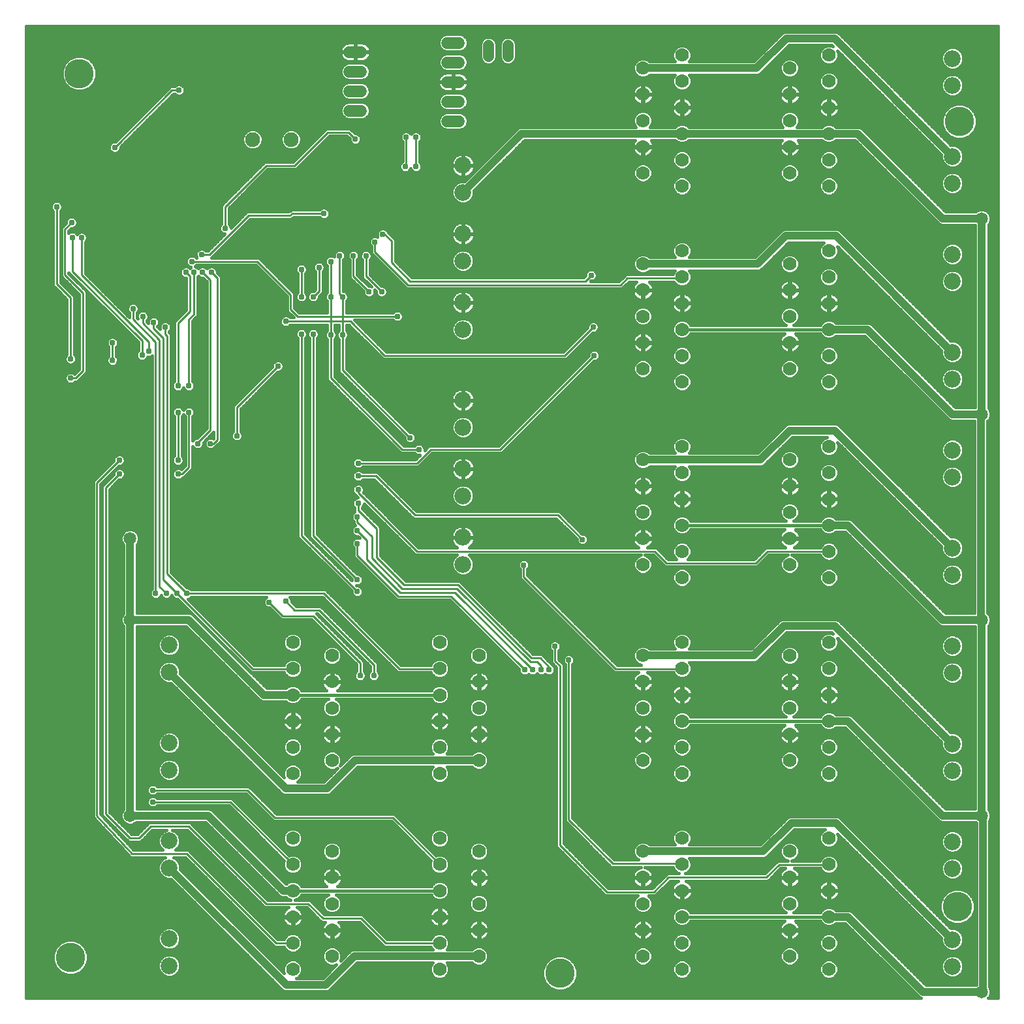
<source format=gbl>
G75*
G70*
%OFA0B0*%
%FSLAX24Y24*%
%IPPOS*%
%LPD*%
%AMOC8*
5,1,8,0,0,1.08239X$1,22.5*
%
%ADD10C,0.0700*%
%ADD11C,0.0860*%
%ADD12C,0.0760*%
%ADD13C,0.0600*%
%ADD14C,0.0560*%
%ADD15C,0.0160*%
%ADD16C,0.0396*%
%ADD17C,0.0310*%
%ADD18C,0.0709*%
%ADD19C,0.0100*%
%ADD20C,0.0400*%
%ADD21C,0.0650*%
%ADD22C,0.1502*%
D10*
X013991Y001834D03*
X013991Y003172D03*
X013991Y004511D03*
X013991Y005849D03*
X013991Y007188D03*
X013991Y008526D03*
X015991Y007857D03*
X015991Y006519D03*
X015991Y005180D03*
X015991Y003841D03*
X015991Y002503D03*
X021491Y003172D03*
X021491Y004511D03*
X021491Y005849D03*
X021491Y007188D03*
X021491Y008526D03*
X023491Y007857D03*
X023491Y006519D03*
X023491Y005180D03*
X023491Y003841D03*
X023491Y002503D03*
X021491Y001834D03*
X021491Y011834D03*
X021491Y013172D03*
X021491Y014511D03*
X021491Y015849D03*
X021491Y017188D03*
X021491Y018526D03*
X023491Y017857D03*
X023491Y016519D03*
X023491Y015180D03*
X023491Y013841D03*
X023491Y012503D03*
X015991Y012503D03*
X015991Y013841D03*
X015991Y015180D03*
X015991Y016519D03*
X015991Y017857D03*
X013991Y017188D03*
X013991Y018526D03*
X013991Y015849D03*
X013991Y014511D03*
X013991Y013172D03*
X013991Y011834D03*
X031869Y012503D03*
X031869Y013841D03*
X031869Y015180D03*
X031869Y016519D03*
X031869Y017857D03*
X033869Y017188D03*
X033869Y018526D03*
X033869Y015849D03*
X033869Y014511D03*
X033869Y013172D03*
X033869Y011834D03*
X033869Y008526D03*
X033869Y007188D03*
X033869Y005849D03*
X033869Y004511D03*
X033869Y003172D03*
X033869Y001834D03*
X031869Y002503D03*
X031869Y003841D03*
X031869Y005180D03*
X031869Y006519D03*
X031869Y007857D03*
X039369Y007857D03*
X039369Y006519D03*
X039369Y005180D03*
X039369Y003841D03*
X039369Y002503D03*
X041369Y003172D03*
X041369Y004511D03*
X041369Y005849D03*
X041369Y007188D03*
X041369Y008526D03*
X041369Y011834D03*
X041369Y013172D03*
X041369Y014511D03*
X041369Y015849D03*
X041369Y017188D03*
X041369Y018526D03*
X039369Y017857D03*
X039369Y016519D03*
X039369Y015180D03*
X039369Y013841D03*
X039369Y012503D03*
X041369Y021834D03*
X041369Y023172D03*
X041369Y024511D03*
X041369Y025849D03*
X041369Y027188D03*
X041369Y028526D03*
X039369Y027857D03*
X039369Y026519D03*
X039369Y025180D03*
X039369Y023841D03*
X039369Y022503D03*
X033869Y023172D03*
X033869Y024511D03*
X033869Y025849D03*
X033869Y027188D03*
X033869Y028526D03*
X031869Y027857D03*
X031869Y026519D03*
X031869Y025180D03*
X031869Y023841D03*
X031869Y022503D03*
X033869Y021834D03*
X033869Y031834D03*
X033869Y033172D03*
X033869Y034511D03*
X033869Y035849D03*
X033869Y037188D03*
X033869Y038526D03*
X031869Y037857D03*
X031869Y036519D03*
X031869Y035180D03*
X031869Y033841D03*
X031869Y032503D03*
X039369Y032503D03*
X039369Y033841D03*
X039369Y035180D03*
X039369Y036519D03*
X039369Y037857D03*
X041369Y037188D03*
X041369Y035849D03*
X041369Y034511D03*
X041369Y033172D03*
X041369Y031834D03*
X041369Y038526D03*
X041369Y041834D03*
X041369Y043172D03*
X041369Y044511D03*
X041369Y045849D03*
X041369Y047188D03*
X041369Y048526D03*
X039369Y047857D03*
X039369Y046519D03*
X039369Y045180D03*
X039369Y043841D03*
X039369Y042503D03*
X033869Y043172D03*
X033869Y041834D03*
X031869Y042503D03*
X031869Y043841D03*
X031869Y045180D03*
X031869Y046519D03*
X031869Y047857D03*
X033869Y047188D03*
X033869Y045849D03*
X033869Y044511D03*
X033869Y048526D03*
X041369Y001834D03*
D11*
X047680Y001971D03*
X047680Y003349D03*
X047680Y006971D03*
X047680Y008349D03*
X047680Y011971D03*
X047680Y013349D03*
X047680Y016971D03*
X047680Y018349D03*
X047680Y021971D03*
X047680Y023349D03*
X047680Y026971D03*
X047680Y028349D03*
X047680Y031971D03*
X047680Y033349D03*
X047680Y036971D03*
X047680Y038349D03*
X047680Y041971D03*
X047680Y043349D03*
X047680Y046971D03*
X047680Y048349D03*
X022680Y042889D03*
X022680Y041511D03*
X022680Y039389D03*
X022680Y038011D03*
X022680Y035889D03*
X022680Y034511D03*
X022680Y030889D03*
X022680Y029511D03*
X022680Y027389D03*
X022680Y026011D03*
X022680Y023889D03*
X022680Y022511D03*
X007680Y018389D03*
X007680Y017011D03*
X007680Y013389D03*
X007680Y012011D03*
X007680Y008389D03*
X007680Y007011D03*
X007680Y003389D03*
X007680Y002011D03*
D12*
X011936Y044210D03*
X013904Y044210D03*
D13*
X016880Y045680D02*
X017480Y045680D01*
X017480Y046680D02*
X016880Y046680D01*
X016880Y047680D02*
X017480Y047680D01*
X017480Y048680D02*
X016880Y048680D01*
X021880Y049150D02*
X022480Y049150D01*
X022480Y048150D02*
X021880Y048150D01*
X021880Y047150D02*
X022480Y047150D01*
X022480Y046150D02*
X021880Y046150D01*
X021880Y045150D02*
X022480Y045150D01*
D14*
X023980Y048470D02*
X023980Y049030D01*
X024980Y049030D02*
X024980Y048470D01*
D15*
X000360Y050000D02*
X000360Y000360D01*
X046064Y000360D01*
X045987Y000392D01*
X045892Y000487D01*
X042208Y004171D01*
X041722Y004171D01*
X041647Y004095D01*
X041466Y004021D01*
X041272Y004021D01*
X041091Y004095D01*
X040954Y004233D01*
X040930Y004291D01*
X039652Y004291D01*
X039714Y004246D01*
X039773Y004187D01*
X039822Y004119D01*
X039860Y004045D01*
X039886Y003966D01*
X039899Y003883D01*
X039899Y003870D01*
X039397Y003870D01*
X039397Y003813D01*
X039397Y003311D01*
X039411Y003311D01*
X039493Y003324D01*
X039572Y003350D01*
X040912Y003350D01*
X040879Y003270D02*
X040879Y003075D01*
X040954Y002895D01*
X041091Y002757D01*
X041272Y002682D01*
X041466Y002682D01*
X041647Y002757D01*
X041784Y002895D01*
X041859Y003075D01*
X041859Y003270D01*
X041784Y003450D01*
X041647Y003588D01*
X041466Y003662D01*
X041272Y003662D01*
X041091Y003588D01*
X040954Y003450D01*
X040879Y003270D01*
X040879Y003192D02*
X034359Y003192D01*
X034359Y003270D02*
X034284Y003450D01*
X034147Y003588D01*
X033966Y003662D01*
X033772Y003662D01*
X033591Y003588D01*
X033454Y003450D01*
X033379Y003270D01*
X033379Y003075D01*
X033454Y002895D01*
X033591Y002757D01*
X033772Y002682D01*
X033966Y002682D01*
X034147Y002757D01*
X034284Y002895D01*
X034359Y003075D01*
X034359Y003270D01*
X034326Y003350D02*
X039166Y003350D01*
X039245Y003324D01*
X039327Y003311D01*
X039341Y003311D01*
X039341Y003813D01*
X039397Y003813D01*
X039899Y003813D01*
X039899Y003800D01*
X039886Y003717D01*
X039860Y003638D01*
X039822Y003564D01*
X039773Y003496D01*
X039714Y003437D01*
X039647Y003388D01*
X039572Y003350D01*
X039397Y003350D02*
X039341Y003350D01*
X039341Y003509D02*
X039397Y003509D01*
X039397Y003667D02*
X039341Y003667D01*
X039341Y003813D02*
X038839Y003813D01*
X038839Y003800D01*
X038852Y003717D01*
X038878Y003638D01*
X038916Y003564D01*
X038965Y003496D01*
X039024Y003437D01*
X039091Y003388D01*
X039166Y003350D01*
X038956Y003509D02*
X034226Y003509D01*
X034342Y003033D02*
X040896Y003033D01*
X040974Y002875D02*
X039690Y002875D01*
X039647Y002918D02*
X039466Y002993D01*
X039272Y002993D01*
X039091Y002918D01*
X038954Y002780D01*
X038879Y002600D01*
X038879Y002405D01*
X038954Y002225D01*
X039091Y002087D01*
X039272Y002013D01*
X039466Y002013D01*
X039647Y002087D01*
X039784Y002225D01*
X039859Y002405D01*
X039859Y002600D01*
X039784Y002780D01*
X039647Y002918D01*
X039811Y002716D02*
X041190Y002716D01*
X041548Y002716D02*
X043663Y002716D01*
X043505Y002875D02*
X041764Y002875D01*
X041842Y003033D02*
X043346Y003033D01*
X043188Y003192D02*
X041859Y003192D01*
X041826Y003350D02*
X043029Y003350D01*
X042871Y003509D02*
X041726Y003509D01*
X041012Y003509D02*
X039782Y003509D01*
X039870Y003667D02*
X042712Y003667D01*
X042554Y003826D02*
X039397Y003826D01*
X039341Y003826D02*
X031897Y003826D01*
X031897Y003813D02*
X031897Y003870D01*
X031841Y003870D01*
X031841Y004371D01*
X031827Y004371D01*
X031745Y004358D01*
X031666Y004333D01*
X031591Y004295D01*
X031524Y004246D01*
X031465Y004187D01*
X031416Y004119D01*
X031378Y004045D01*
X031352Y003966D01*
X031339Y003883D01*
X031339Y003870D01*
X031841Y003870D01*
X031841Y003813D01*
X031897Y003813D01*
X031897Y003311D01*
X031911Y003311D01*
X031993Y003324D01*
X032072Y003350D01*
X033412Y003350D01*
X033379Y003192D02*
X021981Y003192D01*
X021981Y003270D02*
X021906Y003450D01*
X021769Y003588D01*
X021588Y003662D01*
X021394Y003662D01*
X021213Y003588D01*
X021076Y003450D01*
X021039Y003362D01*
X018817Y003362D01*
X017670Y004509D01*
X017559Y004620D01*
X015609Y004620D01*
X014970Y005259D01*
X014859Y005370D01*
X014114Y005370D01*
X014269Y005434D01*
X014406Y005572D01*
X014430Y005629D01*
X015795Y005629D01*
X015713Y005595D01*
X015576Y005458D01*
X015501Y005277D01*
X015501Y005083D01*
X015576Y004902D01*
X015713Y004765D01*
X015894Y004690D01*
X016088Y004690D01*
X016269Y004765D01*
X016406Y004902D01*
X016481Y005083D01*
X016481Y005277D01*
X016406Y005458D01*
X016269Y005595D01*
X016187Y005629D01*
X021052Y005629D01*
X021076Y005572D01*
X021213Y005434D01*
X021394Y005359D01*
X021588Y005359D01*
X021769Y005434D01*
X021906Y005572D01*
X021981Y005752D01*
X021981Y005947D01*
X021906Y006127D01*
X021769Y006265D01*
X021588Y006339D01*
X021394Y006339D01*
X021213Y006265D01*
X021076Y006127D01*
X021052Y006069D01*
X016274Y006069D01*
X016336Y006114D01*
X016395Y006173D01*
X016444Y006241D01*
X016482Y006315D01*
X016508Y006394D01*
X016521Y006477D01*
X016521Y006490D01*
X016019Y006490D01*
X016019Y006547D01*
X015963Y006547D01*
X015963Y007049D01*
X015949Y007049D01*
X015867Y007036D01*
X015788Y007010D01*
X015713Y006972D01*
X015646Y006923D01*
X015587Y006864D01*
X015538Y006796D01*
X015500Y006722D01*
X015474Y006643D01*
X015461Y006560D01*
X015461Y006547D01*
X015963Y006547D01*
X015963Y006490D01*
X015461Y006490D01*
X015461Y006477D01*
X015474Y006394D01*
X015500Y006315D01*
X015538Y006241D01*
X015587Y006173D01*
X015646Y006114D01*
X015708Y006069D01*
X014430Y006069D01*
X014406Y006127D01*
X014269Y006265D01*
X014088Y006339D01*
X013894Y006339D01*
X013713Y006265D01*
X013645Y006196D01*
X009968Y009873D01*
X009873Y009968D01*
X009748Y010020D01*
X006020Y010020D01*
X006020Y019340D01*
X008539Y019340D01*
X012318Y015561D01*
X012443Y015509D01*
X013638Y015509D01*
X013713Y015434D01*
X013894Y015359D01*
X014088Y015359D01*
X014269Y015434D01*
X014406Y015572D01*
X014430Y015629D01*
X015795Y015629D01*
X015713Y015595D01*
X015576Y015458D01*
X015501Y015277D01*
X015501Y015083D01*
X015576Y014902D01*
X015713Y014765D01*
X015894Y014690D01*
X016088Y014690D01*
X016269Y014765D01*
X016406Y014902D01*
X016481Y015083D01*
X016481Y015277D01*
X016406Y015458D01*
X016269Y015595D01*
X016187Y015629D01*
X021052Y015629D01*
X021076Y015572D01*
X021213Y015434D01*
X021394Y015359D01*
X021588Y015359D01*
X021769Y015434D01*
X021906Y015572D01*
X021981Y015752D01*
X021981Y015947D01*
X021906Y016127D01*
X021769Y016265D01*
X021588Y016339D01*
X021394Y016339D01*
X021213Y016265D01*
X021076Y016127D01*
X021052Y016069D01*
X016274Y016069D01*
X016336Y016114D01*
X016395Y016173D01*
X016444Y016241D01*
X016482Y016315D01*
X016508Y016394D01*
X016521Y016477D01*
X016521Y016490D01*
X016019Y016490D01*
X016019Y016547D01*
X015963Y016547D01*
X015963Y017049D01*
X015949Y017049D01*
X015867Y017036D01*
X015788Y017010D01*
X015713Y016972D01*
X015646Y016923D01*
X015587Y016864D01*
X015538Y016796D01*
X015500Y016722D01*
X015474Y016643D01*
X015461Y016560D01*
X015461Y016547D01*
X015963Y016547D01*
X015963Y016490D01*
X015461Y016490D01*
X015461Y016477D01*
X015474Y016394D01*
X015500Y016315D01*
X015538Y016241D01*
X015587Y016173D01*
X015646Y016114D01*
X015708Y016069D01*
X014430Y016069D01*
X014406Y016127D01*
X014269Y016265D01*
X014088Y016339D01*
X013894Y016339D01*
X013713Y016265D01*
X013638Y016189D01*
X012652Y016189D01*
X008968Y019873D01*
X008873Y019968D01*
X008748Y020020D01*
X006020Y020020D01*
X006020Y023513D01*
X006074Y023567D01*
X006145Y023738D01*
X006145Y023922D01*
X006074Y024093D01*
X005943Y024224D01*
X005772Y024295D01*
X005588Y024295D01*
X005417Y024224D01*
X005286Y024093D01*
X005215Y023922D01*
X005215Y023738D01*
X005286Y023567D01*
X005340Y023513D01*
X005340Y019997D01*
X005286Y019943D01*
X005215Y019772D01*
X005215Y019588D01*
X005286Y019417D01*
X005340Y019363D01*
X005340Y009997D01*
X005286Y009943D01*
X005215Y009772D01*
X005215Y009588D01*
X005286Y009417D01*
X005417Y009286D01*
X005588Y009215D01*
X005772Y009215D01*
X005943Y009286D01*
X005997Y009340D01*
X009539Y009340D01*
X013318Y005561D01*
X013443Y005509D01*
X013638Y005509D01*
X013713Y005434D01*
X013868Y005370D01*
X012709Y005370D01*
X008870Y009209D01*
X008759Y009320D01*
X006651Y009320D01*
X006051Y008720D01*
X005759Y008720D01*
X004620Y009859D01*
X004620Y026351D01*
X005104Y026835D01*
X005189Y026835D01*
X005297Y026880D01*
X005380Y026963D01*
X005425Y027071D01*
X005425Y027189D01*
X005380Y027297D01*
X005297Y027380D01*
X005189Y027425D01*
X005071Y027425D01*
X004963Y027380D01*
X004880Y027297D01*
X004835Y027189D01*
X004835Y027104D01*
X004240Y026509D01*
X004240Y009701D01*
X004351Y009590D01*
X005601Y008340D01*
X006209Y008340D01*
X006320Y008451D01*
X006809Y008940D01*
X007522Y008940D01*
X007357Y008872D01*
X007197Y008712D01*
X007110Y008502D01*
X007110Y008275D01*
X007197Y008066D01*
X007343Y007920D01*
X005863Y007920D01*
X004170Y009754D01*
X004170Y026601D01*
X005104Y027535D01*
X005189Y027535D01*
X005297Y027580D01*
X005380Y027663D01*
X005425Y027771D01*
X005425Y027889D01*
X005380Y027997D01*
X005297Y028080D01*
X005189Y028125D01*
X005071Y028125D01*
X004963Y028080D01*
X004880Y027997D01*
X004835Y027889D01*
X004835Y027804D01*
X003790Y026759D01*
X003790Y009684D01*
X003787Y009609D01*
X003790Y009606D01*
X003790Y009601D01*
X003843Y009548D01*
X005590Y007656D01*
X005590Y007651D01*
X005643Y007598D01*
X005694Y007543D01*
X005698Y007543D01*
X005701Y007540D01*
X005776Y007540D01*
X005851Y007537D01*
X005854Y007540D01*
X007468Y007540D01*
X007357Y007494D01*
X007197Y007334D01*
X007110Y007124D01*
X007110Y006897D01*
X007197Y006688D01*
X007357Y006527D01*
X007567Y006441D01*
X007769Y006441D01*
X013468Y000742D01*
X013593Y000690D01*
X013728Y000690D01*
X015728Y000690D01*
X015853Y000742D01*
X015948Y000837D01*
X017274Y002163D01*
X021127Y002163D01*
X021076Y002111D01*
X021001Y001931D01*
X021001Y001736D01*
X021076Y001556D01*
X021213Y001418D01*
X021394Y001344D01*
X021588Y001344D01*
X021769Y001418D01*
X021906Y001556D01*
X021981Y001736D01*
X021981Y001931D01*
X021906Y002111D01*
X021855Y002163D01*
X023138Y002163D01*
X023213Y002087D01*
X023394Y002013D01*
X023588Y002013D01*
X023769Y002087D01*
X023906Y002225D01*
X023981Y002405D01*
X023981Y002600D01*
X023906Y002780D01*
X023769Y002918D01*
X023588Y002993D01*
X023394Y002993D01*
X023213Y002918D01*
X023138Y002843D01*
X021855Y002843D01*
X021906Y002895D01*
X021981Y003075D01*
X021981Y003270D01*
X021948Y003350D02*
X023288Y003350D01*
X023367Y003324D01*
X023449Y003311D01*
X023463Y003311D01*
X023463Y003813D01*
X023519Y003813D01*
X023519Y003311D01*
X023533Y003311D01*
X023615Y003324D01*
X023694Y003350D01*
X031666Y003350D01*
X031745Y003324D01*
X031827Y003311D01*
X031841Y003311D01*
X031841Y003813D01*
X031339Y003813D01*
X031339Y003800D01*
X031352Y003717D01*
X031378Y003638D01*
X031416Y003564D01*
X031465Y003496D01*
X031524Y003437D01*
X031591Y003388D01*
X031666Y003350D01*
X031841Y003350D02*
X031897Y003350D01*
X031897Y003509D02*
X031841Y003509D01*
X031841Y003667D02*
X031897Y003667D01*
X031897Y003813D02*
X032399Y003813D01*
X032399Y003800D01*
X032386Y003717D01*
X032360Y003638D01*
X032322Y003564D01*
X032273Y003496D01*
X032214Y003437D01*
X032147Y003388D01*
X032072Y003350D01*
X032282Y003509D02*
X033512Y003509D01*
X033396Y003033D02*
X021964Y003033D01*
X021886Y002875D02*
X023170Y002875D01*
X023288Y003350D02*
X023213Y003388D01*
X023146Y003437D01*
X023087Y003496D01*
X023038Y003564D01*
X023000Y003638D01*
X022974Y003717D01*
X022961Y003800D01*
X022961Y003813D01*
X023463Y003813D01*
X023463Y003870D01*
X023463Y004371D01*
X023449Y004371D01*
X023367Y004358D01*
X023288Y004333D01*
X023213Y004295D01*
X023146Y004246D01*
X023087Y004187D01*
X023038Y004119D01*
X023000Y004045D01*
X022974Y003966D01*
X022961Y003883D01*
X022961Y003870D01*
X023463Y003870D01*
X023519Y003870D01*
X023519Y004371D01*
X023533Y004371D01*
X023615Y004358D01*
X023694Y004333D01*
X023769Y004295D01*
X023836Y004246D01*
X023895Y004187D01*
X023944Y004119D01*
X023982Y004045D01*
X024008Y003966D01*
X024021Y003883D01*
X024021Y003870D01*
X023519Y003870D01*
X023519Y003813D01*
X024021Y003813D01*
X024021Y003800D01*
X024008Y003717D01*
X023982Y003638D01*
X023944Y003564D01*
X023895Y003496D01*
X023836Y003437D01*
X023769Y003388D01*
X023694Y003350D01*
X023519Y003350D02*
X023463Y003350D01*
X023463Y003509D02*
X023519Y003509D01*
X023519Y003667D02*
X023463Y003667D01*
X023463Y003826D02*
X018353Y003826D01*
X018195Y003984D02*
X021428Y003984D01*
X021449Y003981D02*
X021367Y003994D01*
X021288Y004020D01*
X021213Y004057D01*
X021146Y004106D01*
X021087Y004165D01*
X021038Y004233D01*
X021000Y004307D01*
X020974Y004387D01*
X020961Y004469D01*
X020961Y004482D01*
X021463Y004482D01*
X021519Y004482D01*
X021519Y003981D01*
X021533Y003981D01*
X021615Y003994D01*
X021694Y004020D01*
X021769Y004057D01*
X021836Y004106D01*
X021895Y004165D01*
X021944Y004233D01*
X021982Y004307D01*
X022008Y004387D01*
X022021Y004469D01*
X022021Y004482D01*
X021519Y004482D01*
X021519Y004539D01*
X021463Y004539D01*
X021463Y005041D01*
X021449Y005041D01*
X021367Y005028D01*
X021288Y005002D01*
X021213Y004964D01*
X021146Y004915D01*
X021087Y004856D01*
X021038Y004788D01*
X021000Y004714D01*
X020974Y004635D01*
X020961Y004552D01*
X020961Y004539D01*
X021463Y004539D01*
X021463Y004482D01*
X021463Y003981D01*
X021449Y003981D01*
X021463Y003984D02*
X021519Y003984D01*
X021554Y003984D02*
X022980Y003984D01*
X023055Y004143D02*
X021872Y004143D01*
X021979Y004301D02*
X023226Y004301D01*
X023463Y004301D02*
X023519Y004301D01*
X023519Y004143D02*
X023463Y004143D01*
X023463Y003984D02*
X023519Y003984D01*
X023519Y003826D02*
X031841Y003826D01*
X031897Y003870D02*
X031897Y004371D01*
X031911Y004371D01*
X031993Y004358D01*
X032072Y004333D01*
X032147Y004295D01*
X032214Y004246D01*
X032273Y004187D01*
X032322Y004119D01*
X032360Y004045D01*
X032386Y003966D01*
X032399Y003883D01*
X032399Y003870D01*
X031897Y003870D01*
X031897Y003984D02*
X031841Y003984D01*
X031841Y004143D02*
X031897Y004143D01*
X031897Y004301D02*
X031841Y004301D01*
X031604Y004301D02*
X023756Y004301D01*
X023927Y004143D02*
X031433Y004143D01*
X031358Y003984D02*
X024002Y003984D01*
X023992Y003667D02*
X031368Y003667D01*
X031456Y003509D02*
X023904Y003509D01*
X023812Y002875D02*
X031548Y002875D01*
X031591Y002918D02*
X031454Y002780D01*
X031379Y002600D01*
X031379Y002405D01*
X031454Y002225D01*
X031591Y002087D01*
X031772Y002013D01*
X031966Y002013D01*
X032147Y002087D01*
X032284Y002225D01*
X032359Y002405D01*
X032359Y002600D01*
X032284Y002780D01*
X032147Y002918D01*
X031966Y002993D01*
X031772Y002993D01*
X031591Y002918D01*
X031427Y002716D02*
X023933Y002716D01*
X023981Y002558D02*
X031379Y002558D01*
X031382Y002399D02*
X028102Y002399D01*
X028135Y002386D02*
X027807Y002521D01*
X027453Y002521D01*
X027125Y002386D01*
X026874Y002135D01*
X026739Y001807D01*
X026739Y001453D01*
X026874Y001125D01*
X027125Y000874D01*
X027453Y000739D01*
X027807Y000739D01*
X028135Y000874D01*
X028386Y001125D01*
X028521Y001453D01*
X028521Y001807D01*
X028386Y002135D01*
X028135Y002386D01*
X028280Y002241D02*
X031447Y002241D01*
X031605Y002082D02*
X028407Y002082D01*
X028473Y001924D02*
X033379Y001924D01*
X033379Y001931D02*
X033379Y001736D01*
X033454Y001556D01*
X033591Y001418D01*
X033772Y001344D01*
X033966Y001344D01*
X034147Y001418D01*
X034284Y001556D01*
X034359Y001736D01*
X034359Y001931D01*
X034284Y002111D01*
X034147Y002249D01*
X033966Y002324D01*
X033772Y002324D01*
X033591Y002249D01*
X033454Y002111D01*
X033379Y001931D01*
X033442Y002082D02*
X032133Y002082D01*
X032291Y002241D02*
X033583Y002241D01*
X033690Y002716D02*
X032311Y002716D01*
X032359Y002558D02*
X038879Y002558D01*
X038882Y002399D02*
X032356Y002399D01*
X032190Y002875D02*
X033474Y002875D01*
X034048Y002716D02*
X038927Y002716D01*
X039048Y002875D02*
X034264Y002875D01*
X034155Y002241D02*
X038947Y002241D01*
X039105Y002082D02*
X034296Y002082D01*
X034359Y001924D02*
X040879Y001924D01*
X040879Y001931D02*
X040879Y001736D01*
X040954Y001556D01*
X041091Y001418D01*
X041272Y001344D01*
X041466Y001344D01*
X041647Y001418D01*
X041784Y001556D01*
X041859Y001736D01*
X041859Y001931D01*
X041784Y002111D01*
X041647Y002249D01*
X041466Y002324D01*
X041272Y002324D01*
X041091Y002249D01*
X040954Y002111D01*
X040879Y001931D01*
X040942Y002082D02*
X039633Y002082D01*
X039791Y002241D02*
X041083Y002241D01*
X040879Y001765D02*
X034359Y001765D01*
X034305Y001607D02*
X040933Y001607D01*
X041062Y001448D02*
X034176Y001448D01*
X033562Y001448D02*
X028519Y001448D01*
X028521Y001607D02*
X033433Y001607D01*
X033379Y001765D02*
X028521Y001765D01*
X028454Y001290D02*
X045090Y001290D01*
X044931Y001448D02*
X041676Y001448D01*
X041805Y001607D02*
X044773Y001607D01*
X044614Y001765D02*
X041859Y001765D01*
X041859Y001924D02*
X044456Y001924D01*
X044297Y002082D02*
X041796Y002082D01*
X041655Y002241D02*
X044139Y002241D01*
X043980Y002399D02*
X039856Y002399D01*
X039859Y002558D02*
X043822Y002558D01*
X044308Y003033D02*
X047194Y003033D01*
X047197Y003026D02*
X047357Y002866D01*
X047567Y002779D01*
X047793Y002779D01*
X048003Y002866D01*
X048163Y003026D01*
X048250Y003236D01*
X048250Y003463D01*
X048163Y003672D01*
X048003Y003833D01*
X047793Y003919D01*
X047591Y003919D01*
X041912Y009598D01*
X041787Y009650D01*
X039402Y009650D01*
X039277Y009598D01*
X039182Y009503D01*
X037876Y008197D01*
X034233Y008197D01*
X034284Y008249D01*
X034359Y008429D01*
X034359Y008624D01*
X034284Y008804D01*
X034147Y008942D01*
X033966Y009016D01*
X033772Y009016D01*
X033591Y008942D01*
X033454Y008804D01*
X033379Y008624D01*
X033379Y008429D01*
X033454Y008249D01*
X033505Y008197D01*
X032222Y008197D01*
X032147Y008273D01*
X031966Y008347D01*
X031772Y008347D01*
X031591Y008273D01*
X031454Y008135D01*
X031379Y007955D01*
X031379Y007760D01*
X031454Y007580D01*
X031591Y007442D01*
X031644Y007420D01*
X030409Y007420D01*
X028270Y009559D01*
X028270Y017403D01*
X028330Y017463D01*
X028375Y017571D01*
X028375Y017689D01*
X028330Y017797D01*
X028247Y017880D01*
X028139Y017925D01*
X028021Y017925D01*
X027913Y017880D01*
X027830Y017797D01*
X027785Y017689D01*
X027785Y017571D01*
X027830Y017463D01*
X027890Y017403D01*
X027890Y009401D01*
X030140Y007151D01*
X030251Y007040D01*
X031773Y007040D01*
X031745Y007036D01*
X031666Y007010D01*
X031591Y006972D01*
X031524Y006923D01*
X031465Y006864D01*
X031416Y006796D01*
X031378Y006722D01*
X031352Y006643D01*
X031339Y006560D01*
X031339Y006547D01*
X031841Y006547D01*
X031841Y006490D01*
X031897Y006490D01*
X031897Y005989D01*
X031911Y005989D01*
X031993Y006002D01*
X032072Y006027D01*
X032147Y006065D01*
X032214Y006114D01*
X032273Y006173D01*
X032322Y006241D01*
X032360Y006315D01*
X032386Y006394D01*
X032399Y006477D01*
X032399Y006490D01*
X031897Y006490D01*
X031897Y006547D01*
X032399Y006547D01*
X032399Y006560D01*
X032386Y006643D01*
X032360Y006722D01*
X032322Y006796D01*
X032273Y006864D01*
X032214Y006923D01*
X032147Y006972D01*
X032072Y007010D01*
X031993Y007036D01*
X031965Y007040D01*
X033400Y007040D01*
X033454Y006910D01*
X033591Y006772D01*
X033718Y006720D01*
X033101Y006720D01*
X032990Y006609D01*
X032351Y005970D01*
X030109Y005970D01*
X027820Y008259D01*
X027820Y017409D01*
X027709Y017520D01*
X027570Y017659D01*
X027570Y018103D01*
X027630Y018163D01*
X027675Y018271D01*
X027675Y018389D01*
X027630Y018497D01*
X027547Y018580D01*
X027439Y018625D01*
X027321Y018625D01*
X027213Y018580D01*
X027130Y018497D01*
X027085Y018389D01*
X027085Y018271D01*
X027130Y018163D01*
X027190Y018103D01*
X027190Y017501D01*
X027440Y017251D01*
X027440Y008101D01*
X029840Y005701D01*
X029951Y005590D01*
X031586Y005590D01*
X031454Y005458D01*
X031379Y005277D01*
X031379Y005083D01*
X031454Y004902D01*
X031591Y004765D01*
X031772Y004690D01*
X031966Y004690D01*
X032147Y004765D01*
X032284Y004902D01*
X032359Y005083D01*
X032359Y005277D01*
X032284Y005458D01*
X032152Y005590D01*
X032509Y005590D01*
X033259Y006340D01*
X033665Y006340D01*
X033591Y006303D01*
X033524Y006254D01*
X033465Y006195D01*
X033416Y006127D01*
X033378Y006053D01*
X033352Y005973D01*
X033339Y005891D01*
X033339Y005878D01*
X033841Y005878D01*
X033841Y005821D01*
X033897Y005821D01*
X033897Y005319D01*
X033911Y005319D01*
X033993Y005332D01*
X034072Y005358D01*
X034147Y005396D01*
X034214Y005445D01*
X034273Y005504D01*
X034322Y005572D01*
X034360Y005646D01*
X034386Y005725D01*
X034399Y005808D01*
X034399Y005821D01*
X033897Y005821D01*
X033897Y005878D01*
X034399Y005878D01*
X034399Y005891D01*
X034386Y005973D01*
X034360Y006053D01*
X034322Y006127D01*
X034273Y006195D01*
X034214Y006254D01*
X034147Y006303D01*
X034073Y006340D01*
X038259Y006340D01*
X038909Y006990D01*
X039127Y006990D01*
X039091Y006972D01*
X039024Y006923D01*
X038965Y006864D01*
X038916Y006796D01*
X038878Y006722D01*
X038852Y006643D01*
X038839Y006560D01*
X038839Y006547D01*
X039341Y006547D01*
X039341Y006490D01*
X039397Y006490D01*
X039397Y005989D01*
X039411Y005989D01*
X039493Y006002D01*
X039572Y006027D01*
X039647Y006065D01*
X039714Y006114D01*
X039773Y006173D01*
X039822Y006241D01*
X039860Y006315D01*
X039886Y006394D01*
X039899Y006477D01*
X039899Y006490D01*
X039397Y006490D01*
X039397Y006547D01*
X039899Y006547D01*
X039899Y006560D01*
X039886Y006643D01*
X039860Y006722D01*
X039822Y006796D01*
X039773Y006864D01*
X039714Y006923D01*
X039647Y006972D01*
X039611Y006990D01*
X040921Y006990D01*
X040954Y006910D01*
X041091Y006772D01*
X041272Y006698D01*
X041466Y006698D01*
X041647Y006772D01*
X041784Y006910D01*
X041859Y007090D01*
X041859Y007285D01*
X041784Y007465D01*
X041647Y007603D01*
X041466Y007678D01*
X041272Y007678D01*
X041091Y007603D01*
X040954Y007465D01*
X040914Y007370D01*
X039473Y007370D01*
X039647Y007442D01*
X039784Y007580D01*
X039859Y007760D01*
X039859Y007955D01*
X039784Y008135D01*
X039647Y008273D01*
X039466Y008347D01*
X039272Y008347D01*
X039091Y008273D01*
X038954Y008135D01*
X038879Y007955D01*
X038879Y007760D01*
X038954Y007580D01*
X039091Y007442D01*
X039265Y007370D01*
X038751Y007370D01*
X038101Y006720D01*
X034020Y006720D01*
X034147Y006772D01*
X034284Y006910D01*
X034359Y007090D01*
X034359Y007285D01*
X034284Y007465D01*
X034233Y007517D01*
X038085Y007517D01*
X038210Y007569D01*
X039611Y008970D01*
X041159Y008970D01*
X041091Y008942D01*
X040954Y008804D01*
X040879Y008624D01*
X040879Y008429D01*
X040954Y008249D01*
X041091Y008111D01*
X041272Y008036D01*
X041466Y008036D01*
X041647Y008111D01*
X041784Y008249D01*
X041859Y008429D01*
X041859Y008624D01*
X041813Y008736D01*
X047110Y003438D01*
X047110Y003236D01*
X047197Y003026D01*
X047128Y003192D02*
X044149Y003192D01*
X043991Y003350D02*
X047110Y003350D01*
X047040Y003509D02*
X043832Y003509D01*
X043674Y003667D02*
X046881Y003667D01*
X046723Y003826D02*
X043515Y003826D01*
X043357Y003984D02*
X046564Y003984D01*
X046406Y004143D02*
X043198Y004143D01*
X043040Y004301D02*
X046247Y004301D01*
X046089Y004460D02*
X042881Y004460D01*
X042723Y004618D02*
X045930Y004618D01*
X045772Y004777D02*
X042564Y004777D01*
X042542Y004799D02*
X042417Y004851D01*
X041722Y004851D01*
X041647Y004926D01*
X041466Y005001D01*
X041272Y005001D01*
X041091Y004926D01*
X040954Y004788D01*
X040930Y004731D01*
X039565Y004731D01*
X039647Y004765D01*
X039784Y004902D01*
X039859Y005083D01*
X039859Y005277D01*
X039784Y005458D01*
X039647Y005595D01*
X039466Y005670D01*
X039272Y005670D01*
X039091Y005595D01*
X038954Y005458D01*
X038879Y005277D01*
X038879Y005083D01*
X038954Y004902D01*
X039091Y004765D01*
X039173Y004731D01*
X034308Y004731D01*
X034284Y004788D01*
X034147Y004926D01*
X033966Y005001D01*
X033772Y005001D01*
X033591Y004926D01*
X033454Y004788D01*
X033379Y004608D01*
X033379Y004413D01*
X033454Y004233D01*
X033591Y004095D01*
X033772Y004021D01*
X033966Y004021D01*
X034147Y004095D01*
X034284Y004233D01*
X034308Y004291D01*
X039086Y004291D01*
X039024Y004246D01*
X038965Y004187D01*
X038916Y004119D01*
X038878Y004045D01*
X038852Y003966D01*
X038839Y003883D01*
X038839Y003870D01*
X039341Y003870D01*
X039341Y003813D01*
X038868Y003667D02*
X032370Y003667D01*
X032380Y003984D02*
X038858Y003984D01*
X038933Y004143D02*
X034194Y004143D01*
X033869Y004511D02*
X041369Y004511D01*
X041694Y004143D02*
X042237Y004143D01*
X042395Y003984D02*
X039880Y003984D01*
X039805Y004143D02*
X041044Y004143D01*
X040949Y004777D02*
X039658Y004777D01*
X039798Y004935D02*
X041113Y004935D01*
X041245Y005332D02*
X041327Y005319D01*
X041341Y005319D01*
X041341Y005821D01*
X041397Y005821D01*
X041397Y005319D01*
X041411Y005319D01*
X041493Y005332D01*
X041572Y005358D01*
X041647Y005396D01*
X041714Y005445D01*
X041773Y005504D01*
X041822Y005572D01*
X041860Y005646D01*
X041886Y005725D01*
X041899Y005808D01*
X041899Y005821D01*
X041397Y005821D01*
X041397Y005878D01*
X041341Y005878D01*
X041341Y006379D01*
X041327Y006379D01*
X041245Y006366D01*
X041166Y006340D01*
X041091Y006303D01*
X041024Y006254D01*
X040965Y006195D01*
X040916Y006127D01*
X040878Y006053D01*
X040852Y005973D01*
X040839Y005891D01*
X040839Y005878D01*
X041341Y005878D01*
X041341Y005821D01*
X040839Y005821D01*
X040839Y005808D01*
X040852Y005725D01*
X040878Y005646D01*
X040916Y005572D01*
X040965Y005504D01*
X041024Y005445D01*
X041091Y005396D01*
X041166Y005358D01*
X041245Y005332D01*
X041341Y005411D02*
X041397Y005411D01*
X041397Y005569D02*
X041341Y005569D01*
X041341Y005728D02*
X041397Y005728D01*
X041397Y005878D02*
X041899Y005878D01*
X041899Y005891D01*
X041886Y005973D01*
X041860Y006053D01*
X041822Y006127D01*
X041773Y006195D01*
X041714Y006254D01*
X041647Y006303D01*
X041572Y006340D01*
X041493Y006366D01*
X041411Y006379D01*
X041397Y006379D01*
X041397Y005878D01*
X041397Y005886D02*
X041341Y005886D01*
X041341Y006045D02*
X041397Y006045D01*
X041397Y006203D02*
X041341Y006203D01*
X041341Y006362D02*
X041397Y006362D01*
X041508Y006362D02*
X044187Y006362D01*
X044028Y006520D02*
X039397Y006520D01*
X039341Y006520D02*
X038439Y006520D01*
X038597Y006679D02*
X038864Y006679D01*
X038945Y006837D02*
X038756Y006837D01*
X038839Y006490D02*
X038839Y006477D01*
X038852Y006394D01*
X038878Y006315D01*
X038916Y006241D01*
X038965Y006173D01*
X039024Y006114D01*
X039091Y006065D01*
X039166Y006027D01*
X039245Y006002D01*
X039327Y005989D01*
X039341Y005989D01*
X039341Y006490D01*
X038839Y006490D01*
X038863Y006362D02*
X038280Y006362D01*
X038218Y006837D02*
X034211Y006837D01*
X034320Y006996D02*
X038377Y006996D01*
X038535Y007154D02*
X034359Y007154D01*
X034348Y007313D02*
X038694Y007313D01*
X038933Y007630D02*
X038270Y007630D01*
X038429Y007788D02*
X038879Y007788D01*
X038879Y007947D02*
X038587Y007947D01*
X038746Y008105D02*
X038941Y008105D01*
X038904Y008264D02*
X039082Y008264D01*
X039063Y008422D02*
X040882Y008422D01*
X040879Y008581D02*
X039221Y008581D01*
X039380Y008739D02*
X040927Y008739D01*
X041047Y008898D02*
X039538Y008898D01*
X039656Y008264D02*
X040948Y008264D01*
X041106Y008105D02*
X039797Y008105D01*
X039859Y007947D02*
X042602Y007947D01*
X042443Y008105D02*
X041632Y008105D01*
X041790Y008264D02*
X042285Y008264D01*
X042126Y008422D02*
X041856Y008422D01*
X041859Y008581D02*
X041968Y008581D01*
X042454Y009056D02*
X048890Y009056D01*
X048890Y008898D02*
X047846Y008898D01*
X047793Y008919D02*
X048003Y008833D01*
X048163Y008672D01*
X048250Y008463D01*
X048250Y008236D01*
X048163Y008026D01*
X048003Y007866D01*
X047793Y007779D01*
X047567Y007779D01*
X047357Y007866D01*
X047197Y008026D01*
X047110Y008236D01*
X047110Y008463D01*
X047197Y008672D01*
X047357Y008833D01*
X047567Y008919D01*
X047793Y008919D01*
X047514Y008898D02*
X042613Y008898D01*
X042771Y008739D02*
X047264Y008739D01*
X047159Y008581D02*
X042930Y008581D01*
X043088Y008422D02*
X047110Y008422D01*
X047110Y008264D02*
X043247Y008264D01*
X043405Y008105D02*
X047164Y008105D01*
X047277Y007947D02*
X043564Y007947D01*
X043722Y007788D02*
X047546Y007788D01*
X047567Y007541D02*
X047357Y007455D01*
X047197Y007294D01*
X047110Y007085D01*
X047110Y006858D01*
X047197Y006648D01*
X047357Y006488D01*
X047567Y006401D01*
X047793Y006401D01*
X048003Y006488D01*
X048163Y006648D01*
X048250Y006858D01*
X048250Y007085D01*
X048163Y007294D01*
X048003Y007455D01*
X047793Y007541D01*
X047567Y007541D01*
X047397Y007471D02*
X044039Y007471D01*
X043881Y007630D02*
X048890Y007630D01*
X048890Y007788D02*
X047814Y007788D01*
X048083Y007947D02*
X048890Y007947D01*
X048890Y008105D02*
X048196Y008105D01*
X048250Y008264D02*
X048890Y008264D01*
X048890Y008422D02*
X048250Y008422D01*
X048201Y008581D02*
X048890Y008581D01*
X048890Y008739D02*
X048096Y008739D01*
X048890Y009215D02*
X042296Y009215D01*
X042137Y009373D02*
X047033Y009373D01*
X046987Y009392D02*
X047112Y009340D01*
X048863Y009340D01*
X048890Y009313D01*
X048890Y001047D01*
X048863Y001020D01*
X046321Y001020D01*
X042542Y004799D01*
X041625Y004935D02*
X045613Y004935D01*
X045455Y005094D02*
X039859Y005094D01*
X039859Y005252D02*
X045296Y005252D01*
X045138Y005411D02*
X041667Y005411D01*
X041820Y005569D02*
X044979Y005569D01*
X044821Y005728D02*
X041886Y005728D01*
X041899Y005886D02*
X044662Y005886D01*
X044504Y006045D02*
X041863Y006045D01*
X041765Y006203D02*
X044345Y006203D01*
X043870Y006679D02*
X039874Y006679D01*
X039793Y006837D02*
X041027Y006837D01*
X041230Y006362D02*
X039875Y006362D01*
X039795Y006203D02*
X040973Y006203D01*
X040875Y006045D02*
X039606Y006045D01*
X039397Y006045D02*
X039341Y006045D01*
X039341Y006203D02*
X039397Y006203D01*
X039397Y006362D02*
X039341Y006362D01*
X039132Y006045D02*
X034363Y006045D01*
X034399Y005886D02*
X040839Y005886D01*
X040852Y005728D02*
X034386Y005728D01*
X034320Y005569D02*
X039065Y005569D01*
X038934Y005411D02*
X034167Y005411D01*
X033897Y005411D02*
X033841Y005411D01*
X033841Y005319D02*
X033841Y005821D01*
X033339Y005821D01*
X033339Y005808D01*
X033352Y005725D01*
X033378Y005646D01*
X033416Y005572D01*
X033465Y005504D01*
X033524Y005445D01*
X033591Y005396D01*
X033666Y005358D01*
X033745Y005332D01*
X033827Y005319D01*
X033841Y005319D01*
X033841Y005569D02*
X033897Y005569D01*
X033897Y005728D02*
X033841Y005728D01*
X033571Y005411D02*
X032304Y005411D01*
X032359Y005252D02*
X038879Y005252D01*
X038879Y005094D02*
X032359Y005094D01*
X032298Y004935D02*
X033613Y004935D01*
X033449Y004777D02*
X032158Y004777D01*
X032134Y004301D02*
X033425Y004301D01*
X033379Y004460D02*
X022020Y004460D01*
X022021Y004539D02*
X021519Y004539D01*
X021519Y005041D01*
X021533Y005041D01*
X021615Y005028D01*
X021694Y005002D01*
X021769Y004964D01*
X021836Y004915D01*
X021895Y004856D01*
X021944Y004788D01*
X021982Y004714D01*
X022008Y004635D01*
X022021Y004552D01*
X022021Y004539D01*
X022011Y004618D02*
X033383Y004618D01*
X033544Y004143D02*
X032305Y004143D01*
X031580Y004777D02*
X023780Y004777D01*
X023769Y004765D02*
X023906Y004902D01*
X023981Y005083D01*
X023981Y005277D01*
X023906Y005458D01*
X023769Y005595D01*
X023588Y005670D01*
X023394Y005670D01*
X023213Y005595D01*
X023076Y005458D01*
X023001Y005277D01*
X023001Y005083D01*
X023076Y004902D01*
X023213Y004765D01*
X023394Y004690D01*
X023588Y004690D01*
X023769Y004765D01*
X023920Y004935D02*
X031440Y004935D01*
X031379Y005094D02*
X023981Y005094D01*
X023981Y005252D02*
X031379Y005252D01*
X031434Y005411D02*
X023926Y005411D01*
X023795Y005569D02*
X031565Y005569D01*
X031745Y006002D02*
X031666Y006027D01*
X031591Y006065D01*
X031524Y006114D01*
X031465Y006173D01*
X031416Y006241D01*
X031378Y006315D01*
X031352Y006394D01*
X031339Y006477D01*
X031339Y006490D01*
X031841Y006490D01*
X031841Y005989D01*
X031827Y005989D01*
X031745Y006002D01*
X031841Y006045D02*
X031897Y006045D01*
X031897Y006203D02*
X031841Y006203D01*
X031841Y006362D02*
X031897Y006362D01*
X031897Y006520D02*
X032901Y006520D01*
X032743Y006362D02*
X032375Y006362D01*
X032295Y006203D02*
X032584Y006203D01*
X032426Y006045D02*
X032106Y006045D01*
X031632Y006045D02*
X030034Y006045D01*
X029876Y006203D02*
X031443Y006203D01*
X031363Y006362D02*
X029717Y006362D01*
X029559Y006520D02*
X031841Y006520D01*
X031364Y006679D02*
X029400Y006679D01*
X029242Y006837D02*
X031445Y006837D01*
X031638Y006996D02*
X029083Y006996D01*
X028925Y007154D02*
X030137Y007154D01*
X029979Y007313D02*
X028766Y007313D01*
X028608Y007471D02*
X029820Y007471D01*
X029662Y007630D02*
X028449Y007630D01*
X028291Y007788D02*
X029503Y007788D01*
X029345Y007947D02*
X028132Y007947D01*
X027974Y008105D02*
X029186Y008105D01*
X029028Y008264D02*
X027820Y008264D01*
X027820Y008422D02*
X028869Y008422D01*
X028711Y008581D02*
X027820Y008581D01*
X027820Y008739D02*
X028552Y008739D01*
X028394Y008898D02*
X027820Y008898D01*
X027820Y009056D02*
X028235Y009056D01*
X028077Y009215D02*
X027820Y009215D01*
X027820Y009373D02*
X027918Y009373D01*
X027890Y009532D02*
X027820Y009532D01*
X027820Y009690D02*
X027890Y009690D01*
X027890Y009849D02*
X027820Y009849D01*
X027820Y010007D02*
X027890Y010007D01*
X027890Y010166D02*
X027820Y010166D01*
X027820Y010324D02*
X027890Y010324D01*
X027890Y010483D02*
X027820Y010483D01*
X027820Y010641D02*
X027890Y010641D01*
X027890Y010800D02*
X027820Y010800D01*
X027820Y010958D02*
X027890Y010958D01*
X027890Y011117D02*
X027820Y011117D01*
X027820Y011275D02*
X027890Y011275D01*
X027890Y011434D02*
X027820Y011434D01*
X027820Y011592D02*
X027890Y011592D01*
X027890Y011751D02*
X027820Y011751D01*
X027820Y011909D02*
X027890Y011909D01*
X027890Y012068D02*
X027820Y012068D01*
X027820Y012226D02*
X027890Y012226D01*
X027890Y012385D02*
X027820Y012385D01*
X027820Y012543D02*
X027890Y012543D01*
X027890Y012702D02*
X027820Y012702D01*
X027820Y012860D02*
X027890Y012860D01*
X027890Y013019D02*
X027820Y013019D01*
X027820Y013177D02*
X027890Y013177D01*
X027890Y013336D02*
X027820Y013336D01*
X027820Y013494D02*
X027890Y013494D01*
X027890Y013653D02*
X027820Y013653D01*
X027820Y013811D02*
X027890Y013811D01*
X027890Y013970D02*
X027820Y013970D01*
X027820Y014128D02*
X027890Y014128D01*
X027890Y014287D02*
X027820Y014287D01*
X027820Y014445D02*
X027890Y014445D01*
X027890Y014604D02*
X027820Y014604D01*
X027820Y014762D02*
X027890Y014762D01*
X027890Y014921D02*
X027820Y014921D01*
X027820Y015079D02*
X027890Y015079D01*
X027890Y015238D02*
X027820Y015238D01*
X027820Y015396D02*
X027890Y015396D01*
X027890Y015555D02*
X027820Y015555D01*
X027820Y015713D02*
X027890Y015713D01*
X027890Y015872D02*
X027820Y015872D01*
X027820Y016030D02*
X027890Y016030D01*
X027890Y016189D02*
X027820Y016189D01*
X027820Y016347D02*
X027890Y016347D01*
X027890Y016506D02*
X027820Y016506D01*
X027820Y016664D02*
X027890Y016664D01*
X027890Y016823D02*
X027820Y016823D01*
X027820Y016981D02*
X027890Y016981D01*
X027890Y017140D02*
X027820Y017140D01*
X027820Y017298D02*
X027890Y017298D01*
X027836Y017457D02*
X027772Y017457D01*
X027785Y017615D02*
X027614Y017615D01*
X027570Y017774D02*
X027820Y017774D01*
X027570Y017932D02*
X029459Y017932D01*
X029301Y018091D02*
X027570Y018091D01*
X027666Y018249D02*
X029142Y018249D01*
X028984Y018408D02*
X027667Y018408D01*
X027561Y018566D02*
X028825Y018566D01*
X028667Y018725D02*
X025454Y018725D01*
X025296Y018883D02*
X028508Y018883D01*
X028350Y019042D02*
X025137Y019042D01*
X024979Y019200D02*
X028191Y019200D01*
X028033Y019359D02*
X024820Y019359D01*
X024662Y019517D02*
X027874Y019517D01*
X027716Y019676D02*
X024503Y019676D01*
X024345Y019834D02*
X027557Y019834D01*
X027399Y019993D02*
X024186Y019993D01*
X024028Y020151D02*
X027240Y020151D01*
X027082Y020310D02*
X023869Y020310D01*
X023711Y020468D02*
X026923Y020468D01*
X026765Y020627D02*
X023552Y020627D01*
X023394Y020785D02*
X026606Y020785D01*
X026448Y020944D02*
X023235Y020944D01*
X023077Y021102D02*
X026289Y021102D01*
X026131Y021261D02*
X022918Y021261D01*
X022760Y021419D02*
X025972Y021419D01*
X025814Y021578D02*
X022601Y021578D01*
X022509Y021670D02*
X019759Y021670D01*
X018470Y022959D01*
X018470Y024409D01*
X018359Y024520D01*
X017520Y025359D01*
X017520Y025403D01*
X017580Y025463D01*
X017625Y025571D01*
X017625Y025616D01*
X020140Y023101D01*
X020251Y022990D01*
X022353Y022990D01*
X022197Y022834D01*
X022110Y022624D01*
X022110Y022397D01*
X022197Y022188D01*
X022357Y022027D01*
X022567Y021941D01*
X022793Y021941D01*
X023003Y022027D01*
X023163Y022188D01*
X023250Y022397D01*
X023250Y022624D01*
X023163Y022834D01*
X023007Y022990D01*
X031765Y022990D01*
X031591Y022918D01*
X031454Y022780D01*
X031379Y022600D01*
X031379Y022405D01*
X031454Y022225D01*
X031591Y022087D01*
X031772Y022013D01*
X031966Y022013D01*
X032147Y022087D01*
X032284Y022225D01*
X032359Y022405D01*
X032359Y022600D01*
X032284Y022780D01*
X032147Y022918D01*
X031973Y022990D01*
X032401Y022990D01*
X032890Y022501D01*
X033001Y022390D01*
X037709Y022390D01*
X038309Y022990D01*
X039265Y022990D01*
X039091Y022918D01*
X038954Y022780D01*
X038879Y022600D01*
X038879Y022405D01*
X038954Y022225D01*
X039091Y022087D01*
X039272Y022013D01*
X039466Y022013D01*
X039647Y022087D01*
X039784Y022225D01*
X039859Y022405D01*
X039859Y022600D01*
X039784Y022780D01*
X039647Y022918D01*
X039473Y022990D01*
X040914Y022990D01*
X040954Y022895D01*
X041091Y022757D01*
X041272Y022682D01*
X041466Y022682D01*
X041647Y022757D01*
X041784Y022895D01*
X041859Y023075D01*
X041859Y023270D01*
X041784Y023450D01*
X041647Y023588D01*
X041466Y023662D01*
X041272Y023662D01*
X041091Y023588D01*
X040954Y023450D01*
X040921Y023370D01*
X039611Y023370D01*
X039647Y023388D01*
X039714Y023437D01*
X039773Y023496D01*
X039822Y023564D01*
X039860Y023638D01*
X039886Y023717D01*
X039899Y023800D01*
X039899Y023813D01*
X039397Y023813D01*
X039397Y023870D01*
X039899Y023870D01*
X039899Y023883D01*
X039886Y023966D01*
X039860Y024045D01*
X039822Y024119D01*
X039773Y024187D01*
X039714Y024246D01*
X039652Y024291D01*
X040930Y024291D01*
X040954Y024233D01*
X041091Y024095D01*
X041272Y024021D01*
X041466Y024021D01*
X041647Y024095D01*
X041722Y024171D01*
X042208Y024171D01*
X046892Y019487D01*
X046987Y019392D01*
X047112Y019340D01*
X048840Y019340D01*
X048840Y010020D01*
X047321Y010020D01*
X042542Y014799D01*
X042417Y014851D01*
X041722Y014851D01*
X041647Y014926D01*
X041466Y015001D01*
X041272Y015001D01*
X041091Y014926D01*
X040954Y014788D01*
X040930Y014731D01*
X039565Y014731D01*
X039647Y014765D01*
X039784Y014902D01*
X039859Y015083D01*
X039859Y015277D01*
X039784Y015458D01*
X039647Y015595D01*
X039466Y015670D01*
X039272Y015670D01*
X039091Y015595D01*
X038954Y015458D01*
X038879Y015277D01*
X038879Y015083D01*
X038954Y014902D01*
X039091Y014765D01*
X039173Y014731D01*
X034308Y014731D01*
X034284Y014788D01*
X034147Y014926D01*
X033966Y015001D01*
X033772Y015001D01*
X033591Y014926D01*
X033454Y014788D01*
X033379Y014608D01*
X033379Y014413D01*
X033454Y014233D01*
X033591Y014095D01*
X033772Y014021D01*
X033966Y014021D01*
X034147Y014095D01*
X034284Y014233D01*
X034308Y014291D01*
X039086Y014291D01*
X039024Y014246D01*
X038965Y014187D01*
X038916Y014119D01*
X038878Y014045D01*
X038852Y013966D01*
X038839Y013883D01*
X038839Y013870D01*
X039341Y013870D01*
X039341Y013813D01*
X039397Y013813D01*
X039397Y013311D01*
X039411Y013311D01*
X039493Y013324D01*
X039572Y013350D01*
X039647Y013388D01*
X039714Y013437D01*
X039773Y013496D01*
X039822Y013564D01*
X039860Y013638D01*
X039886Y013717D01*
X039899Y013800D01*
X039899Y013813D01*
X039397Y013813D01*
X039397Y013870D01*
X039899Y013870D01*
X039899Y013883D01*
X039886Y013966D01*
X039860Y014045D01*
X039822Y014119D01*
X039773Y014187D01*
X039714Y014246D01*
X039652Y014291D01*
X040930Y014291D01*
X040954Y014233D01*
X041091Y014095D01*
X041272Y014021D01*
X041466Y014021D01*
X041647Y014095D01*
X041722Y014171D01*
X042208Y014171D01*
X046892Y009487D01*
X046987Y009392D01*
X046848Y009532D02*
X041979Y009532D01*
X042760Y007788D02*
X039859Y007788D01*
X039805Y007630D02*
X041155Y007630D01*
X040959Y007471D02*
X039676Y007471D01*
X039062Y007471D02*
X034279Y007471D01*
X034290Y008264D02*
X037943Y008264D01*
X038101Y008422D02*
X034356Y008422D01*
X034359Y008581D02*
X038260Y008581D01*
X038418Y008739D02*
X034311Y008739D01*
X034191Y008898D02*
X038577Y008898D01*
X038735Y009056D02*
X028773Y009056D01*
X028931Y008898D02*
X033547Y008898D01*
X033427Y008739D02*
X029090Y008739D01*
X029248Y008581D02*
X033379Y008581D01*
X033382Y008422D02*
X029407Y008422D01*
X029565Y008264D02*
X031582Y008264D01*
X031441Y008105D02*
X029724Y008105D01*
X029882Y007947D02*
X031379Y007947D01*
X031379Y007788D02*
X030041Y007788D01*
X030199Y007630D02*
X031433Y007630D01*
X031562Y007471D02*
X030358Y007471D01*
X029338Y006203D02*
X023917Y006203D01*
X023895Y006173D02*
X023944Y006241D01*
X023982Y006315D01*
X024008Y006394D01*
X024021Y006477D01*
X024021Y006490D01*
X023519Y006490D01*
X023519Y005989D01*
X023533Y005989D01*
X023615Y006002D01*
X023694Y006027D01*
X023769Y006065D01*
X023836Y006114D01*
X023895Y006173D01*
X023728Y006045D02*
X029497Y006045D01*
X029655Y005886D02*
X021981Y005886D01*
X021971Y005728D02*
X029814Y005728D01*
X029180Y006362D02*
X023997Y006362D01*
X024021Y006547D02*
X023519Y006547D01*
X023463Y006547D01*
X023463Y007049D01*
X023449Y007049D01*
X023367Y007036D01*
X023288Y007010D01*
X023213Y006972D01*
X023146Y006923D01*
X023087Y006864D01*
X023038Y006796D01*
X023000Y006722D01*
X022974Y006643D01*
X022961Y006560D01*
X022961Y006547D01*
X023463Y006547D01*
X023463Y006490D01*
X023519Y006490D01*
X023519Y006547D01*
X023519Y007049D01*
X023533Y007049D01*
X023615Y007036D01*
X023694Y007010D01*
X023769Y006972D01*
X023836Y006923D01*
X023895Y006864D01*
X023944Y006796D01*
X023982Y006722D01*
X024008Y006643D01*
X024021Y006560D01*
X024021Y006547D01*
X023996Y006679D02*
X028863Y006679D01*
X028704Y006837D02*
X023915Y006837D01*
X023722Y006996D02*
X028546Y006996D01*
X028387Y007154D02*
X021981Y007154D01*
X021981Y007090D02*
X021906Y006910D01*
X021769Y006772D01*
X021588Y006698D01*
X021394Y006698D01*
X021213Y006772D01*
X021076Y006910D01*
X021001Y007090D01*
X021001Y007285D01*
X021037Y007373D01*
X019020Y009390D01*
X013001Y009390D01*
X012890Y009501D01*
X011601Y010790D01*
X007057Y010790D01*
X006997Y010730D01*
X006889Y010685D01*
X006771Y010685D01*
X006663Y010730D01*
X006580Y010813D01*
X006535Y010921D01*
X006535Y011039D01*
X006580Y011147D01*
X006663Y011230D01*
X006771Y011275D01*
X006889Y011275D01*
X006997Y011230D01*
X007057Y011170D01*
X011759Y011170D01*
X013159Y009770D01*
X019178Y009770D01*
X021306Y007642D01*
X021394Y007678D01*
X021588Y007678D01*
X021769Y007603D01*
X021906Y007465D01*
X021981Y007285D01*
X021981Y007090D01*
X021942Y006996D02*
X023260Y006996D01*
X023463Y006996D02*
X023519Y006996D01*
X023519Y006837D02*
X023463Y006837D01*
X023463Y006679D02*
X023519Y006679D01*
X023519Y006520D02*
X029021Y006520D01*
X028229Y007313D02*
X021970Y007313D01*
X021901Y007471D02*
X023184Y007471D01*
X023213Y007442D02*
X023394Y007367D01*
X023588Y007367D01*
X023769Y007442D01*
X023906Y007580D01*
X023981Y007760D01*
X023981Y007955D01*
X023906Y008135D01*
X023769Y008273D01*
X023588Y008347D01*
X023394Y008347D01*
X023213Y008273D01*
X023076Y008135D01*
X023001Y007955D01*
X023001Y007760D01*
X023076Y007580D01*
X023213Y007442D01*
X023055Y007630D02*
X021705Y007630D01*
X021588Y008036D02*
X021769Y008111D01*
X021906Y008249D01*
X021981Y008429D01*
X021981Y008624D01*
X021906Y008804D01*
X021769Y008942D01*
X021588Y009016D01*
X021394Y009016D01*
X021213Y008942D01*
X021076Y008804D01*
X021001Y008624D01*
X021001Y008429D01*
X021076Y008249D01*
X021213Y008111D01*
X021394Y008036D01*
X021588Y008036D01*
X021754Y008105D02*
X023063Y008105D01*
X023001Y007947D02*
X021001Y007947D01*
X020843Y008105D02*
X021228Y008105D01*
X021070Y008264D02*
X020684Y008264D01*
X020526Y008422D02*
X021004Y008422D01*
X021001Y008581D02*
X020367Y008581D01*
X020209Y008739D02*
X021049Y008739D01*
X021169Y008898D02*
X020050Y008898D01*
X019892Y009056D02*
X027440Y009056D01*
X027440Y008898D02*
X021813Y008898D01*
X021933Y008739D02*
X027440Y008739D01*
X027440Y008581D02*
X021981Y008581D01*
X021978Y008422D02*
X027440Y008422D01*
X027440Y008264D02*
X023778Y008264D01*
X023919Y008105D02*
X027440Y008105D01*
X027595Y007947D02*
X023981Y007947D01*
X023981Y007788D02*
X027753Y007788D01*
X027912Y007630D02*
X023927Y007630D01*
X023798Y007471D02*
X028070Y007471D01*
X028614Y009215D02*
X038894Y009215D01*
X039052Y009373D02*
X028456Y009373D01*
X028297Y009532D02*
X039211Y009532D01*
X041091Y011418D02*
X041272Y011344D01*
X041466Y011344D01*
X041647Y011418D01*
X041784Y011556D01*
X041859Y011736D01*
X041859Y011931D01*
X041784Y012111D01*
X041647Y012249D01*
X041466Y012324D01*
X041272Y012324D01*
X041091Y012249D01*
X040954Y012111D01*
X040879Y011931D01*
X040879Y011736D01*
X040954Y011556D01*
X041091Y011418D01*
X041076Y011434D02*
X034162Y011434D01*
X034147Y011418D02*
X034284Y011556D01*
X034359Y011736D01*
X034359Y011931D01*
X034284Y012111D01*
X034147Y012249D01*
X033966Y012324D01*
X033772Y012324D01*
X033591Y012249D01*
X033454Y012111D01*
X033379Y011931D01*
X033379Y011736D01*
X033454Y011556D01*
X033591Y011418D01*
X033772Y011344D01*
X033966Y011344D01*
X034147Y011418D01*
X034299Y011592D02*
X040939Y011592D01*
X040879Y011751D02*
X034359Y011751D01*
X034359Y011909D02*
X040879Y011909D01*
X040936Y012068D02*
X039598Y012068D01*
X039647Y012087D02*
X039466Y012013D01*
X039272Y012013D01*
X039091Y012087D01*
X038954Y012225D01*
X038879Y012405D01*
X038879Y012600D01*
X038954Y012780D01*
X039091Y012918D01*
X039272Y012993D01*
X039466Y012993D01*
X039647Y012918D01*
X039784Y012780D01*
X039859Y012600D01*
X039859Y012405D01*
X039784Y012225D01*
X039647Y012087D01*
X039785Y012226D02*
X041068Y012226D01*
X041272Y012682D02*
X041466Y012682D01*
X041647Y012757D01*
X041784Y012895D01*
X041859Y013075D01*
X041859Y013270D01*
X041784Y013450D01*
X041647Y013588D01*
X041466Y013662D01*
X041272Y013662D01*
X041091Y013588D01*
X040954Y013450D01*
X040879Y013270D01*
X040879Y013075D01*
X040954Y012895D01*
X041091Y012757D01*
X041272Y012682D01*
X041225Y012702D02*
X039817Y012702D01*
X039859Y012543D02*
X043836Y012543D01*
X043678Y012702D02*
X041513Y012702D01*
X041750Y012860D02*
X043519Y012860D01*
X043361Y013019D02*
X041836Y013019D01*
X041859Y013177D02*
X043202Y013177D01*
X043044Y013336D02*
X041832Y013336D01*
X041740Y013494D02*
X042885Y013494D01*
X042727Y013653D02*
X041490Y013653D01*
X041248Y013653D02*
X039865Y013653D01*
X039899Y013811D02*
X042568Y013811D01*
X042410Y013970D02*
X039885Y013970D01*
X039816Y014128D02*
X041059Y014128D01*
X040931Y014287D02*
X039658Y014287D01*
X039640Y014762D02*
X040943Y014762D01*
X041086Y014921D02*
X039792Y014921D01*
X039858Y015079D02*
X045469Y015079D01*
X045311Y015238D02*
X039859Y015238D01*
X039810Y015396D02*
X041091Y015396D01*
X041166Y015358D01*
X041245Y015332D01*
X041327Y015319D01*
X041341Y015319D01*
X041341Y015821D01*
X041397Y015821D01*
X041397Y015319D01*
X041411Y015319D01*
X041493Y015332D01*
X041572Y015358D01*
X041647Y015396D01*
X045152Y015396D01*
X044994Y015555D02*
X041810Y015555D01*
X041822Y015572D02*
X041860Y015646D01*
X041886Y015725D01*
X041899Y015808D01*
X041899Y015821D01*
X041397Y015821D01*
X041397Y015878D01*
X041341Y015878D01*
X041341Y016379D01*
X041327Y016379D01*
X041245Y016366D01*
X041166Y016340D01*
X041091Y016303D01*
X041024Y016254D01*
X040965Y016195D01*
X040916Y016127D01*
X040878Y016053D01*
X040852Y015973D01*
X040839Y015891D01*
X040839Y015878D01*
X041341Y015878D01*
X041341Y015821D01*
X040839Y015821D01*
X040839Y015808D01*
X040852Y015725D01*
X040878Y015646D01*
X040916Y015572D01*
X040965Y015504D01*
X041024Y015445D01*
X041091Y015396D01*
X040928Y015555D02*
X039687Y015555D01*
X039572Y016027D02*
X039647Y016065D01*
X039714Y016114D01*
X039773Y016173D01*
X039822Y016241D01*
X039860Y016315D01*
X039886Y016394D01*
X039899Y016477D01*
X039899Y016490D01*
X039397Y016490D01*
X039397Y015989D01*
X039411Y015989D01*
X039493Y016002D01*
X039572Y016027D01*
X039578Y016030D02*
X040870Y016030D01*
X040960Y016189D02*
X039784Y016189D01*
X039871Y016347D02*
X041186Y016347D01*
X041341Y016347D02*
X041397Y016347D01*
X041397Y016379D02*
X041397Y015878D01*
X041899Y015878D01*
X041899Y015891D01*
X041886Y015973D01*
X041860Y016053D01*
X041822Y016127D01*
X041773Y016195D01*
X041714Y016254D01*
X041647Y016303D01*
X041572Y016340D01*
X041493Y016366D01*
X041411Y016379D01*
X041397Y016379D01*
X041552Y016347D02*
X044201Y016347D01*
X044043Y016506D02*
X039397Y016506D01*
X039397Y016490D02*
X039397Y016547D01*
X039341Y016547D01*
X039341Y017049D01*
X039327Y017049D01*
X039245Y017036D01*
X039166Y017010D01*
X039091Y016972D01*
X039024Y016923D01*
X038965Y016864D01*
X038916Y016796D01*
X038878Y016722D01*
X038852Y016643D01*
X038839Y016560D01*
X038839Y016547D01*
X039341Y016547D01*
X039341Y016490D01*
X039397Y016490D01*
X039341Y016490D02*
X039341Y015989D01*
X039327Y015989D01*
X039245Y016002D01*
X039166Y016027D01*
X039091Y016065D01*
X039024Y016114D01*
X038965Y016173D01*
X038916Y016241D01*
X038878Y016315D01*
X038852Y016394D01*
X038839Y016477D01*
X038839Y016490D01*
X039341Y016490D01*
X039341Y016506D02*
X031897Y016506D01*
X031897Y016490D02*
X031897Y016547D01*
X032399Y016547D01*
X032399Y016560D01*
X032386Y016643D01*
X032360Y016722D01*
X032322Y016796D01*
X032273Y016864D01*
X032214Y016923D01*
X032147Y016972D01*
X032111Y016990D01*
X033421Y016990D01*
X033454Y016910D01*
X033591Y016772D01*
X033772Y016698D01*
X033966Y016698D01*
X034147Y016772D01*
X034284Y016910D01*
X034359Y017090D01*
X034359Y017285D01*
X034284Y017465D01*
X034233Y017517D01*
X037615Y017517D01*
X037740Y017569D01*
X039201Y019030D01*
X041518Y019030D01*
X041578Y018970D01*
X041466Y019016D01*
X041272Y019016D01*
X041091Y018942D01*
X040954Y018804D01*
X040879Y018624D01*
X040879Y018429D01*
X040954Y018249D01*
X041091Y018111D01*
X041272Y018036D01*
X041466Y018036D01*
X041647Y018111D01*
X041784Y018249D01*
X041859Y018429D01*
X041859Y018624D01*
X041813Y018736D01*
X047110Y013438D01*
X047110Y013236D01*
X047197Y013026D01*
X047357Y012866D01*
X047567Y012779D01*
X047793Y012779D01*
X048003Y012866D01*
X048163Y013026D01*
X048250Y013236D01*
X048250Y013463D01*
X048163Y013672D01*
X048003Y013833D01*
X047793Y013919D01*
X047591Y013919D01*
X041852Y019658D01*
X041727Y019710D01*
X038992Y019710D01*
X038867Y019658D01*
X038772Y019563D01*
X037406Y018197D01*
X034233Y018197D01*
X034284Y018249D01*
X034359Y018429D01*
X034359Y018624D01*
X034284Y018804D01*
X034147Y018942D01*
X033966Y019016D01*
X033772Y019016D01*
X033591Y018942D01*
X033454Y018804D01*
X033379Y018624D01*
X033379Y018429D01*
X033454Y018249D01*
X033505Y018197D01*
X032222Y018197D01*
X032147Y018273D01*
X031966Y018347D01*
X031772Y018347D01*
X031591Y018273D01*
X031454Y018135D01*
X031379Y017955D01*
X031379Y017760D01*
X031454Y017580D01*
X031591Y017442D01*
X031765Y017370D01*
X030559Y017370D01*
X025970Y021959D01*
X025970Y022253D01*
X026030Y022313D01*
X026075Y022421D01*
X026075Y022539D01*
X026030Y022647D01*
X025947Y022730D01*
X025839Y022775D01*
X025721Y022775D01*
X025613Y022730D01*
X025530Y022647D01*
X025485Y022539D01*
X025485Y022421D01*
X025530Y022313D01*
X025590Y022253D01*
X025590Y021801D01*
X030290Y017101D01*
X030401Y016990D01*
X031627Y016990D01*
X031591Y016972D01*
X031524Y016923D01*
X031465Y016864D01*
X031416Y016796D01*
X031378Y016722D01*
X031352Y016643D01*
X031339Y016560D01*
X031339Y016547D01*
X031841Y016547D01*
X031841Y016490D01*
X031897Y016490D01*
X031897Y015989D01*
X031911Y015989D01*
X031993Y016002D01*
X032072Y016027D01*
X032147Y016065D01*
X032214Y016114D01*
X032273Y016173D01*
X032322Y016241D01*
X032360Y016315D01*
X032386Y016394D01*
X032399Y016477D01*
X032399Y016490D01*
X031897Y016490D01*
X031841Y016490D02*
X031841Y015989D01*
X031827Y015989D01*
X031745Y016002D01*
X031666Y016027D01*
X031591Y016065D01*
X031524Y016114D01*
X031465Y016173D01*
X031416Y016241D01*
X031378Y016315D01*
X031352Y016394D01*
X031339Y016477D01*
X031339Y016490D01*
X031841Y016490D01*
X031841Y016506D02*
X028270Y016506D01*
X028270Y016664D02*
X031359Y016664D01*
X031435Y016823D02*
X028270Y016823D01*
X028270Y016981D02*
X031609Y016981D01*
X031577Y017457D02*
X030472Y017457D01*
X030314Y017615D02*
X031439Y017615D01*
X031379Y017774D02*
X030155Y017774D01*
X029997Y017932D02*
X031379Y017932D01*
X031435Y018091D02*
X029838Y018091D01*
X029680Y018249D02*
X031568Y018249D01*
X032170Y018249D02*
X033454Y018249D01*
X033388Y018408D02*
X029521Y018408D01*
X029363Y018566D02*
X033379Y018566D01*
X033421Y018725D02*
X029204Y018725D01*
X029046Y018883D02*
X033533Y018883D01*
X034205Y018883D02*
X038092Y018883D01*
X037934Y018725D02*
X034317Y018725D01*
X034359Y018566D02*
X037775Y018566D01*
X037617Y018408D02*
X034350Y018408D01*
X034284Y018249D02*
X037458Y018249D01*
X037944Y017774D02*
X038879Y017774D01*
X038879Y017760D02*
X038954Y017580D01*
X039091Y017442D01*
X039272Y017367D01*
X039466Y017367D01*
X039647Y017442D01*
X039784Y017580D01*
X039859Y017760D01*
X039859Y017955D01*
X039784Y018135D01*
X039647Y018273D01*
X039466Y018347D01*
X039272Y018347D01*
X039091Y018273D01*
X038954Y018135D01*
X038879Y017955D01*
X038879Y017760D01*
X038939Y017615D02*
X037786Y017615D01*
X038103Y017932D02*
X038879Y017932D01*
X038935Y018091D02*
X038261Y018091D01*
X038420Y018249D02*
X039068Y018249D01*
X038737Y018566D02*
X040879Y018566D01*
X040888Y018408D02*
X038578Y018408D01*
X038895Y018725D02*
X040921Y018725D01*
X041033Y018883D02*
X039054Y018883D01*
X038568Y019359D02*
X028570Y019359D01*
X028412Y019517D02*
X038726Y019517D01*
X038909Y019676D02*
X028253Y019676D01*
X028095Y019834D02*
X046545Y019834D01*
X046387Y019993D02*
X027936Y019993D01*
X027778Y020151D02*
X046228Y020151D01*
X046070Y020310D02*
X027619Y020310D01*
X027461Y020468D02*
X045911Y020468D01*
X045753Y020627D02*
X027302Y020627D01*
X027144Y020785D02*
X045594Y020785D01*
X045436Y020944D02*
X026985Y020944D01*
X026827Y021102D02*
X045277Y021102D01*
X045119Y021261D02*
X026668Y021261D01*
X026510Y021419D02*
X033591Y021419D01*
X033591Y021418D02*
X033772Y021344D01*
X033966Y021344D01*
X034147Y021418D01*
X034284Y021556D01*
X034359Y021736D01*
X040879Y021736D01*
X040954Y021556D01*
X041091Y021418D01*
X041272Y021344D01*
X041466Y021344D01*
X041647Y021418D01*
X041784Y021556D01*
X041859Y021736D01*
X044643Y021736D01*
X044485Y021895D02*
X041859Y021895D01*
X041859Y021931D02*
X041784Y022111D01*
X041647Y022249D01*
X041466Y022324D01*
X041272Y022324D01*
X041091Y022249D01*
X040954Y022111D01*
X040879Y021931D01*
X040879Y021736D01*
X040879Y021895D02*
X034359Y021895D01*
X034359Y021931D02*
X034284Y022111D01*
X034147Y022249D01*
X033966Y022324D01*
X033772Y022324D01*
X033591Y022249D01*
X033454Y022111D01*
X033379Y021931D01*
X033379Y021736D01*
X026193Y021736D01*
X026351Y021578D02*
X033445Y021578D01*
X033454Y021556D02*
X033591Y021418D01*
X033454Y021556D02*
X033379Y021736D01*
X033379Y021895D02*
X026034Y021895D01*
X025970Y022053D02*
X031674Y022053D01*
X031467Y022212D02*
X025970Y022212D01*
X026054Y022370D02*
X031394Y022370D01*
X031379Y022529D02*
X026075Y022529D01*
X025990Y022687D02*
X031415Y022687D01*
X031519Y022846D02*
X023151Y022846D01*
X023224Y022687D02*
X025570Y022687D01*
X025485Y022529D02*
X023250Y022529D01*
X023239Y022370D02*
X025506Y022370D01*
X025590Y022212D02*
X023173Y022212D01*
X023028Y022053D02*
X025590Y022053D01*
X025590Y021895D02*
X019534Y021895D01*
X019376Y022053D02*
X022332Y022053D01*
X022187Y022212D02*
X019217Y022212D01*
X019059Y022370D02*
X022121Y022370D01*
X022110Y022529D02*
X018900Y022529D01*
X018742Y022687D02*
X022136Y022687D01*
X022209Y022846D02*
X018583Y022846D01*
X018470Y023004D02*
X020237Y023004D01*
X020079Y023163D02*
X018470Y023163D01*
X018470Y023321D02*
X019920Y023321D01*
X019762Y023480D02*
X018470Y023480D01*
X018470Y023638D02*
X019603Y023638D01*
X019445Y023797D02*
X018470Y023797D01*
X018470Y023955D02*
X019286Y023955D01*
X019128Y024114D02*
X018470Y024114D01*
X018470Y024272D02*
X018969Y024272D01*
X018811Y024431D02*
X018448Y024431D01*
X018290Y024589D02*
X018652Y024589D01*
X018494Y024748D02*
X018131Y024748D01*
X017973Y024906D02*
X018335Y024906D01*
X018177Y025065D02*
X017814Y025065D01*
X017656Y025223D02*
X018018Y025223D01*
X017860Y025382D02*
X017520Y025382D01*
X017612Y025540D02*
X017701Y025540D01*
X017922Y025857D02*
X019134Y025857D01*
X018976Y026016D02*
X017763Y026016D01*
X017605Y026174D02*
X018817Y026174D01*
X018659Y026333D02*
X017625Y026333D01*
X017625Y026389D02*
X017580Y026497D01*
X017497Y026580D01*
X017389Y026625D01*
X017271Y026625D01*
X017163Y026580D01*
X017080Y026497D01*
X017035Y026389D01*
X017035Y026271D01*
X017080Y026163D01*
X017140Y026103D01*
X017140Y026101D01*
X017316Y025925D01*
X017271Y025925D01*
X017163Y025880D01*
X017080Y025797D01*
X017035Y025689D01*
X017035Y025571D01*
X017080Y025463D01*
X017140Y025403D01*
X017140Y025201D01*
X017147Y025194D01*
X017113Y025180D01*
X017030Y025097D01*
X016985Y024989D01*
X016985Y024871D01*
X017030Y024763D01*
X017090Y024703D01*
X017090Y024601D01*
X017182Y024509D01*
X017113Y024480D01*
X017030Y024397D01*
X016985Y024289D01*
X016985Y024171D01*
X017030Y024063D01*
X017113Y023980D01*
X017221Y023935D01*
X017306Y023935D01*
X017386Y023855D01*
X017339Y023875D01*
X017221Y023875D01*
X017113Y023830D01*
X017030Y023747D01*
X016985Y023639D01*
X016985Y023521D01*
X017030Y023413D01*
X017090Y023353D01*
X017090Y022901D01*
X019190Y020801D01*
X019301Y020690D01*
X022001Y020690D01*
X025535Y017156D01*
X025535Y017071D01*
X025580Y016963D01*
X025663Y016880D01*
X025771Y016835D01*
X025889Y016835D01*
X025997Y016880D01*
X026030Y016913D01*
X026063Y016880D01*
X026171Y016835D01*
X026289Y016835D01*
X026397Y016880D01*
X026455Y016938D01*
X026513Y016880D01*
X026621Y016835D01*
X026739Y016835D01*
X026847Y016880D01*
X026880Y016913D01*
X026913Y016880D01*
X027021Y016835D01*
X027139Y016835D01*
X027247Y016880D01*
X027330Y016963D01*
X027375Y017071D01*
X027375Y017189D01*
X027330Y017297D01*
X027270Y017357D01*
X027270Y017359D01*
X027159Y017470D01*
X026709Y017920D01*
X026259Y017920D01*
X022509Y021670D01*
X022065Y020627D02*
X016252Y020627D01*
X016094Y020785D02*
X019206Y020785D01*
X019048Y020944D02*
X017511Y020944D01*
X017530Y020963D02*
X017575Y021071D01*
X017575Y021189D01*
X017530Y021297D01*
X017447Y021380D01*
X017339Y021425D01*
X017254Y021425D01*
X017244Y021435D01*
X017339Y021435D01*
X017447Y021480D01*
X017530Y021563D01*
X017575Y021671D01*
X017575Y021789D01*
X017530Y021897D01*
X017447Y021980D01*
X017339Y022025D01*
X017254Y022025D01*
X015220Y024059D01*
X015220Y034053D01*
X015280Y034113D01*
X015325Y034221D01*
X015325Y034339D01*
X015280Y034447D01*
X015197Y034530D01*
X015089Y034575D01*
X014971Y034575D01*
X014863Y034530D01*
X014780Y034447D01*
X014735Y034339D01*
X014735Y034221D01*
X014780Y034113D01*
X014840Y034053D01*
X014840Y023901D01*
X016985Y021756D01*
X016985Y021694D01*
X014620Y024059D01*
X014620Y034053D01*
X014680Y034113D01*
X014725Y034221D01*
X014725Y034339D01*
X014680Y034447D01*
X014597Y034530D01*
X014489Y034575D01*
X014371Y034575D01*
X014263Y034530D01*
X014180Y034447D01*
X014135Y034339D01*
X014135Y034221D01*
X014180Y034113D01*
X014240Y034053D01*
X014240Y023901D01*
X016985Y021156D01*
X016985Y021071D01*
X017030Y020963D01*
X017113Y020880D01*
X017221Y020835D01*
X017339Y020835D01*
X017447Y020880D01*
X017530Y020963D01*
X017575Y021102D02*
X018889Y021102D01*
X018731Y021261D02*
X017545Y021261D01*
X017353Y021419D02*
X018572Y021419D01*
X018414Y021578D02*
X017536Y021578D01*
X017575Y021736D02*
X018255Y021736D01*
X018097Y021895D02*
X017531Y021895D01*
X017226Y022053D02*
X017938Y022053D01*
X017780Y022212D02*
X017067Y022212D01*
X016909Y022370D02*
X017621Y022370D01*
X017463Y022529D02*
X016750Y022529D01*
X016592Y022687D02*
X017304Y022687D01*
X017146Y022846D02*
X016433Y022846D01*
X016275Y023004D02*
X017090Y023004D01*
X017090Y023163D02*
X016116Y023163D01*
X015958Y023321D02*
X017090Y023321D01*
X017002Y023480D02*
X015799Y023480D01*
X015641Y023638D02*
X016985Y023638D01*
X017079Y023797D02*
X015482Y023797D01*
X015324Y023955D02*
X017173Y023955D01*
X017009Y024114D02*
X015220Y024114D01*
X015220Y024272D02*
X016985Y024272D01*
X017063Y024431D02*
X015220Y024431D01*
X015220Y024589D02*
X017102Y024589D01*
X017045Y024748D02*
X015220Y024748D01*
X015220Y024906D02*
X016985Y024906D01*
X017016Y025065D02*
X015220Y025065D01*
X015220Y025223D02*
X017140Y025223D01*
X017140Y025382D02*
X015220Y025382D01*
X015220Y025540D02*
X017048Y025540D01*
X017039Y025699D02*
X015220Y025699D01*
X015220Y025857D02*
X017140Y025857D01*
X017226Y026016D02*
X015220Y026016D01*
X015220Y026174D02*
X017075Y026174D01*
X017035Y026333D02*
X015220Y026333D01*
X015220Y026491D02*
X017077Y026491D01*
X017163Y026780D02*
X017080Y026863D01*
X017035Y026971D01*
X017035Y027089D01*
X017080Y027197D01*
X017163Y027280D01*
X017271Y027325D01*
X017389Y027325D01*
X017497Y027280D01*
X017557Y027220D01*
X018309Y027220D01*
X020309Y025220D01*
X027609Y025220D01*
X028754Y024075D01*
X028839Y024075D01*
X028947Y024030D01*
X029030Y023947D01*
X029075Y023839D01*
X029075Y023721D01*
X029030Y023613D01*
X028947Y023530D01*
X028839Y023485D01*
X028721Y023485D01*
X028613Y023530D01*
X028530Y023613D01*
X028485Y023721D01*
X028485Y023806D01*
X027451Y024840D01*
X020151Y024840D01*
X020040Y024951D01*
X018151Y026840D01*
X017557Y026840D01*
X017497Y026780D01*
X017389Y026735D01*
X017271Y026735D01*
X017163Y026780D01*
X017135Y026808D02*
X015220Y026808D01*
X015220Y026650D02*
X018342Y026650D01*
X018183Y026808D02*
X017525Y026808D01*
X017583Y026491D02*
X018500Y026491D01*
X018721Y026808D02*
X022493Y026808D01*
X022537Y026794D02*
X022632Y026779D01*
X022662Y026779D01*
X022662Y027370D01*
X022698Y027370D01*
X022698Y026779D01*
X022728Y026779D01*
X022823Y026794D01*
X022914Y026823D01*
X023000Y026867D01*
X023077Y026923D01*
X023145Y026991D01*
X023202Y027069D01*
X023245Y027155D01*
X023275Y027246D01*
X023290Y027341D01*
X023290Y027370D01*
X022698Y027370D01*
X022698Y027407D01*
X022662Y027407D01*
X022662Y027999D01*
X022632Y027999D01*
X022537Y027984D01*
X022446Y027954D01*
X022360Y027910D01*
X022283Y027854D01*
X022215Y027786D01*
X022158Y027708D01*
X022115Y027623D01*
X022085Y027532D01*
X022070Y027437D01*
X022070Y027407D01*
X022662Y027407D01*
X022662Y027370D01*
X022070Y027370D01*
X022070Y027341D01*
X022085Y027246D01*
X022115Y027155D01*
X022158Y027069D01*
X022215Y026991D01*
X022283Y026923D01*
X022360Y026867D01*
X022446Y026823D01*
X022537Y026794D01*
X022662Y026808D02*
X022698Y026808D01*
X022698Y026967D02*
X022662Y026967D01*
X022662Y027125D02*
X022698Y027125D01*
X022698Y027284D02*
X022662Y027284D01*
X022698Y027407D02*
X023290Y027407D01*
X023290Y027437D01*
X023275Y027532D01*
X023245Y027623D01*
X023202Y027708D01*
X023145Y027786D01*
X023077Y027854D01*
X023000Y027910D01*
X022914Y027954D01*
X022823Y027984D01*
X022728Y027999D01*
X022698Y027999D01*
X022698Y027407D01*
X022698Y027442D02*
X022662Y027442D01*
X022662Y027601D02*
X022698Y027601D01*
X022698Y027759D02*
X022662Y027759D01*
X022662Y027918D02*
X022698Y027918D01*
X022986Y027918D02*
X031379Y027918D01*
X031379Y027955D02*
X031379Y027760D01*
X031454Y027580D01*
X031591Y027442D01*
X023289Y027442D01*
X023281Y027284D02*
X033379Y027284D01*
X033379Y027285D02*
X033379Y027090D01*
X033454Y026910D01*
X033591Y026772D01*
X033772Y026698D01*
X033966Y026698D01*
X034147Y026772D01*
X034284Y026910D01*
X034359Y027090D01*
X034359Y027285D01*
X034284Y027465D01*
X034233Y027517D01*
X037935Y027517D01*
X038060Y027569D01*
X039501Y029010D01*
X041256Y029010D01*
X041091Y028942D01*
X040954Y028804D01*
X040879Y028624D01*
X040879Y028429D01*
X040954Y028249D01*
X041091Y028111D01*
X041272Y028036D01*
X041466Y028036D01*
X041647Y028111D01*
X041784Y028249D01*
X041859Y028429D01*
X041859Y028624D01*
X041813Y028736D01*
X047110Y023438D01*
X047110Y023236D01*
X047197Y023026D01*
X047357Y022866D01*
X047567Y022779D01*
X047793Y022779D01*
X048003Y022866D01*
X048163Y023026D01*
X048250Y023236D01*
X048250Y023463D01*
X048163Y023672D01*
X048003Y023833D01*
X047793Y023919D01*
X047591Y023919D01*
X041872Y029638D01*
X041747Y029690D01*
X039292Y029690D01*
X039167Y029638D01*
X039072Y029543D01*
X037726Y028197D01*
X034233Y028197D01*
X034284Y028249D01*
X034359Y028429D01*
X034359Y028624D01*
X034284Y028804D01*
X034147Y028942D01*
X033966Y029016D01*
X033772Y029016D01*
X033591Y028942D01*
X033454Y028804D01*
X033379Y028624D01*
X033379Y028429D01*
X033454Y028249D01*
X033505Y028197D01*
X032222Y028197D01*
X032147Y028273D01*
X031966Y028347D01*
X031772Y028347D01*
X031591Y028273D01*
X031454Y028135D01*
X031379Y027955D01*
X031429Y028076D02*
X020995Y028076D01*
X021109Y028190D02*
X024659Y028190D01*
X029354Y032885D01*
X029439Y032885D01*
X029547Y032930D01*
X029630Y033013D01*
X029675Y033121D01*
X029675Y033239D01*
X029630Y033347D01*
X029547Y033430D01*
X029439Y033475D01*
X029321Y033475D01*
X029213Y033430D01*
X029130Y033347D01*
X029085Y033239D01*
X029085Y033154D01*
X024501Y028570D01*
X020951Y028570D01*
X020840Y028459D01*
X020725Y028344D01*
X020725Y028439D01*
X020680Y028547D01*
X020597Y028630D01*
X020489Y028675D01*
X020371Y028675D01*
X020263Y028630D01*
X020203Y028570D01*
X019659Y028570D01*
X016120Y032109D01*
X016120Y034003D01*
X016180Y034063D01*
X016225Y034171D01*
X016225Y034289D01*
X016180Y034397D01*
X016120Y034457D01*
X016120Y034740D01*
X016340Y034740D01*
X016340Y034457D01*
X016280Y034397D01*
X016235Y034289D01*
X016235Y034171D01*
X016280Y034063D01*
X016340Y034003D01*
X016340Y032351D01*
X019685Y029006D01*
X019685Y028921D01*
X019730Y028813D01*
X019813Y028730D01*
X019921Y028685D01*
X020039Y028685D01*
X020147Y028730D01*
X020230Y028813D01*
X020275Y028921D01*
X020275Y029039D01*
X020230Y029147D01*
X020147Y029230D01*
X020039Y029275D01*
X019954Y029275D01*
X016720Y032509D01*
X016720Y034003D01*
X016780Y034063D01*
X016825Y034171D01*
X016825Y034289D01*
X016780Y034397D01*
X016720Y034457D01*
X016720Y034740D01*
X016851Y034740D01*
X018490Y033101D01*
X018601Y032990D01*
X027959Y032990D01*
X029304Y034335D01*
X029389Y034335D01*
X029497Y034380D01*
X029580Y034463D01*
X029625Y034571D01*
X029625Y034689D01*
X029580Y034797D01*
X029497Y034880D01*
X029389Y034925D01*
X029271Y034925D01*
X029163Y034880D01*
X029080Y034797D01*
X029035Y034689D01*
X029035Y034604D01*
X027801Y033370D01*
X018759Y033370D01*
X017139Y034990D01*
X019103Y034990D01*
X019163Y034930D01*
X019271Y034885D01*
X019389Y034885D01*
X019497Y034930D01*
X019580Y035013D01*
X019625Y035121D01*
X019625Y035239D01*
X019580Y035347D01*
X019497Y035430D01*
X019389Y035475D01*
X019271Y035475D01*
X019163Y035430D01*
X019103Y035370D01*
X016720Y035370D01*
X016720Y035953D01*
X016780Y036013D01*
X016825Y036121D01*
X016825Y036239D01*
X016780Y036347D01*
X016697Y036430D01*
X016589Y036475D01*
X016570Y036475D01*
X016570Y038053D01*
X016630Y038113D01*
X016675Y038221D01*
X016675Y038339D01*
X016630Y038447D01*
X016547Y038530D01*
X016439Y038575D01*
X016321Y038575D01*
X016213Y038530D01*
X016130Y038447D01*
X016085Y038339D01*
X016085Y038235D01*
X015989Y038275D01*
X015871Y038275D01*
X015763Y038230D01*
X015680Y038147D01*
X015635Y038039D01*
X015635Y037921D01*
X015680Y037813D01*
X015740Y037753D01*
X015740Y036407D01*
X015680Y036347D01*
X015635Y036239D01*
X015635Y036121D01*
X015680Y036013D01*
X015740Y035953D01*
X015740Y035370D01*
X014309Y035370D01*
X014070Y035609D01*
X014070Y036359D01*
X013959Y036470D01*
X012259Y038170D01*
X009839Y038170D01*
X011809Y040140D01*
X013811Y040140D01*
X013870Y040128D01*
X013888Y040140D01*
X013909Y040140D01*
X013951Y040182D01*
X014038Y040240D01*
X015353Y040240D01*
X015413Y040180D01*
X015521Y040135D01*
X015639Y040135D01*
X015747Y040180D01*
X015830Y040263D01*
X015875Y040371D01*
X015875Y040489D01*
X015830Y040597D01*
X015747Y040680D01*
X015639Y040725D01*
X015521Y040725D01*
X015413Y040680D01*
X015353Y040620D01*
X013999Y040620D01*
X013940Y040632D01*
X013922Y040620D01*
X013901Y040620D01*
X013859Y040578D01*
X013772Y040520D01*
X011651Y040520D01*
X010825Y039694D01*
X010825Y039739D01*
X010780Y039847D01*
X010720Y039907D01*
X010720Y040701D01*
X012709Y042690D01*
X014159Y042690D01*
X015859Y044390D01*
X016751Y044390D01*
X016885Y044256D01*
X016885Y044171D01*
X016930Y044063D01*
X017013Y043980D01*
X017121Y043935D01*
X017239Y043935D01*
X017347Y043980D01*
X017430Y044063D01*
X017475Y044171D01*
X017475Y044289D01*
X017430Y044397D01*
X017347Y044480D01*
X017239Y044525D01*
X017154Y044525D01*
X016909Y044770D01*
X015701Y044770D01*
X015590Y044659D01*
X014001Y043070D01*
X012551Y043070D01*
X012440Y042959D01*
X010340Y040859D01*
X010340Y039907D01*
X010280Y039847D01*
X010235Y039739D01*
X010235Y039621D01*
X010280Y039513D01*
X010363Y039430D01*
X010471Y039385D01*
X010516Y039385D01*
X009651Y038520D01*
X009557Y038520D01*
X009497Y038580D01*
X009389Y038625D01*
X009271Y038625D01*
X009163Y038580D01*
X009080Y038497D01*
X009035Y038389D01*
X009035Y038271D01*
X009077Y038170D01*
X009057Y038170D01*
X008997Y038230D01*
X008889Y038275D01*
X008771Y038275D01*
X008663Y038230D01*
X008580Y038147D01*
X008535Y038039D01*
X008535Y037921D01*
X008580Y037813D01*
X008663Y037730D01*
X008771Y037685D01*
X008775Y037685D01*
X008763Y037680D01*
X008730Y037647D01*
X008697Y037680D01*
X008589Y037725D01*
X008471Y037725D01*
X008363Y037680D01*
X008280Y037597D01*
X008235Y037489D01*
X008235Y037371D01*
X008280Y037263D01*
X008363Y037180D01*
X008471Y037135D01*
X008540Y037135D01*
X008540Y035509D01*
X007940Y034909D01*
X007940Y031857D01*
X007880Y031797D01*
X007835Y031689D01*
X007835Y031571D01*
X007880Y031463D01*
X007963Y031380D01*
X008071Y031335D01*
X008189Y031335D01*
X008297Y031380D01*
X008380Y031463D01*
X008405Y031523D01*
X008430Y031463D01*
X008513Y031380D01*
X008621Y031335D01*
X008739Y031335D01*
X008847Y031380D01*
X008930Y031463D01*
X008975Y031571D01*
X008975Y031689D01*
X008930Y031797D01*
X008870Y031857D01*
X008870Y034951D01*
X009009Y035090D01*
X009120Y035201D01*
X009120Y037203D01*
X009155Y037238D01*
X009213Y037180D01*
X009321Y037135D01*
X009406Y037135D01*
X009590Y036951D01*
X009590Y029459D01*
X009106Y028975D01*
X009071Y028975D01*
X008963Y028930D01*
X008880Y028847D01*
X008870Y028823D01*
X008870Y030053D01*
X008930Y030113D01*
X008975Y030221D01*
X008975Y030339D01*
X008930Y030447D01*
X008847Y030530D01*
X008739Y030575D01*
X008621Y030575D01*
X008513Y030530D01*
X008430Y030447D01*
X008405Y030387D01*
X008380Y030447D01*
X008297Y030530D01*
X008189Y030575D01*
X008071Y030575D01*
X007963Y030530D01*
X007880Y030447D01*
X007835Y030339D01*
X007835Y030221D01*
X007880Y030113D01*
X007940Y030053D01*
X007940Y028057D01*
X007880Y027997D01*
X007835Y027889D01*
X007835Y027771D01*
X007880Y027663D01*
X007963Y027580D01*
X008071Y027535D01*
X008189Y027535D01*
X008297Y027580D01*
X008380Y027663D01*
X008425Y027771D01*
X008425Y027889D01*
X008380Y027997D01*
X008320Y028057D01*
X008320Y030053D01*
X008380Y030113D01*
X008405Y030173D01*
X008430Y030113D01*
X008490Y030053D01*
X008490Y027559D01*
X008304Y027373D01*
X008297Y027380D01*
X008189Y027425D01*
X008071Y027425D01*
X007963Y027380D01*
X007880Y027297D01*
X007835Y027189D01*
X007835Y027071D01*
X007880Y026963D01*
X007963Y026880D01*
X008071Y026835D01*
X008189Y026835D01*
X008297Y026880D01*
X008357Y026940D01*
X008409Y026940D01*
X008759Y027290D01*
X008870Y027401D01*
X008870Y028537D01*
X008880Y028513D01*
X008963Y028430D01*
X009071Y028385D01*
X009189Y028385D01*
X009297Y028430D01*
X009380Y028513D01*
X009425Y028621D01*
X009425Y028739D01*
X009420Y028751D01*
X009940Y029271D01*
X009940Y028959D01*
X009922Y028941D01*
X009839Y028975D01*
X009721Y028975D01*
X009613Y028930D01*
X009530Y028847D01*
X009485Y028739D01*
X009485Y028621D01*
X009530Y028513D01*
X009613Y028430D01*
X009721Y028385D01*
X009839Y028385D01*
X009947Y028430D01*
X010007Y028490D01*
X010009Y028490D01*
X010320Y028801D01*
X010320Y037209D01*
X010125Y037404D01*
X010125Y037489D01*
X010080Y037597D01*
X009997Y037680D01*
X009889Y037725D01*
X009771Y037725D01*
X009663Y037680D01*
X009605Y037622D01*
X009547Y037680D01*
X009439Y037725D01*
X009321Y037725D01*
X009213Y037680D01*
X009155Y037622D01*
X009097Y037680D01*
X008989Y037725D01*
X008985Y037725D01*
X008997Y037730D01*
X009057Y037790D01*
X012101Y037790D01*
X013690Y036201D01*
X013690Y035451D01*
X014021Y035120D01*
X013857Y035120D01*
X013797Y035180D01*
X013689Y035225D01*
X013571Y035225D01*
X013463Y035180D01*
X013380Y035097D01*
X013335Y034989D01*
X013335Y034871D01*
X013380Y034763D01*
X013463Y034680D01*
X013571Y034635D01*
X013689Y034635D01*
X013797Y034680D01*
X013857Y034740D01*
X015740Y034740D01*
X015740Y034457D01*
X015680Y034397D01*
X015635Y034289D01*
X015635Y034171D01*
X015680Y034063D01*
X015740Y034003D01*
X015740Y031951D01*
X019390Y028301D01*
X019501Y028190D01*
X020203Y028190D01*
X020263Y028130D01*
X020371Y028085D01*
X020466Y028085D01*
X020251Y027870D01*
X017557Y027870D01*
X017497Y027930D01*
X017389Y027975D01*
X017271Y027975D01*
X017163Y027930D01*
X017080Y027847D01*
X017035Y027739D01*
X017035Y027621D01*
X017080Y027513D01*
X017163Y027430D01*
X017271Y027385D01*
X017389Y027385D01*
X017497Y027430D01*
X017557Y027490D01*
X020409Y027490D01*
X021109Y028190D01*
X020836Y027918D02*
X022374Y027918D01*
X022195Y027759D02*
X020678Y027759D01*
X020519Y027601D02*
X022107Y027601D01*
X022071Y027442D02*
X017509Y027442D01*
X017489Y027284D02*
X022079Y027284D01*
X022130Y027125D02*
X018404Y027125D01*
X018562Y026967D02*
X022239Y026967D01*
X022357Y026494D02*
X022197Y026334D01*
X022110Y026124D01*
X022110Y025897D01*
X022197Y025688D01*
X022357Y025527D01*
X022567Y025441D01*
X022793Y025441D01*
X023003Y025527D01*
X023163Y025688D01*
X023250Y025897D01*
X023250Y026124D01*
X023163Y026334D01*
X023003Y026494D01*
X022793Y026581D01*
X022567Y026581D01*
X022357Y026494D01*
X022354Y026491D02*
X019038Y026491D01*
X019196Y026333D02*
X022196Y026333D01*
X022131Y026174D02*
X019355Y026174D01*
X019513Y026016D02*
X022110Y026016D01*
X022127Y025857D02*
X019672Y025857D01*
X019830Y025699D02*
X022192Y025699D01*
X022345Y025540D02*
X019989Y025540D01*
X020147Y025382D02*
X031422Y025382D01*
X031454Y025458D02*
X031379Y025277D01*
X031379Y025083D01*
X031454Y024902D01*
X031591Y024765D01*
X031772Y024690D01*
X031966Y024690D01*
X032147Y024765D01*
X032284Y024902D01*
X032359Y025083D01*
X032359Y025277D01*
X032284Y025458D01*
X032147Y025595D01*
X031966Y025670D01*
X031772Y025670D01*
X031591Y025595D01*
X031454Y025458D01*
X031536Y025540D02*
X023015Y025540D01*
X023168Y025699D02*
X033361Y025699D01*
X033352Y025725D02*
X033378Y025646D01*
X033416Y025572D01*
X033465Y025504D01*
X033524Y025445D01*
X033591Y025396D01*
X033666Y025358D01*
X033745Y025332D01*
X033827Y025319D01*
X033841Y025319D01*
X033841Y025821D01*
X033897Y025821D01*
X033897Y025319D01*
X033911Y025319D01*
X033993Y025332D01*
X034072Y025358D01*
X034147Y025396D01*
X034214Y025445D01*
X034273Y025504D01*
X034322Y025572D01*
X034360Y025646D01*
X034386Y025725D01*
X034399Y025808D01*
X034399Y025821D01*
X033897Y025821D01*
X033897Y025878D01*
X033841Y025878D01*
X033841Y026379D01*
X033827Y026379D01*
X033745Y026366D01*
X033666Y026340D01*
X033591Y026303D01*
X033524Y026254D01*
X033465Y026195D01*
X033416Y026127D01*
X033378Y026053D01*
X033352Y025973D01*
X033339Y025891D01*
X033339Y025878D01*
X033841Y025878D01*
X033841Y025821D01*
X033339Y025821D01*
X033339Y025808D01*
X033352Y025725D01*
X033439Y025540D02*
X032202Y025540D01*
X032316Y025382D02*
X033620Y025382D01*
X033841Y025382D02*
X033897Y025382D01*
X033897Y025540D02*
X033841Y025540D01*
X033841Y025699D02*
X033897Y025699D01*
X033897Y025857D02*
X041341Y025857D01*
X041341Y025878D02*
X041341Y025821D01*
X041397Y025821D01*
X041397Y025319D01*
X041411Y025319D01*
X041493Y025332D01*
X041572Y025358D01*
X041647Y025396D01*
X041714Y025445D01*
X041773Y025504D01*
X041822Y025572D01*
X041860Y025646D01*
X041886Y025725D01*
X041899Y025808D01*
X041899Y025821D01*
X041397Y025821D01*
X041397Y025878D01*
X041341Y025878D01*
X041341Y026379D01*
X041327Y026379D01*
X041245Y026366D01*
X041166Y026340D01*
X041091Y026303D01*
X041024Y026254D01*
X040965Y026195D01*
X040916Y026127D01*
X040878Y026053D01*
X040852Y025973D01*
X040839Y025891D01*
X040839Y025878D01*
X041341Y025878D01*
X041397Y025878D02*
X041397Y026379D01*
X041411Y026379D01*
X041493Y026366D01*
X041572Y026340D01*
X041647Y026303D01*
X041714Y026254D01*
X041773Y026195D01*
X041822Y026127D01*
X041860Y026053D01*
X041886Y025973D01*
X041899Y025891D01*
X041899Y025878D01*
X041397Y025878D01*
X041397Y025857D02*
X044691Y025857D01*
X044533Y026016D02*
X041872Y026016D01*
X041788Y026174D02*
X044374Y026174D01*
X044216Y026333D02*
X041588Y026333D01*
X041397Y026333D02*
X041341Y026333D01*
X041341Y026174D02*
X041397Y026174D01*
X041397Y026016D02*
X041341Y026016D01*
X041341Y025821D02*
X040839Y025821D01*
X040839Y025808D01*
X040852Y025725D01*
X040878Y025646D01*
X040916Y025572D01*
X040965Y025504D01*
X041024Y025445D01*
X041091Y025396D01*
X041166Y025358D01*
X041245Y025332D01*
X041327Y025319D01*
X041341Y025319D01*
X041341Y025821D01*
X041341Y025699D02*
X041397Y025699D01*
X041397Y025540D02*
X041341Y025540D01*
X041341Y025382D02*
X041397Y025382D01*
X041618Y025382D02*
X045167Y025382D01*
X045008Y025540D02*
X041799Y025540D01*
X041877Y025699D02*
X044850Y025699D01*
X045325Y025223D02*
X039859Y025223D01*
X039859Y025277D02*
X039784Y025458D01*
X039647Y025595D01*
X039466Y025670D01*
X039272Y025670D01*
X039091Y025595D01*
X038954Y025458D01*
X038879Y025277D01*
X038879Y025083D01*
X038954Y024902D01*
X039091Y024765D01*
X039173Y024731D01*
X034308Y024731D01*
X034284Y024788D01*
X034147Y024926D01*
X033966Y025001D01*
X033772Y025001D01*
X033591Y024926D01*
X033454Y024788D01*
X033379Y024608D01*
X033379Y024413D01*
X033454Y024233D01*
X033591Y024095D01*
X033772Y024021D01*
X033966Y024021D01*
X034147Y024095D01*
X034284Y024233D01*
X034308Y024291D01*
X039086Y024291D01*
X039024Y024246D01*
X038965Y024187D01*
X038916Y024119D01*
X038878Y024045D01*
X038852Y023966D01*
X038839Y023883D01*
X038839Y023870D01*
X039341Y023870D01*
X039341Y023813D01*
X038839Y023813D01*
X038839Y023800D01*
X038852Y023717D01*
X038878Y023638D01*
X038916Y023564D01*
X038965Y023496D01*
X039024Y023437D01*
X039091Y023388D01*
X039127Y023370D01*
X038151Y023370D01*
X038040Y023259D01*
X037551Y022770D01*
X034160Y022770D01*
X034284Y022895D01*
X034359Y023075D01*
X034359Y023270D01*
X034284Y023450D01*
X034147Y023588D01*
X033966Y023662D01*
X033772Y023662D01*
X033591Y023588D01*
X033454Y023450D01*
X033379Y023270D01*
X033379Y023075D01*
X033454Y022895D01*
X033578Y022770D01*
X033159Y022770D01*
X032559Y023370D01*
X032111Y023370D01*
X032147Y023388D01*
X032214Y023437D01*
X032273Y023496D01*
X032322Y023564D01*
X032360Y023638D01*
X032386Y023717D01*
X032399Y023800D01*
X032399Y023813D01*
X031897Y023813D01*
X031897Y023870D01*
X031841Y023870D01*
X031841Y024371D01*
X031827Y024371D01*
X031745Y024358D01*
X031666Y024333D01*
X031591Y024295D01*
X031524Y024246D01*
X031465Y024187D01*
X031416Y024119D01*
X031378Y024045D01*
X031352Y023966D01*
X031339Y023883D01*
X031339Y023870D01*
X031841Y023870D01*
X031841Y023813D01*
X031339Y023813D01*
X031339Y023800D01*
X031352Y023717D01*
X031378Y023638D01*
X031416Y023564D01*
X031465Y023496D01*
X031524Y023437D01*
X031591Y023388D01*
X031627Y023370D01*
X023004Y023370D01*
X023077Y023423D01*
X023145Y023491D01*
X023202Y023569D01*
X023245Y023655D01*
X023275Y023746D01*
X023290Y023841D01*
X023290Y023870D01*
X022698Y023870D01*
X022698Y023907D01*
X022662Y023907D01*
X022662Y024499D01*
X022632Y024499D01*
X022537Y024484D01*
X022446Y024454D01*
X022360Y024410D01*
X022283Y024354D01*
X022215Y024286D01*
X022158Y024208D01*
X022115Y024123D01*
X022085Y024032D01*
X022070Y023937D01*
X022070Y023907D01*
X022662Y023907D01*
X022662Y023870D01*
X022070Y023870D01*
X022070Y023841D01*
X022085Y023746D01*
X022115Y023655D01*
X022158Y023569D01*
X022215Y023491D01*
X022283Y023423D01*
X022356Y023370D01*
X020409Y023370D01*
X017591Y026188D01*
X017625Y026271D01*
X017625Y026389D01*
X017037Y026967D02*
X015220Y026967D01*
X015220Y027125D02*
X017050Y027125D01*
X017171Y027284D02*
X015220Y027284D01*
X015220Y027442D02*
X017151Y027442D01*
X017044Y027601D02*
X015220Y027601D01*
X015220Y027759D02*
X017043Y027759D01*
X017150Y027918D02*
X015220Y027918D01*
X015220Y028076D02*
X020457Y028076D01*
X020299Y027918D02*
X017510Y027918D01*
X018506Y029186D02*
X015220Y029186D01*
X015220Y029344D02*
X018347Y029344D01*
X018189Y029503D02*
X015220Y029503D01*
X015220Y029661D02*
X018030Y029661D01*
X017872Y029820D02*
X015220Y029820D01*
X015220Y029978D02*
X017713Y029978D01*
X017555Y030137D02*
X015220Y030137D01*
X015220Y030295D02*
X017396Y030295D01*
X017238Y030454D02*
X015220Y030454D01*
X015220Y030612D02*
X017079Y030612D01*
X016921Y030771D02*
X015220Y030771D01*
X015220Y030929D02*
X016762Y030929D01*
X016604Y031088D02*
X015220Y031088D01*
X015220Y031246D02*
X016445Y031246D01*
X016287Y031405D02*
X015220Y031405D01*
X015220Y031563D02*
X016128Y031563D01*
X015970Y031722D02*
X015220Y031722D01*
X015220Y031880D02*
X015811Y031880D01*
X015740Y032039D02*
X015220Y032039D01*
X015220Y032197D02*
X015740Y032197D01*
X015740Y032356D02*
X015220Y032356D01*
X015220Y032514D02*
X015740Y032514D01*
X015740Y032673D02*
X015220Y032673D01*
X015220Y032831D02*
X015740Y032831D01*
X015740Y032990D02*
X015220Y032990D01*
X015220Y033148D02*
X015740Y033148D01*
X015740Y033307D02*
X015220Y033307D01*
X015220Y033465D02*
X015740Y033465D01*
X015740Y033624D02*
X015220Y033624D01*
X015220Y033782D02*
X015740Y033782D01*
X015740Y033941D02*
X015220Y033941D01*
X015266Y034099D02*
X015665Y034099D01*
X015635Y034258D02*
X015325Y034258D01*
X015293Y034416D02*
X015699Y034416D01*
X015740Y034575D02*
X015090Y034575D01*
X014970Y034575D02*
X014490Y034575D01*
X014370Y034575D02*
X010320Y034575D01*
X010320Y034733D02*
X013410Y034733D01*
X013335Y034892D02*
X010320Y034892D01*
X010320Y035050D02*
X013360Y035050D01*
X013532Y035209D02*
X010320Y035209D01*
X010320Y035367D02*
X013774Y035367D01*
X013728Y035209D02*
X013933Y035209D01*
X014153Y035526D02*
X015740Y035526D01*
X015740Y035684D02*
X014070Y035684D01*
X014070Y035843D02*
X015740Y035843D01*
X015692Y036001D02*
X015268Y036001D01*
X015280Y036013D02*
X015325Y036121D01*
X015325Y036206D01*
X015520Y036401D01*
X015520Y037453D01*
X015580Y037513D01*
X015625Y037621D01*
X015625Y037739D01*
X015580Y037847D01*
X015497Y037930D01*
X015389Y037975D01*
X015271Y037975D01*
X015163Y037930D01*
X015080Y037847D01*
X015035Y037739D01*
X015035Y037621D01*
X015080Y037513D01*
X015140Y037453D01*
X015140Y036559D01*
X015056Y036475D01*
X014971Y036475D01*
X014863Y036430D01*
X014780Y036347D01*
X014735Y036239D01*
X014735Y036121D01*
X014780Y036013D01*
X014863Y035930D01*
X014971Y035885D01*
X015089Y035885D01*
X015197Y035930D01*
X015280Y036013D01*
X015325Y036160D02*
X015635Y036160D01*
X015668Y036318D02*
X015437Y036318D01*
X015520Y036477D02*
X015740Y036477D01*
X015740Y036635D02*
X015520Y036635D01*
X015520Y036794D02*
X015740Y036794D01*
X015740Y036952D02*
X015520Y036952D01*
X015520Y037111D02*
X015740Y037111D01*
X015740Y037269D02*
X015520Y037269D01*
X015520Y037428D02*
X015740Y037428D01*
X015740Y037586D02*
X015610Y037586D01*
X015623Y037745D02*
X015740Y037745D01*
X015643Y037903D02*
X015524Y037903D01*
X015644Y038062D02*
X012367Y038062D01*
X012526Y037903D02*
X015136Y037903D01*
X015037Y037745D02*
X014681Y037745D01*
X014680Y037747D02*
X014597Y037830D01*
X014489Y037875D01*
X014371Y037875D01*
X014263Y037830D01*
X014180Y037747D01*
X014135Y037639D01*
X014135Y037521D01*
X014180Y037413D01*
X014240Y037353D01*
X014240Y036407D01*
X014180Y036347D01*
X014135Y036239D01*
X014135Y036121D01*
X014180Y036013D01*
X014263Y035930D01*
X014371Y035885D01*
X014489Y035885D01*
X014597Y035930D01*
X014680Y036013D01*
X014725Y036121D01*
X014725Y036239D01*
X014680Y036347D01*
X014620Y036407D01*
X014620Y037353D01*
X014680Y037413D01*
X014725Y037521D01*
X014725Y037639D01*
X014680Y037747D01*
X014725Y037586D02*
X015050Y037586D01*
X015140Y037428D02*
X014686Y037428D01*
X014620Y037269D02*
X015140Y037269D01*
X015140Y037111D02*
X014620Y037111D01*
X014620Y036952D02*
X015140Y036952D01*
X015140Y036794D02*
X014620Y036794D01*
X014620Y036635D02*
X015140Y036635D01*
X015058Y036477D02*
X014620Y036477D01*
X014692Y036318D02*
X014768Y036318D01*
X014735Y036160D02*
X014725Y036160D01*
X014668Y036001D02*
X014792Y036001D01*
X014192Y036001D02*
X014070Y036001D01*
X014070Y036160D02*
X014135Y036160D01*
X014168Y036318D02*
X014070Y036318D01*
X013952Y036477D02*
X014240Y036477D01*
X014240Y036635D02*
X013794Y036635D01*
X013635Y036794D02*
X014240Y036794D01*
X014240Y036952D02*
X013477Y036952D01*
X013318Y037111D02*
X014240Y037111D01*
X014240Y037269D02*
X013160Y037269D01*
X013001Y037428D02*
X014174Y037428D01*
X014135Y037586D02*
X012843Y037586D01*
X012684Y037745D02*
X014179Y037745D01*
X013098Y036794D02*
X010320Y036794D01*
X010320Y036952D02*
X012939Y036952D01*
X012781Y037111D02*
X010320Y037111D01*
X010260Y037269D02*
X012622Y037269D01*
X012464Y037428D02*
X010125Y037428D01*
X010085Y037586D02*
X012305Y037586D01*
X012147Y037745D02*
X009012Y037745D01*
X008648Y037745D02*
X003390Y037745D01*
X003390Y037903D02*
X008543Y037903D01*
X008544Y038062D02*
X003390Y038062D01*
X003390Y038220D02*
X008653Y038220D01*
X009007Y038220D02*
X009056Y038220D01*
X009035Y038379D02*
X003390Y038379D01*
X003390Y038537D02*
X009120Y038537D01*
X009540Y038537D02*
X009668Y038537D01*
X009827Y038696D02*
X003390Y038696D01*
X003390Y038854D02*
X009985Y038854D01*
X010144Y039013D02*
X003440Y039013D01*
X003450Y039023D02*
X003495Y039131D01*
X003495Y039249D01*
X003450Y039357D01*
X003367Y039440D01*
X003259Y039485D01*
X003141Y039485D01*
X003033Y039440D01*
X002975Y039382D01*
X002897Y039460D01*
X002789Y039505D01*
X002671Y039505D01*
X002563Y039460D01*
X002540Y039437D01*
X002540Y039551D01*
X002664Y039675D01*
X002749Y039675D01*
X002857Y039720D01*
X002940Y039803D01*
X002985Y039911D01*
X002985Y040029D01*
X002940Y040137D01*
X002857Y040220D01*
X002749Y040265D01*
X002631Y040265D01*
X002523Y040220D01*
X002440Y040137D01*
X002395Y040029D01*
X002395Y039944D01*
X002160Y039709D01*
X002160Y037221D01*
X002271Y037110D01*
X003080Y036301D01*
X003080Y032479D01*
X002839Y032238D01*
X002807Y032270D01*
X002699Y032315D01*
X002581Y032315D01*
X002473Y032270D01*
X002390Y032187D01*
X002345Y032079D01*
X002345Y031961D01*
X002390Y031853D01*
X002473Y031770D01*
X002581Y031725D01*
X002699Y031725D01*
X002807Y031770D01*
X002867Y031830D01*
X002969Y031830D01*
X003349Y032210D01*
X003460Y032321D01*
X003460Y036459D01*
X002540Y037379D01*
X002540Y037391D01*
X002586Y037345D01*
X002641Y037290D01*
X002642Y037290D01*
X006100Y033861D01*
X006100Y033427D01*
X006040Y033367D01*
X005995Y033259D01*
X005995Y033141D01*
X006040Y033033D01*
X006123Y032950D01*
X006231Y032905D01*
X006349Y032905D01*
X006457Y032950D01*
X006540Y033033D01*
X006570Y033105D01*
X006679Y033105D01*
X006787Y033150D01*
X006790Y033153D01*
X006790Y021257D01*
X006730Y021197D01*
X006685Y021089D01*
X006685Y020971D01*
X006730Y020863D01*
X006813Y020780D01*
X006921Y020735D01*
X007039Y020735D01*
X007147Y020780D01*
X007230Y020863D01*
X007255Y020923D01*
X007280Y020863D01*
X007363Y020780D01*
X007471Y020735D01*
X007589Y020735D01*
X007697Y020780D01*
X007780Y020863D01*
X007805Y020923D01*
X007830Y020863D01*
X007913Y020780D01*
X008021Y020735D01*
X008106Y020735D01*
X011740Y017101D01*
X011851Y016990D01*
X013543Y016990D01*
X013576Y016910D01*
X013713Y016772D01*
X013894Y016698D01*
X014088Y016698D01*
X014269Y016772D01*
X014406Y016910D01*
X014481Y017090D01*
X014481Y017285D01*
X014406Y017465D01*
X014269Y017603D01*
X014088Y017678D01*
X013894Y017678D01*
X013713Y017603D01*
X013576Y017465D01*
X013536Y017370D01*
X012009Y017370D01*
X008642Y020736D01*
X008747Y020780D01*
X008807Y020840D01*
X012637Y020840D01*
X012613Y020830D01*
X012530Y020747D01*
X012485Y020639D01*
X012485Y020521D01*
X012530Y020413D01*
X012613Y020330D01*
X012721Y020285D01*
X012806Y020285D01*
X013401Y019690D01*
X014951Y019690D01*
X017240Y017401D01*
X017240Y017057D01*
X017180Y016997D01*
X017135Y016889D01*
X017135Y016771D01*
X017180Y016663D01*
X017263Y016580D01*
X017371Y016535D01*
X017489Y016535D01*
X017597Y016580D01*
X017680Y016663D01*
X017725Y016771D01*
X017725Y016889D01*
X017680Y016997D01*
X017620Y017057D01*
X017620Y017559D01*
X015220Y019959D01*
X015189Y019990D01*
X015251Y019990D01*
X017940Y017301D01*
X017940Y017057D01*
X017880Y016997D01*
X017835Y016889D01*
X017835Y016771D01*
X017880Y016663D01*
X017963Y016580D01*
X018071Y016535D01*
X018189Y016535D01*
X018297Y016580D01*
X018380Y016663D01*
X018425Y016771D01*
X018425Y016889D01*
X018380Y016997D01*
X018320Y017057D01*
X018320Y017459D01*
X015520Y020259D01*
X015409Y020370D01*
X014159Y020370D01*
X013925Y020604D01*
X013925Y020689D01*
X013880Y020797D01*
X013837Y020840D01*
X015501Y020840D01*
X019240Y017101D01*
X019351Y016990D01*
X021043Y016990D01*
X021076Y016910D01*
X021213Y016772D01*
X021394Y016698D01*
X021588Y016698D01*
X021769Y016772D01*
X021906Y016910D01*
X021981Y017090D01*
X021981Y017285D01*
X021906Y017465D01*
X021769Y017603D01*
X021588Y017678D01*
X021394Y017678D01*
X021213Y017603D01*
X021076Y017465D01*
X021036Y017370D01*
X019509Y017370D01*
X015659Y021220D01*
X008807Y021220D01*
X008747Y021280D01*
X008639Y021325D01*
X008554Y021325D01*
X007770Y022109D01*
X007770Y034259D01*
X007670Y034359D01*
X007670Y034403D01*
X007730Y034463D01*
X007775Y034571D01*
X007775Y034689D01*
X007730Y034797D01*
X007647Y034880D01*
X007539Y034925D01*
X007421Y034925D01*
X007313Y034880D01*
X007230Y034797D01*
X007185Y034689D01*
X007185Y034571D01*
X007205Y034524D01*
X007073Y034656D01*
X007130Y034713D01*
X007175Y034821D01*
X007175Y034939D01*
X007130Y035047D01*
X007047Y035130D01*
X006939Y035175D01*
X006821Y035175D01*
X006713Y035130D01*
X006630Y035047D01*
X006585Y034939D01*
X006585Y034844D01*
X006520Y034909D01*
X006520Y034953D01*
X006580Y035013D01*
X006625Y035121D01*
X006625Y035239D01*
X006580Y035347D01*
X006497Y035430D01*
X006389Y035475D01*
X006271Y035475D01*
X006163Y035430D01*
X006080Y035347D01*
X006035Y035239D01*
X006035Y035121D01*
X006055Y035074D01*
X006020Y035109D01*
X006020Y035353D01*
X006080Y035413D01*
X006125Y035521D01*
X006125Y035639D01*
X006080Y035747D01*
X005997Y035830D01*
X005889Y035875D01*
X005771Y035875D01*
X005663Y035830D01*
X005580Y035747D01*
X005535Y035639D01*
X005535Y035521D01*
X005580Y035413D01*
X005640Y035353D01*
X005640Y035119D01*
X003390Y037369D01*
X003390Y038963D01*
X003450Y039023D01*
X003495Y039171D02*
X010302Y039171D01*
X010461Y039330D02*
X003461Y039330D01*
X002830Y039488D02*
X010305Y039488D01*
X010235Y039647D02*
X002635Y039647D01*
X002630Y039488D02*
X002540Y039488D01*
X002160Y039488D02*
X002130Y039488D01*
X002130Y039330D02*
X002160Y039330D01*
X002160Y039171D02*
X002130Y039171D01*
X002130Y039013D02*
X002160Y039013D01*
X002160Y038854D02*
X002130Y038854D01*
X002130Y038696D02*
X002160Y038696D01*
X002160Y038537D02*
X002130Y038537D01*
X002130Y038379D02*
X002160Y038379D01*
X002160Y038220D02*
X002130Y038220D01*
X002130Y038062D02*
X002160Y038062D01*
X002160Y037903D02*
X002130Y037903D01*
X002130Y037745D02*
X002160Y037745D01*
X002160Y037586D02*
X002130Y037586D01*
X002130Y037428D02*
X002160Y037428D01*
X002160Y037269D02*
X002130Y037269D01*
X002130Y037111D02*
X002271Y037111D01*
X002130Y036952D02*
X002429Y036952D01*
X002588Y036794D02*
X002245Y036794D01*
X002130Y036909D02*
X002130Y040553D01*
X002180Y040603D01*
X002225Y040711D01*
X002225Y040829D01*
X002180Y040937D01*
X002097Y041020D01*
X001989Y041065D01*
X001871Y041065D01*
X001763Y041020D01*
X001680Y040937D01*
X001635Y040829D01*
X001635Y040711D01*
X001680Y040603D01*
X001750Y040533D01*
X001750Y036751D01*
X001861Y036640D01*
X002450Y036051D01*
X002450Y033237D01*
X002390Y033177D01*
X002345Y033069D01*
X002345Y032951D01*
X002390Y032843D01*
X002473Y032760D01*
X002581Y032715D01*
X002699Y032715D01*
X002807Y032760D01*
X002890Y032843D01*
X002935Y032951D01*
X002935Y033069D01*
X002890Y033177D01*
X002830Y033237D01*
X002830Y036209D01*
X002130Y036909D01*
X001866Y036635D02*
X000360Y036635D01*
X000360Y036477D02*
X002025Y036477D01*
X002183Y036318D02*
X000360Y036318D01*
X000360Y036160D02*
X002342Y036160D01*
X002450Y036001D02*
X000360Y036001D01*
X000360Y035843D02*
X002450Y035843D01*
X002450Y035684D02*
X000360Y035684D01*
X000360Y035526D02*
X002450Y035526D01*
X002450Y035367D02*
X000360Y035367D01*
X000360Y035209D02*
X002450Y035209D01*
X002450Y035050D02*
X000360Y035050D01*
X000360Y034892D02*
X002450Y034892D01*
X002450Y034733D02*
X000360Y034733D01*
X000360Y034575D02*
X002450Y034575D01*
X002450Y034416D02*
X000360Y034416D01*
X000360Y034258D02*
X002450Y034258D01*
X002450Y034099D02*
X000360Y034099D01*
X000360Y033941D02*
X002450Y033941D01*
X002450Y033782D02*
X000360Y033782D01*
X000360Y033624D02*
X002450Y033624D01*
X002450Y033465D02*
X000360Y033465D01*
X000360Y033307D02*
X002450Y033307D01*
X002378Y033148D02*
X000360Y033148D01*
X000360Y032990D02*
X002345Y032990D01*
X002402Y032831D02*
X000360Y032831D01*
X000360Y032673D02*
X003080Y032673D01*
X003080Y032831D02*
X002878Y032831D01*
X002935Y032990D02*
X003080Y032990D01*
X003080Y033148D02*
X002902Y033148D01*
X002830Y033307D02*
X003080Y033307D01*
X003080Y033465D02*
X002830Y033465D01*
X002830Y033624D02*
X003080Y033624D01*
X003080Y033782D02*
X002830Y033782D01*
X002830Y033941D02*
X003080Y033941D01*
X003080Y034099D02*
X002830Y034099D01*
X002830Y034258D02*
X003080Y034258D01*
X003080Y034416D02*
X002830Y034416D01*
X002830Y034575D02*
X003080Y034575D01*
X003080Y034733D02*
X002830Y034733D01*
X002830Y034892D02*
X003080Y034892D01*
X003080Y035050D02*
X002830Y035050D01*
X002830Y035209D02*
X003080Y035209D01*
X003080Y035367D02*
X002830Y035367D01*
X002830Y035526D02*
X003080Y035526D01*
X003080Y035684D02*
X002830Y035684D01*
X002830Y035843D02*
X003080Y035843D01*
X003080Y036001D02*
X002830Y036001D01*
X002830Y036160D02*
X003080Y036160D01*
X003063Y036318D02*
X002721Y036318D01*
X002562Y036477D02*
X002905Y036477D01*
X002746Y036635D02*
X002404Y036635D01*
X002808Y037111D02*
X002823Y037111D01*
X002967Y036952D02*
X002983Y036952D01*
X003125Y036794D02*
X003142Y036794D01*
X003284Y036635D02*
X003302Y036635D01*
X003442Y036477D02*
X003462Y036477D01*
X003460Y036318D02*
X003622Y036318D01*
X003782Y036160D02*
X003460Y036160D01*
X003460Y036001D02*
X003942Y036001D01*
X004101Y035843D02*
X003460Y035843D01*
X003460Y035684D02*
X004261Y035684D01*
X004421Y035526D02*
X003460Y035526D01*
X003460Y035367D02*
X004581Y035367D01*
X004741Y035209D02*
X003460Y035209D01*
X003460Y035050D02*
X004901Y035050D01*
X005061Y034892D02*
X003460Y034892D01*
X003460Y034733D02*
X005220Y034733D01*
X005380Y034575D02*
X003460Y034575D01*
X003460Y034416D02*
X005540Y034416D01*
X005700Y034258D02*
X003460Y034258D01*
X003460Y034099D02*
X004659Y034099D01*
X004613Y034080D02*
X004530Y033997D01*
X004485Y033889D01*
X004485Y033771D01*
X004530Y033663D01*
X004580Y033613D01*
X004580Y033157D01*
X004520Y033097D01*
X004475Y032989D01*
X004475Y032871D01*
X004520Y032763D01*
X004603Y032680D01*
X004711Y032635D01*
X004829Y032635D01*
X004937Y032680D01*
X005020Y032763D01*
X005065Y032871D01*
X005065Y032989D01*
X005020Y033097D01*
X004960Y033157D01*
X004960Y033593D01*
X005030Y033663D01*
X005075Y033771D01*
X005075Y033889D01*
X005030Y033997D01*
X004947Y034080D01*
X004839Y034125D01*
X004721Y034125D01*
X004613Y034080D01*
X004506Y033941D02*
X003460Y033941D01*
X003460Y033782D02*
X004485Y033782D01*
X004569Y033624D02*
X003460Y033624D01*
X003460Y033465D02*
X004580Y033465D01*
X004580Y033307D02*
X003460Y033307D01*
X003460Y033148D02*
X004571Y033148D01*
X004475Y032990D02*
X003460Y032990D01*
X003460Y032831D02*
X004492Y032831D01*
X004621Y032673D02*
X003460Y032673D01*
X003460Y032514D02*
X006790Y032514D01*
X006790Y032356D02*
X003460Y032356D01*
X003336Y032197D02*
X006790Y032197D01*
X006790Y032039D02*
X003177Y032039D01*
X003019Y031880D02*
X006790Y031880D01*
X006790Y031722D02*
X000360Y031722D01*
X000360Y031880D02*
X002379Y031880D01*
X002345Y032039D02*
X000360Y032039D01*
X000360Y032197D02*
X002400Y032197D01*
X002957Y032356D02*
X000360Y032356D01*
X000360Y032514D02*
X003080Y032514D01*
X004919Y032673D02*
X006790Y032673D01*
X006790Y032831D02*
X005048Y032831D01*
X005065Y032990D02*
X006083Y032990D01*
X005995Y033148D02*
X004969Y033148D01*
X004960Y033307D02*
X006015Y033307D01*
X006100Y033465D02*
X004960Y033465D01*
X004991Y033624D02*
X006100Y033624D01*
X006100Y033782D02*
X005075Y033782D01*
X005054Y033941D02*
X006020Y033941D01*
X005860Y034099D02*
X004901Y034099D01*
X005550Y035209D02*
X005640Y035209D01*
X005626Y035367D02*
X005392Y035367D01*
X005535Y035526D02*
X005233Y035526D01*
X005075Y035684D02*
X005554Y035684D01*
X005693Y035843D02*
X004916Y035843D01*
X004758Y036001D02*
X008540Y036001D01*
X008540Y035843D02*
X005967Y035843D01*
X006106Y035684D02*
X008540Y035684D01*
X008540Y035526D02*
X006125Y035526D01*
X006100Y035367D02*
X006034Y035367D01*
X006020Y035209D02*
X006035Y035209D01*
X006537Y034892D02*
X006585Y034892D01*
X006595Y035050D02*
X006633Y035050D01*
X006625Y035209D02*
X008240Y035209D01*
X008398Y035367D02*
X006560Y035367D01*
X007127Y035050D02*
X008081Y035050D01*
X007940Y034892D02*
X007619Y034892D01*
X007757Y034733D02*
X007940Y034733D01*
X007940Y034575D02*
X007775Y034575D01*
X007683Y034416D02*
X007940Y034416D01*
X007940Y034258D02*
X007770Y034258D01*
X007770Y034099D02*
X007940Y034099D01*
X007940Y033941D02*
X007770Y033941D01*
X007770Y033782D02*
X007940Y033782D01*
X007940Y033624D02*
X007770Y033624D01*
X007770Y033465D02*
X007940Y033465D01*
X007940Y033307D02*
X007770Y033307D01*
X007770Y033148D02*
X007940Y033148D01*
X007940Y032990D02*
X007770Y032990D01*
X007770Y032831D02*
X007940Y032831D01*
X007940Y032673D02*
X007770Y032673D01*
X007770Y032514D02*
X007940Y032514D01*
X007940Y032356D02*
X007770Y032356D01*
X007770Y032197D02*
X007940Y032197D01*
X007940Y032039D02*
X007770Y032039D01*
X007770Y031880D02*
X007940Y031880D01*
X007849Y031722D02*
X007770Y031722D01*
X007770Y031563D02*
X007838Y031563D01*
X007770Y031405D02*
X007938Y031405D01*
X007770Y031246D02*
X009590Y031246D01*
X009590Y031088D02*
X007770Y031088D01*
X007770Y030929D02*
X009590Y030929D01*
X009590Y030771D02*
X007770Y030771D01*
X007770Y030612D02*
X009590Y030612D01*
X009590Y030454D02*
X008924Y030454D01*
X008975Y030295D02*
X009590Y030295D01*
X009590Y030137D02*
X008940Y030137D01*
X008870Y029978D02*
X009590Y029978D01*
X009590Y029820D02*
X008870Y029820D01*
X008870Y029661D02*
X009590Y029661D01*
X009590Y029503D02*
X008870Y029503D01*
X008870Y029344D02*
X009475Y029344D01*
X009317Y029186D02*
X008870Y029186D01*
X008870Y029027D02*
X009158Y029027D01*
X008901Y028869D02*
X008870Y028869D01*
X008490Y028869D02*
X008320Y028869D01*
X008320Y029027D02*
X008490Y029027D01*
X008490Y029186D02*
X008320Y029186D01*
X008320Y029344D02*
X008490Y029344D01*
X008490Y029503D02*
X008320Y029503D01*
X008320Y029661D02*
X008490Y029661D01*
X008490Y029820D02*
X008320Y029820D01*
X008320Y029978D02*
X008490Y029978D01*
X008420Y030137D02*
X008390Y030137D01*
X008374Y030454D02*
X008436Y030454D01*
X007886Y030454D02*
X007770Y030454D01*
X007770Y030295D02*
X007835Y030295D01*
X007870Y030137D02*
X007770Y030137D01*
X007770Y029978D02*
X007940Y029978D01*
X007940Y029820D02*
X007770Y029820D01*
X007770Y029661D02*
X007940Y029661D01*
X007940Y029503D02*
X007770Y029503D01*
X007770Y029344D02*
X007940Y029344D01*
X007940Y029186D02*
X007770Y029186D01*
X007770Y029027D02*
X007940Y029027D01*
X007940Y028869D02*
X007770Y028869D01*
X007770Y028710D02*
X007940Y028710D01*
X007940Y028552D02*
X007770Y028552D01*
X007770Y028393D02*
X007940Y028393D01*
X007940Y028235D02*
X007770Y028235D01*
X007770Y028076D02*
X007940Y028076D01*
X007847Y027918D02*
X007770Y027918D01*
X007770Y027759D02*
X007840Y027759D01*
X007770Y027601D02*
X007942Y027601D01*
X007770Y027442D02*
X008373Y027442D01*
X008318Y027601D02*
X008490Y027601D01*
X008490Y027759D02*
X008420Y027759D01*
X008413Y027918D02*
X008490Y027918D01*
X008490Y028076D02*
X008320Y028076D01*
X008320Y028235D02*
X008490Y028235D01*
X008490Y028393D02*
X008320Y028393D01*
X008320Y028552D02*
X008490Y028552D01*
X008490Y028710D02*
X008320Y028710D01*
X008870Y028393D02*
X009052Y028393D01*
X009208Y028393D02*
X009702Y028393D01*
X009858Y028393D02*
X014240Y028393D01*
X014240Y028235D02*
X008870Y028235D01*
X008870Y028076D02*
X014240Y028076D01*
X014240Y027918D02*
X008870Y027918D01*
X008870Y027759D02*
X014240Y027759D01*
X014240Y027601D02*
X008870Y027601D01*
X008870Y027442D02*
X014240Y027442D01*
X014240Y027284D02*
X008752Y027284D01*
X008594Y027125D02*
X014240Y027125D01*
X014240Y026967D02*
X008435Y026967D01*
X007878Y026967D02*
X007770Y026967D01*
X007770Y027125D02*
X007835Y027125D01*
X007874Y027284D02*
X007770Y027284D01*
X007770Y026808D02*
X014240Y026808D01*
X014240Y026650D02*
X007770Y026650D01*
X007770Y026491D02*
X014240Y026491D01*
X014240Y026333D02*
X007770Y026333D01*
X007770Y026174D02*
X014240Y026174D01*
X014240Y026016D02*
X007770Y026016D01*
X007770Y025857D02*
X014240Y025857D01*
X014240Y025699D02*
X007770Y025699D01*
X007770Y025540D02*
X014240Y025540D01*
X014240Y025382D02*
X007770Y025382D01*
X007770Y025223D02*
X014240Y025223D01*
X014240Y025065D02*
X007770Y025065D01*
X007770Y024906D02*
X014240Y024906D01*
X014240Y024748D02*
X007770Y024748D01*
X007770Y024589D02*
X014240Y024589D01*
X014240Y024431D02*
X007770Y024431D01*
X007770Y024272D02*
X014240Y024272D01*
X014240Y024114D02*
X007770Y024114D01*
X007770Y023955D02*
X014240Y023955D01*
X014345Y023797D02*
X007770Y023797D01*
X007770Y023638D02*
X014503Y023638D01*
X014662Y023480D02*
X007770Y023480D01*
X007770Y023321D02*
X014820Y023321D01*
X014979Y023163D02*
X007770Y023163D01*
X007770Y023004D02*
X015137Y023004D01*
X015296Y022846D02*
X007770Y022846D01*
X007770Y022687D02*
X015454Y022687D01*
X015613Y022529D02*
X007770Y022529D01*
X007770Y022370D02*
X015771Y022370D01*
X015930Y022212D02*
X007770Y022212D01*
X007826Y022053D02*
X016088Y022053D01*
X016247Y021895D02*
X007984Y021895D01*
X008143Y021736D02*
X016405Y021736D01*
X016564Y021578D02*
X008301Y021578D01*
X008460Y021419D02*
X016722Y021419D01*
X016881Y021261D02*
X008767Y021261D01*
X008752Y020785D02*
X012568Y020785D01*
X012485Y020627D02*
X008752Y020627D01*
X008911Y020468D02*
X012507Y020468D01*
X012662Y020310D02*
X009069Y020310D01*
X009228Y020151D02*
X012940Y020151D01*
X013099Y019993D02*
X009386Y019993D01*
X009545Y019834D02*
X013257Y019834D01*
X014061Y020468D02*
X015873Y020468D01*
X015715Y020627D02*
X013925Y020627D01*
X013885Y020785D02*
X015556Y020785D01*
X015777Y021102D02*
X016985Y021102D01*
X017049Y020944D02*
X015935Y020944D01*
X016032Y020310D02*
X015469Y020310D01*
X015628Y020151D02*
X016190Y020151D01*
X016349Y019993D02*
X015786Y019993D01*
X015945Y019834D02*
X016507Y019834D01*
X016666Y019676D02*
X016103Y019676D01*
X016262Y019517D02*
X016824Y019517D01*
X016983Y019359D02*
X016420Y019359D01*
X016579Y019200D02*
X017141Y019200D01*
X017300Y019042D02*
X016737Y019042D01*
X016896Y018883D02*
X017458Y018883D01*
X017617Y018725D02*
X017054Y018725D01*
X017213Y018566D02*
X017775Y018566D01*
X017934Y018408D02*
X017371Y018408D01*
X017530Y018249D02*
X018092Y018249D01*
X018251Y018091D02*
X017688Y018091D01*
X017847Y017932D02*
X018409Y017932D01*
X018568Y017774D02*
X018005Y017774D01*
X018164Y017615D02*
X018726Y017615D01*
X018885Y017457D02*
X018320Y017457D01*
X018320Y017298D02*
X019043Y017298D01*
X019202Y017140D02*
X018320Y017140D01*
X018387Y016981D02*
X021046Y016981D01*
X021163Y016823D02*
X018425Y016823D01*
X018381Y016664D02*
X022981Y016664D01*
X022974Y016643D02*
X022961Y016560D01*
X022961Y016547D01*
X023463Y016547D01*
X023463Y017049D01*
X023449Y017049D01*
X023367Y017036D01*
X023288Y017010D01*
X023213Y016972D01*
X023146Y016923D01*
X023087Y016864D01*
X023038Y016796D01*
X023000Y016722D01*
X022974Y016643D01*
X022961Y016490D02*
X022961Y016477D01*
X022974Y016394D01*
X023000Y016315D01*
X023038Y016241D01*
X023087Y016173D01*
X023146Y016114D01*
X023213Y016065D01*
X023288Y016027D01*
X023367Y016002D01*
X023449Y015989D01*
X023463Y015989D01*
X023463Y016490D01*
X023519Y016490D01*
X023519Y015989D01*
X023533Y015989D01*
X023615Y016002D01*
X023694Y016027D01*
X023769Y016065D01*
X023836Y016114D01*
X023895Y016173D01*
X023944Y016241D01*
X023982Y016315D01*
X024008Y016394D01*
X024021Y016477D01*
X024021Y016490D01*
X023519Y016490D01*
X023519Y016547D01*
X023463Y016547D01*
X023463Y016490D01*
X022961Y016490D01*
X022989Y016347D02*
X016493Y016347D01*
X016406Y016189D02*
X021137Y016189D01*
X021491Y015849D02*
X013991Y015849D01*
X013805Y015396D02*
X009776Y015396D01*
X009934Y015238D02*
X015501Y015238D01*
X015502Y015079D02*
X010093Y015079D01*
X010251Y014921D02*
X013653Y014921D01*
X013646Y014915D02*
X013587Y014856D01*
X013538Y014788D01*
X013500Y014714D01*
X013474Y014635D01*
X013461Y014552D01*
X013461Y014539D01*
X013963Y014539D01*
X013963Y015041D01*
X013949Y015041D01*
X013867Y015028D01*
X013788Y015002D01*
X013713Y014964D01*
X013646Y014915D01*
X013524Y014762D02*
X010410Y014762D01*
X010568Y014604D02*
X013469Y014604D01*
X013461Y014482D02*
X013461Y014469D01*
X013474Y014387D01*
X013500Y014307D01*
X013538Y014233D01*
X013587Y014165D01*
X013646Y014106D01*
X013713Y014057D01*
X013788Y014020D01*
X013867Y013994D01*
X013949Y013981D01*
X013963Y013981D01*
X013963Y014482D01*
X014019Y014482D01*
X014019Y013981D01*
X014033Y013981D01*
X014115Y013994D01*
X014194Y014020D01*
X014269Y014057D01*
X014336Y014106D01*
X014395Y014165D01*
X014444Y014233D01*
X014482Y014307D01*
X014508Y014387D01*
X014521Y014469D01*
X014521Y014482D01*
X014019Y014482D01*
X014019Y014539D01*
X013963Y014539D01*
X013963Y014482D01*
X013461Y014482D01*
X013465Y014445D02*
X010727Y014445D01*
X010885Y014287D02*
X013510Y014287D01*
X013624Y014128D02*
X011044Y014128D01*
X011202Y013970D02*
X015475Y013970D01*
X015474Y013966D02*
X015461Y013883D01*
X015461Y013870D01*
X015963Y013870D01*
X015963Y014371D01*
X015949Y014371D01*
X015867Y014358D01*
X015788Y014333D01*
X015713Y014295D01*
X015646Y014246D01*
X015587Y014187D01*
X015538Y014119D01*
X015500Y014045D01*
X015474Y013966D01*
X015461Y013813D02*
X015461Y013800D01*
X015474Y013717D01*
X015500Y013638D01*
X015538Y013564D01*
X015587Y013496D01*
X015646Y013437D01*
X015713Y013388D01*
X015788Y013350D01*
X015867Y013324D01*
X015949Y013311D01*
X015963Y013311D01*
X015963Y013813D01*
X016019Y013813D01*
X016019Y013311D01*
X016033Y013311D01*
X016115Y013324D01*
X016194Y013350D01*
X016269Y013388D01*
X016336Y013437D01*
X016395Y013496D01*
X016444Y013564D01*
X016482Y013638D01*
X016508Y013717D01*
X016521Y013800D01*
X016521Y013813D01*
X016019Y013813D01*
X016019Y013870D01*
X015963Y013870D01*
X015963Y013813D01*
X015461Y013813D01*
X015461Y013811D02*
X011361Y013811D01*
X011519Y013653D02*
X013870Y013653D01*
X013894Y013662D02*
X013713Y013588D01*
X013576Y013450D01*
X013501Y013270D01*
X013501Y013075D01*
X013576Y012895D01*
X013713Y012757D01*
X013894Y012682D01*
X014088Y012682D01*
X014269Y012757D01*
X014406Y012895D01*
X014481Y013075D01*
X014481Y013270D01*
X014406Y013450D01*
X014269Y013588D01*
X014088Y013662D01*
X013894Y013662D01*
X014112Y013653D02*
X015495Y013653D01*
X015589Y013494D02*
X014362Y013494D01*
X014454Y013336D02*
X015833Y013336D01*
X015963Y013336D02*
X016019Y013336D01*
X016149Y013336D02*
X021028Y013336D01*
X021001Y013270D02*
X021001Y013075D01*
X021076Y012895D01*
X021127Y012843D01*
X017095Y012843D01*
X016970Y012791D01*
X016408Y012229D01*
X016481Y012405D01*
X016481Y012600D01*
X016406Y012780D01*
X016269Y012918D01*
X016088Y012993D01*
X015894Y012993D01*
X015713Y012918D01*
X015576Y012780D01*
X015501Y012600D01*
X015501Y012405D01*
X015576Y012225D01*
X015713Y012087D01*
X015894Y012013D01*
X016088Y012013D01*
X016265Y012086D01*
X015579Y011400D01*
X014225Y011400D01*
X014269Y011418D01*
X014406Y011556D01*
X014481Y011736D01*
X014481Y011931D01*
X014406Y012111D01*
X014269Y012249D01*
X014088Y012324D01*
X013894Y012324D01*
X013713Y012249D01*
X013576Y012111D01*
X013501Y011931D01*
X013501Y011736D01*
X013547Y011624D01*
X008250Y016922D01*
X008250Y017124D01*
X008163Y017334D01*
X008003Y017494D01*
X007793Y017581D01*
X007567Y017581D01*
X007357Y017494D01*
X007197Y017334D01*
X007110Y017124D01*
X007110Y016897D01*
X007197Y016688D01*
X007357Y016527D01*
X007567Y016441D01*
X007769Y016441D01*
X013438Y010772D01*
X013563Y010720D01*
X015788Y010720D01*
X015913Y010772D01*
X016008Y010867D01*
X017304Y012163D01*
X021127Y012163D01*
X021076Y012111D01*
X021001Y011931D01*
X021001Y011736D01*
X021076Y011556D01*
X021213Y011418D01*
X021394Y011344D01*
X021588Y011344D01*
X021769Y011418D01*
X021906Y011556D01*
X021981Y011736D01*
X021981Y011931D01*
X021906Y012111D01*
X021855Y012163D01*
X023138Y012163D01*
X023213Y012087D01*
X023394Y012013D01*
X023588Y012013D01*
X023769Y012087D01*
X023906Y012225D01*
X023981Y012405D01*
X023981Y012600D01*
X023906Y012780D01*
X023769Y012918D01*
X023588Y012993D01*
X023394Y012993D01*
X023213Y012918D01*
X023138Y012843D01*
X021855Y012843D01*
X021906Y012895D01*
X021981Y013075D01*
X021981Y013270D01*
X021906Y013450D01*
X021769Y013588D01*
X021588Y013662D01*
X021394Y013662D01*
X021213Y013588D01*
X021076Y013450D01*
X021001Y013270D01*
X021001Y013177D02*
X014481Y013177D01*
X014458Y013019D02*
X021024Y013019D01*
X021110Y012860D02*
X016327Y012860D01*
X016439Y012702D02*
X016881Y012702D01*
X016722Y012543D02*
X016481Y012543D01*
X016472Y012385D02*
X016564Y012385D01*
X016247Y012068D02*
X016221Y012068D01*
X016088Y011909D02*
X014481Y011909D01*
X014481Y011751D02*
X015930Y011751D01*
X015771Y011592D02*
X014421Y011592D01*
X014284Y011434D02*
X015613Y011434D01*
X015762Y012068D02*
X014424Y012068D01*
X014292Y012226D02*
X015575Y012226D01*
X015510Y012385D02*
X012787Y012385D01*
X012629Y012543D02*
X015501Y012543D01*
X015543Y012702D02*
X014135Y012702D01*
X014372Y012860D02*
X015655Y012860D01*
X015963Y013494D02*
X016019Y013494D01*
X016019Y013653D02*
X015963Y013653D01*
X015963Y013811D02*
X016019Y013811D01*
X016019Y013870D02*
X016521Y013870D01*
X016521Y013883D01*
X016508Y013966D01*
X016482Y014045D01*
X016444Y014119D01*
X016395Y014187D01*
X016336Y014246D01*
X016269Y014295D01*
X016194Y014333D01*
X016115Y014358D01*
X016033Y014371D01*
X016019Y014371D01*
X016019Y013870D01*
X016019Y013970D02*
X015963Y013970D01*
X015963Y014128D02*
X016019Y014128D01*
X016019Y014287D02*
X015963Y014287D01*
X015702Y014287D02*
X014472Y014287D01*
X014517Y014445D02*
X020965Y014445D01*
X020961Y014469D02*
X020974Y014387D01*
X021000Y014307D01*
X021038Y014233D01*
X021087Y014165D01*
X021146Y014106D01*
X021213Y014057D01*
X021288Y014020D01*
X021367Y013994D01*
X021449Y013981D01*
X021463Y013981D01*
X021463Y014482D01*
X021519Y014482D01*
X021519Y013981D01*
X021533Y013981D01*
X021615Y013994D01*
X021694Y014020D01*
X021769Y014057D01*
X021836Y014106D01*
X021895Y014165D01*
X021944Y014233D01*
X021982Y014307D01*
X022008Y014387D01*
X022021Y014469D01*
X022021Y014482D01*
X021519Y014482D01*
X021519Y014539D01*
X021463Y014539D01*
X021463Y015041D01*
X021449Y015041D01*
X021367Y015028D01*
X021288Y015002D01*
X021213Y014964D01*
X021146Y014915D01*
X021087Y014856D01*
X021038Y014788D01*
X021000Y014714D01*
X020974Y014635D01*
X020961Y014552D01*
X020961Y014539D01*
X021463Y014539D01*
X021463Y014482D01*
X020961Y014482D01*
X020961Y014469D01*
X020969Y014604D02*
X014513Y014604D01*
X014508Y014635D02*
X014521Y014552D01*
X014521Y014539D01*
X014019Y014539D01*
X014019Y015041D01*
X014033Y015041D01*
X014115Y015028D01*
X014194Y015002D01*
X014269Y014964D01*
X014336Y014915D01*
X014395Y014856D01*
X014444Y014788D01*
X014482Y014714D01*
X014508Y014635D01*
X014458Y014762D02*
X015720Y014762D01*
X015568Y014921D02*
X014329Y014921D01*
X014019Y014921D02*
X013963Y014921D01*
X013963Y014762D02*
X014019Y014762D01*
X014019Y014604D02*
X013963Y014604D01*
X013963Y014445D02*
X014019Y014445D01*
X014019Y014287D02*
X013963Y014287D01*
X013963Y014128D02*
X014019Y014128D01*
X014358Y014128D02*
X015544Y014128D01*
X016280Y014287D02*
X021010Y014287D01*
X021124Y014128D02*
X016438Y014128D01*
X016507Y013970D02*
X022975Y013970D01*
X022974Y013966D02*
X022961Y013883D01*
X022961Y013870D01*
X023463Y013870D01*
X023463Y014371D01*
X023449Y014371D01*
X023367Y014358D01*
X023288Y014333D01*
X023213Y014295D01*
X023146Y014246D01*
X023087Y014187D01*
X023038Y014119D01*
X023000Y014045D01*
X022974Y013966D01*
X022961Y013813D02*
X022961Y013800D01*
X022974Y013717D01*
X023000Y013638D01*
X023038Y013564D01*
X023087Y013496D01*
X023146Y013437D01*
X023213Y013388D01*
X023288Y013350D01*
X023367Y013324D01*
X023449Y013311D01*
X023463Y013311D01*
X023463Y013813D01*
X023519Y013813D01*
X023519Y013311D01*
X023533Y013311D01*
X023615Y013324D01*
X023694Y013350D01*
X023769Y013388D01*
X023836Y013437D01*
X023895Y013496D01*
X023944Y013564D01*
X023982Y013638D01*
X024008Y013717D01*
X024021Y013800D01*
X024021Y013813D01*
X023519Y013813D01*
X023519Y013870D01*
X023463Y013870D01*
X023463Y013813D01*
X022961Y013813D01*
X022961Y013811D02*
X016521Y013811D01*
X016487Y013653D02*
X021370Y013653D01*
X021612Y013653D02*
X022995Y013653D01*
X023089Y013494D02*
X021862Y013494D01*
X021954Y013336D02*
X023333Y013336D01*
X023463Y013336D02*
X023519Y013336D01*
X023649Y013336D02*
X027440Y013336D01*
X027440Y013494D02*
X023893Y013494D01*
X023987Y013653D02*
X027440Y013653D01*
X027440Y013811D02*
X024021Y013811D01*
X024021Y013870D02*
X024021Y013883D01*
X024008Y013966D01*
X023982Y014045D01*
X023944Y014119D01*
X023895Y014187D01*
X023836Y014246D01*
X023769Y014295D01*
X023694Y014333D01*
X023615Y014358D01*
X023533Y014371D01*
X023519Y014371D01*
X023519Y013870D01*
X024021Y013870D01*
X024007Y013970D02*
X027440Y013970D01*
X027440Y014128D02*
X023938Y014128D01*
X023780Y014287D02*
X027440Y014287D01*
X027440Y014445D02*
X022017Y014445D01*
X022021Y014539D02*
X022021Y014552D01*
X022008Y014635D01*
X021982Y014714D01*
X021944Y014788D01*
X021895Y014856D01*
X021836Y014915D01*
X021769Y014964D01*
X021694Y015002D01*
X021615Y015028D01*
X021533Y015041D01*
X021519Y015041D01*
X021519Y014539D01*
X022021Y014539D01*
X022013Y014604D02*
X027440Y014604D01*
X027440Y014762D02*
X023762Y014762D01*
X023769Y014765D02*
X023906Y014902D01*
X023981Y015083D01*
X023981Y015277D01*
X023906Y015458D01*
X023769Y015595D01*
X023588Y015670D01*
X023394Y015670D01*
X023213Y015595D01*
X023076Y015458D01*
X023001Y015277D01*
X023001Y015083D01*
X023076Y014902D01*
X023213Y014765D01*
X023394Y014690D01*
X023588Y014690D01*
X023769Y014765D01*
X023914Y014921D02*
X027440Y014921D01*
X027440Y015079D02*
X023980Y015079D01*
X023981Y015238D02*
X027440Y015238D01*
X027440Y015396D02*
X023932Y015396D01*
X023809Y015555D02*
X027440Y015555D01*
X027440Y015713D02*
X021965Y015713D01*
X021981Y015872D02*
X027440Y015872D01*
X027440Y016030D02*
X023700Y016030D01*
X023519Y016030D02*
X023463Y016030D01*
X023463Y016189D02*
X023519Y016189D01*
X023519Y016347D02*
X023463Y016347D01*
X023463Y016506D02*
X016019Y016506D01*
X016019Y016547D02*
X016521Y016547D01*
X016521Y016560D01*
X016508Y016643D01*
X016482Y016722D01*
X016444Y016796D01*
X016395Y016864D01*
X016336Y016923D01*
X016269Y016972D01*
X016194Y017010D01*
X016115Y017036D01*
X016033Y017049D01*
X016019Y017049D01*
X016019Y016547D01*
X015963Y016506D02*
X012335Y016506D01*
X012177Y016664D02*
X015481Y016664D01*
X015557Y016823D02*
X014319Y016823D01*
X014436Y016981D02*
X015731Y016981D01*
X015963Y016981D02*
X016019Y016981D01*
X016019Y016823D02*
X015963Y016823D01*
X015963Y016664D02*
X016019Y016664D01*
X016251Y016981D02*
X017173Y016981D01*
X017135Y016823D02*
X016425Y016823D01*
X016501Y016664D02*
X017179Y016664D01*
X017240Y017140D02*
X014481Y017140D01*
X014476Y017298D02*
X017240Y017298D01*
X017185Y017457D02*
X016283Y017457D01*
X016269Y017442D02*
X016406Y017580D01*
X016481Y017760D01*
X016481Y017955D01*
X016406Y018135D01*
X016269Y018273D01*
X016088Y018347D01*
X015894Y018347D01*
X015713Y018273D01*
X015576Y018135D01*
X015501Y017955D01*
X015501Y017760D01*
X015576Y017580D01*
X015713Y017442D01*
X015894Y017367D01*
X016088Y017367D01*
X016269Y017442D01*
X016421Y017615D02*
X017026Y017615D01*
X016868Y017774D02*
X016481Y017774D01*
X016481Y017932D02*
X016709Y017932D01*
X016551Y018091D02*
X016425Y018091D01*
X016392Y018249D02*
X016292Y018249D01*
X016234Y018408D02*
X014472Y018408D01*
X014481Y018429D02*
X014406Y018249D01*
X014269Y018111D01*
X014088Y018036D01*
X013894Y018036D01*
X013713Y018111D01*
X013576Y018249D01*
X013501Y018429D01*
X013501Y018624D01*
X013576Y018804D01*
X013713Y018942D01*
X013894Y019016D01*
X014088Y019016D01*
X014269Y018942D01*
X014406Y018804D01*
X014481Y018624D01*
X014481Y018429D01*
X014481Y018566D02*
X016075Y018566D01*
X015917Y018725D02*
X014439Y018725D01*
X014327Y018883D02*
X015758Y018883D01*
X015600Y019042D02*
X010337Y019042D01*
X010179Y019200D02*
X015441Y019200D01*
X015283Y019359D02*
X010020Y019359D01*
X009862Y019517D02*
X015124Y019517D01*
X014966Y019676D02*
X009703Y019676D01*
X009483Y019359D02*
X009482Y019359D01*
X009324Y019517D02*
X009324Y019517D01*
X009165Y019676D02*
X009166Y019676D01*
X009007Y019834D02*
X009007Y019834D01*
X008849Y019993D02*
X008814Y019993D01*
X008690Y020151D02*
X006020Y020151D01*
X006020Y020310D02*
X008532Y020310D01*
X008373Y020468D02*
X006020Y020468D01*
X006020Y020627D02*
X008215Y020627D01*
X007908Y020785D02*
X007702Y020785D01*
X007358Y020785D02*
X007152Y020785D01*
X006808Y020785D02*
X006020Y020785D01*
X006020Y020944D02*
X006697Y020944D01*
X006691Y021102D02*
X006020Y021102D01*
X006020Y021261D02*
X006790Y021261D01*
X006790Y021419D02*
X006020Y021419D01*
X006020Y021578D02*
X006790Y021578D01*
X006790Y021736D02*
X006020Y021736D01*
X006020Y021895D02*
X006790Y021895D01*
X006790Y022053D02*
X006020Y022053D01*
X006020Y022212D02*
X006790Y022212D01*
X006790Y022370D02*
X006020Y022370D01*
X006020Y022529D02*
X006790Y022529D01*
X006790Y022687D02*
X006020Y022687D01*
X006020Y022846D02*
X006790Y022846D01*
X006790Y023004D02*
X006020Y023004D01*
X006020Y023163D02*
X006790Y023163D01*
X006790Y023321D02*
X006020Y023321D01*
X006020Y023480D02*
X006790Y023480D01*
X006790Y023638D02*
X006104Y023638D01*
X006145Y023797D02*
X006790Y023797D01*
X006790Y023955D02*
X006131Y023955D01*
X006054Y024114D02*
X006790Y024114D01*
X006790Y024272D02*
X005827Y024272D01*
X005533Y024272D02*
X004620Y024272D01*
X004620Y024114D02*
X005306Y024114D01*
X005229Y023955D02*
X004620Y023955D01*
X004620Y023797D02*
X005215Y023797D01*
X005256Y023638D02*
X004620Y023638D01*
X004620Y023480D02*
X005340Y023480D01*
X005340Y023321D02*
X004620Y023321D01*
X004620Y023163D02*
X005340Y023163D01*
X005340Y023004D02*
X004620Y023004D01*
X004620Y022846D02*
X005340Y022846D01*
X005340Y022687D02*
X004620Y022687D01*
X004620Y022529D02*
X005340Y022529D01*
X005340Y022370D02*
X004620Y022370D01*
X004620Y022212D02*
X005340Y022212D01*
X005340Y022053D02*
X004620Y022053D01*
X004620Y021895D02*
X005340Y021895D01*
X005340Y021736D02*
X004620Y021736D01*
X004620Y021578D02*
X005340Y021578D01*
X005340Y021419D02*
X004620Y021419D01*
X004620Y021261D02*
X005340Y021261D01*
X005340Y021102D02*
X004620Y021102D01*
X004620Y020944D02*
X005340Y020944D01*
X005340Y020785D02*
X004620Y020785D01*
X004620Y020627D02*
X005340Y020627D01*
X005340Y020468D02*
X004620Y020468D01*
X004620Y020310D02*
X005340Y020310D01*
X005340Y020151D02*
X004620Y020151D01*
X004620Y019993D02*
X005335Y019993D01*
X005241Y019834D02*
X004620Y019834D01*
X004620Y019676D02*
X005215Y019676D01*
X005244Y019517D02*
X004620Y019517D01*
X004620Y019359D02*
X005340Y019359D01*
X005340Y019200D02*
X004620Y019200D01*
X004620Y019042D02*
X005340Y019042D01*
X005340Y018883D02*
X004620Y018883D01*
X004620Y018725D02*
X005340Y018725D01*
X005340Y018566D02*
X004620Y018566D01*
X004620Y018408D02*
X005340Y018408D01*
X005340Y018249D02*
X004620Y018249D01*
X004620Y018091D02*
X005340Y018091D01*
X005340Y017932D02*
X004620Y017932D01*
X004620Y017774D02*
X005340Y017774D01*
X005340Y017615D02*
X004620Y017615D01*
X004620Y017457D02*
X005340Y017457D01*
X005340Y017298D02*
X004620Y017298D01*
X004620Y017140D02*
X005340Y017140D01*
X005340Y016981D02*
X004620Y016981D01*
X004620Y016823D02*
X005340Y016823D01*
X005340Y016664D02*
X004620Y016664D01*
X004620Y016506D02*
X005340Y016506D01*
X005340Y016347D02*
X004620Y016347D01*
X004620Y016189D02*
X005340Y016189D01*
X005340Y016030D02*
X004620Y016030D01*
X004620Y015872D02*
X005340Y015872D01*
X005340Y015713D02*
X004620Y015713D01*
X004620Y015555D02*
X005340Y015555D01*
X005340Y015396D02*
X004620Y015396D01*
X004620Y015238D02*
X005340Y015238D01*
X005340Y015079D02*
X004620Y015079D01*
X004620Y014921D02*
X005340Y014921D01*
X005340Y014762D02*
X004620Y014762D01*
X004620Y014604D02*
X005340Y014604D01*
X005340Y014445D02*
X004620Y014445D01*
X004620Y014287D02*
X005340Y014287D01*
X005340Y014128D02*
X004620Y014128D01*
X004620Y013970D02*
X005340Y013970D01*
X005340Y013811D02*
X004620Y013811D01*
X004620Y013653D02*
X005340Y013653D01*
X005340Y013494D02*
X004620Y013494D01*
X004620Y013336D02*
X005340Y013336D01*
X005340Y013177D02*
X004620Y013177D01*
X004620Y013019D02*
X005340Y013019D01*
X005340Y012860D02*
X004620Y012860D01*
X004620Y012702D02*
X005340Y012702D01*
X005340Y012543D02*
X004620Y012543D01*
X004620Y012385D02*
X005340Y012385D01*
X005340Y012226D02*
X004620Y012226D01*
X004620Y012068D02*
X005340Y012068D01*
X005340Y011909D02*
X004620Y011909D01*
X004620Y011751D02*
X005340Y011751D01*
X005340Y011592D02*
X004620Y011592D01*
X004620Y011434D02*
X005340Y011434D01*
X005340Y011275D02*
X004620Y011275D01*
X004620Y011117D02*
X005340Y011117D01*
X005340Y010958D02*
X004620Y010958D01*
X004620Y010800D02*
X005340Y010800D01*
X005340Y010641D02*
X004620Y010641D01*
X004620Y010483D02*
X005340Y010483D01*
X005340Y010324D02*
X004620Y010324D01*
X004620Y010166D02*
X005340Y010166D01*
X005340Y010007D02*
X004620Y010007D01*
X004630Y009849D02*
X005247Y009849D01*
X005215Y009690D02*
X004789Y009690D01*
X004947Y009532D02*
X005238Y009532D01*
X005330Y009373D02*
X005106Y009373D01*
X005264Y009215D02*
X006546Y009215D01*
X006387Y009056D02*
X005423Y009056D01*
X005581Y008898D02*
X006229Y008898D01*
X006070Y008739D02*
X005740Y008739D01*
X005519Y008422D02*
X005400Y008422D01*
X005361Y008581D02*
X005253Y008581D01*
X005202Y008739D02*
X005107Y008739D01*
X005044Y008898D02*
X004961Y008898D01*
X004885Y009056D02*
X004815Y009056D01*
X004727Y009215D02*
X004668Y009215D01*
X004568Y009373D02*
X004522Y009373D01*
X004410Y009532D02*
X004376Y009532D01*
X004251Y009690D02*
X004229Y009690D01*
X004240Y009849D02*
X004170Y009849D01*
X004170Y010007D02*
X004240Y010007D01*
X004240Y010166D02*
X004170Y010166D01*
X004170Y010324D02*
X004240Y010324D01*
X004240Y010483D02*
X004170Y010483D01*
X004170Y010641D02*
X004240Y010641D01*
X004240Y010800D02*
X004170Y010800D01*
X004170Y010958D02*
X004240Y010958D01*
X004240Y011117D02*
X004170Y011117D01*
X004170Y011275D02*
X004240Y011275D01*
X004240Y011434D02*
X004170Y011434D01*
X004170Y011592D02*
X004240Y011592D01*
X004240Y011751D02*
X004170Y011751D01*
X004170Y011909D02*
X004240Y011909D01*
X004240Y012068D02*
X004170Y012068D01*
X004170Y012226D02*
X004240Y012226D01*
X004240Y012385D02*
X004170Y012385D01*
X004170Y012543D02*
X004240Y012543D01*
X004240Y012702D02*
X004170Y012702D01*
X004170Y012860D02*
X004240Y012860D01*
X004240Y013019D02*
X004170Y013019D01*
X004170Y013177D02*
X004240Y013177D01*
X004240Y013336D02*
X004170Y013336D01*
X004170Y013494D02*
X004240Y013494D01*
X004240Y013653D02*
X004170Y013653D01*
X004170Y013811D02*
X004240Y013811D01*
X004240Y013970D02*
X004170Y013970D01*
X004170Y014128D02*
X004240Y014128D01*
X004240Y014287D02*
X004170Y014287D01*
X004170Y014445D02*
X004240Y014445D01*
X004240Y014604D02*
X004170Y014604D01*
X004170Y014762D02*
X004240Y014762D01*
X004240Y014921D02*
X004170Y014921D01*
X004170Y015079D02*
X004240Y015079D01*
X004240Y015238D02*
X004170Y015238D01*
X004170Y015396D02*
X004240Y015396D01*
X004240Y015555D02*
X004170Y015555D01*
X004170Y015713D02*
X004240Y015713D01*
X004240Y015872D02*
X004170Y015872D01*
X004170Y016030D02*
X004240Y016030D01*
X004240Y016189D02*
X004170Y016189D01*
X004170Y016347D02*
X004240Y016347D01*
X004240Y016506D02*
X004170Y016506D01*
X004170Y016664D02*
X004240Y016664D01*
X004240Y016823D02*
X004170Y016823D01*
X004170Y016981D02*
X004240Y016981D01*
X004240Y017140D02*
X004170Y017140D01*
X004170Y017298D02*
X004240Y017298D01*
X004240Y017457D02*
X004170Y017457D01*
X004170Y017615D02*
X004240Y017615D01*
X004240Y017774D02*
X004170Y017774D01*
X004170Y017932D02*
X004240Y017932D01*
X004240Y018091D02*
X004170Y018091D01*
X004170Y018249D02*
X004240Y018249D01*
X004240Y018408D02*
X004170Y018408D01*
X004170Y018566D02*
X004240Y018566D01*
X004240Y018725D02*
X004170Y018725D01*
X004170Y018883D02*
X004240Y018883D01*
X004240Y019042D02*
X004170Y019042D01*
X004170Y019200D02*
X004240Y019200D01*
X004240Y019359D02*
X004170Y019359D01*
X004170Y019517D02*
X004240Y019517D01*
X004240Y019676D02*
X004170Y019676D01*
X004170Y019834D02*
X004240Y019834D01*
X004240Y019993D02*
X004170Y019993D01*
X004170Y020151D02*
X004240Y020151D01*
X004240Y020310D02*
X004170Y020310D01*
X004170Y020468D02*
X004240Y020468D01*
X004240Y020627D02*
X004170Y020627D01*
X004170Y020785D02*
X004240Y020785D01*
X004240Y020944D02*
X004170Y020944D01*
X004170Y021102D02*
X004240Y021102D01*
X004240Y021261D02*
X004170Y021261D01*
X004170Y021419D02*
X004240Y021419D01*
X004240Y021578D02*
X004170Y021578D01*
X004170Y021736D02*
X004240Y021736D01*
X004240Y021895D02*
X004170Y021895D01*
X004170Y022053D02*
X004240Y022053D01*
X004240Y022212D02*
X004170Y022212D01*
X004170Y022370D02*
X004240Y022370D01*
X004240Y022529D02*
X004170Y022529D01*
X004170Y022687D02*
X004240Y022687D01*
X004240Y022846D02*
X004170Y022846D01*
X004170Y023004D02*
X004240Y023004D01*
X004240Y023163D02*
X004170Y023163D01*
X004170Y023321D02*
X004240Y023321D01*
X004240Y023480D02*
X004170Y023480D01*
X004170Y023638D02*
X004240Y023638D01*
X004240Y023797D02*
X004170Y023797D01*
X004170Y023955D02*
X004240Y023955D01*
X004240Y024114D02*
X004170Y024114D01*
X004170Y024272D02*
X004240Y024272D01*
X004240Y024431D02*
X004170Y024431D01*
X004170Y024589D02*
X004240Y024589D01*
X004240Y024748D02*
X004170Y024748D01*
X004170Y024906D02*
X004240Y024906D01*
X004240Y025065D02*
X004170Y025065D01*
X004170Y025223D02*
X004240Y025223D01*
X004240Y025382D02*
X004170Y025382D01*
X004170Y025540D02*
X004240Y025540D01*
X004240Y025699D02*
X004170Y025699D01*
X004170Y025857D02*
X004240Y025857D01*
X004240Y026016D02*
X004170Y026016D01*
X004170Y026174D02*
X004240Y026174D01*
X004240Y026333D02*
X004170Y026333D01*
X004170Y026491D02*
X004240Y026491D01*
X004218Y026650D02*
X004381Y026650D01*
X004377Y026808D02*
X004539Y026808D01*
X004535Y026967D02*
X004698Y026967D01*
X004694Y027125D02*
X004835Y027125D01*
X004852Y027284D02*
X004874Y027284D01*
X005011Y027442D02*
X006790Y027442D01*
X006790Y027284D02*
X005386Y027284D01*
X005425Y027125D02*
X006790Y027125D01*
X006790Y026967D02*
X005382Y026967D01*
X005077Y026808D02*
X006790Y026808D01*
X006790Y026650D02*
X004918Y026650D01*
X004760Y026491D02*
X006790Y026491D01*
X006790Y026333D02*
X004620Y026333D01*
X004620Y026174D02*
X006790Y026174D01*
X006790Y026016D02*
X004620Y026016D01*
X004620Y025857D02*
X006790Y025857D01*
X006790Y025699D02*
X004620Y025699D01*
X004620Y025540D02*
X006790Y025540D01*
X006790Y025382D02*
X004620Y025382D01*
X004620Y025223D02*
X006790Y025223D01*
X006790Y025065D02*
X004620Y025065D01*
X004620Y024906D02*
X006790Y024906D01*
X006790Y024748D02*
X004620Y024748D01*
X004620Y024589D02*
X006790Y024589D01*
X006790Y024431D02*
X004620Y024431D01*
X003790Y024431D02*
X000360Y024431D01*
X000360Y024589D02*
X003790Y024589D01*
X003790Y024748D02*
X000360Y024748D01*
X000360Y024906D02*
X003790Y024906D01*
X003790Y025065D02*
X000360Y025065D01*
X000360Y025223D02*
X003790Y025223D01*
X003790Y025382D02*
X000360Y025382D01*
X000360Y025540D02*
X003790Y025540D01*
X003790Y025699D02*
X000360Y025699D01*
X000360Y025857D02*
X003790Y025857D01*
X003790Y026016D02*
X000360Y026016D01*
X000360Y026174D02*
X003790Y026174D01*
X003790Y026333D02*
X000360Y026333D01*
X000360Y026491D02*
X003790Y026491D01*
X003790Y026650D02*
X000360Y026650D01*
X000360Y026808D02*
X003839Y026808D01*
X003998Y026967D02*
X000360Y026967D01*
X000360Y027125D02*
X004156Y027125D01*
X004315Y027284D02*
X000360Y027284D01*
X000360Y027442D02*
X004473Y027442D01*
X004632Y027601D02*
X000360Y027601D01*
X000360Y027759D02*
X004790Y027759D01*
X004847Y027918D02*
X000360Y027918D01*
X000360Y028076D02*
X004959Y028076D01*
X005301Y028076D02*
X006790Y028076D01*
X006790Y027918D02*
X005413Y027918D01*
X005420Y027759D02*
X006790Y027759D01*
X006790Y027601D02*
X005318Y027601D01*
X006790Y028235D02*
X000360Y028235D01*
X000360Y028393D02*
X006790Y028393D01*
X006790Y028552D02*
X000360Y028552D01*
X000360Y028710D02*
X006790Y028710D01*
X006790Y028869D02*
X000360Y028869D01*
X000360Y029027D02*
X006790Y029027D01*
X006790Y029186D02*
X000360Y029186D01*
X000360Y029344D02*
X006790Y029344D01*
X006790Y029503D02*
X000360Y029503D01*
X000360Y029661D02*
X006790Y029661D01*
X006790Y029820D02*
X000360Y029820D01*
X000360Y029978D02*
X006790Y029978D01*
X006790Y030137D02*
X000360Y030137D01*
X000360Y030295D02*
X006790Y030295D01*
X006790Y030454D02*
X000360Y030454D01*
X000360Y030612D02*
X006790Y030612D01*
X006790Y030771D02*
X000360Y030771D01*
X000360Y030929D02*
X006790Y030929D01*
X006790Y031088D02*
X000360Y031088D01*
X000360Y031246D02*
X006790Y031246D01*
X006790Y031405D02*
X000360Y031405D01*
X000360Y031563D02*
X006790Y031563D01*
X006790Y032990D02*
X006497Y032990D01*
X006783Y033148D02*
X006790Y033148D01*
X007154Y034575D02*
X007185Y034575D01*
X007203Y034733D02*
X007138Y034733D01*
X007175Y034892D02*
X007341Y034892D01*
X008540Y036160D02*
X004599Y036160D01*
X004441Y036318D02*
X008540Y036318D01*
X008540Y036477D02*
X004282Y036477D01*
X004124Y036635D02*
X008540Y036635D01*
X008540Y036794D02*
X003965Y036794D01*
X003807Y036952D02*
X008540Y036952D01*
X008540Y037111D02*
X003648Y037111D01*
X003490Y037269D02*
X008277Y037269D01*
X008235Y037428D02*
X003390Y037428D01*
X003390Y037586D02*
X008275Y037586D01*
X009120Y037111D02*
X009431Y037111D01*
X009589Y036952D02*
X009120Y036952D01*
X009120Y036794D02*
X009590Y036794D01*
X009590Y036635D02*
X009120Y036635D01*
X009120Y036477D02*
X009590Y036477D01*
X009590Y036318D02*
X009120Y036318D01*
X009120Y036160D02*
X009590Y036160D01*
X009590Y036001D02*
X009120Y036001D01*
X009120Y035843D02*
X009590Y035843D01*
X009590Y035684D02*
X009120Y035684D01*
X009120Y035526D02*
X009590Y035526D01*
X009590Y035367D02*
X009120Y035367D01*
X009120Y035209D02*
X009590Y035209D01*
X009590Y035050D02*
X008969Y035050D01*
X008870Y034892D02*
X009590Y034892D01*
X009590Y034733D02*
X008870Y034733D01*
X008870Y034575D02*
X009590Y034575D01*
X009590Y034416D02*
X008870Y034416D01*
X008870Y034258D02*
X009590Y034258D01*
X009590Y034099D02*
X008870Y034099D01*
X008870Y033941D02*
X009590Y033941D01*
X009590Y033782D02*
X008870Y033782D01*
X008870Y033624D02*
X009590Y033624D01*
X009590Y033465D02*
X008870Y033465D01*
X008870Y033307D02*
X009590Y033307D01*
X009590Y033148D02*
X008870Y033148D01*
X008870Y032990D02*
X009590Y032990D01*
X009590Y032831D02*
X008870Y032831D01*
X008870Y032673D02*
X009590Y032673D01*
X009590Y032514D02*
X008870Y032514D01*
X008870Y032356D02*
X009590Y032356D01*
X009590Y032197D02*
X008870Y032197D01*
X008870Y032039D02*
X009590Y032039D01*
X009590Y031880D02*
X008870Y031880D01*
X008961Y031722D02*
X009590Y031722D01*
X009590Y031563D02*
X008972Y031563D01*
X008872Y031405D02*
X009590Y031405D01*
X010320Y031405D02*
X011736Y031405D01*
X011894Y031563D02*
X010320Y031563D01*
X010320Y031722D02*
X012053Y031722D01*
X012211Y031880D02*
X010320Y031880D01*
X010320Y032039D02*
X012370Y032039D01*
X012528Y032197D02*
X010320Y032197D01*
X010320Y032356D02*
X012687Y032356D01*
X012845Y032514D02*
X010320Y032514D01*
X010320Y032673D02*
X012935Y032673D01*
X012935Y032689D02*
X012935Y032604D01*
X010940Y030609D01*
X010940Y029307D01*
X010880Y029247D01*
X010835Y029139D01*
X010835Y029021D01*
X010880Y028913D01*
X010963Y028830D01*
X011071Y028785D01*
X011189Y028785D01*
X011297Y028830D01*
X011380Y028913D01*
X011425Y029021D01*
X011425Y029139D01*
X011380Y029247D01*
X011320Y029307D01*
X011320Y030451D01*
X013204Y032335D01*
X013289Y032335D01*
X013397Y032380D01*
X013480Y032463D01*
X013525Y032571D01*
X013525Y032689D01*
X013480Y032797D01*
X013397Y032880D01*
X013289Y032925D01*
X013171Y032925D01*
X013063Y032880D01*
X012980Y032797D01*
X012935Y032689D01*
X013014Y032831D02*
X010320Y032831D01*
X010320Y032990D02*
X014240Y032990D01*
X014240Y033148D02*
X010320Y033148D01*
X010320Y033307D02*
X014240Y033307D01*
X014240Y033465D02*
X010320Y033465D01*
X010320Y033624D02*
X014240Y033624D01*
X014240Y033782D02*
X010320Y033782D01*
X010320Y033941D02*
X014240Y033941D01*
X014194Y034099D02*
X010320Y034099D01*
X010320Y034258D02*
X014135Y034258D01*
X014167Y034416D02*
X010320Y034416D01*
X010320Y035526D02*
X013690Y035526D01*
X013690Y035684D02*
X010320Y035684D01*
X010320Y035843D02*
X013690Y035843D01*
X013690Y036001D02*
X010320Y036001D01*
X010320Y036160D02*
X013690Y036160D01*
X013573Y036318D02*
X010320Y036318D01*
X010320Y036477D02*
X013415Y036477D01*
X013256Y036635D02*
X010320Y036635D01*
X009889Y038220D02*
X015753Y038220D01*
X016102Y038379D02*
X010047Y038379D01*
X010206Y038537D02*
X016230Y038537D01*
X016530Y038537D02*
X016930Y038537D01*
X016913Y038530D02*
X016830Y038447D01*
X016785Y038339D01*
X016785Y038221D01*
X016830Y038113D01*
X016890Y038053D01*
X016890Y037151D01*
X017585Y036456D01*
X017585Y036371D01*
X017630Y036263D01*
X017713Y036180D01*
X017821Y036135D01*
X017939Y036135D01*
X018047Y036180D01*
X018130Y036263D01*
X018175Y036371D01*
X018175Y036489D01*
X018155Y036536D01*
X018235Y036456D01*
X018235Y036371D01*
X018280Y036263D01*
X018363Y036180D01*
X018471Y036135D01*
X018589Y036135D01*
X018697Y036180D01*
X018780Y036263D01*
X018825Y036371D01*
X018825Y036489D01*
X018780Y036597D01*
X018697Y036680D01*
X018589Y036725D01*
X018504Y036725D01*
X017920Y037309D01*
X017920Y038053D01*
X017980Y038113D01*
X018025Y038221D01*
X018025Y038339D01*
X018005Y038386D01*
X019801Y036590D01*
X030809Y036590D01*
X031159Y036940D01*
X031547Y036940D01*
X031524Y036923D01*
X031465Y036864D01*
X031416Y036796D01*
X031378Y036722D01*
X031352Y036643D01*
X031339Y036560D01*
X031339Y036547D01*
X031841Y036547D01*
X031841Y036490D01*
X031897Y036490D01*
X031897Y035989D01*
X031911Y035989D01*
X031993Y036002D01*
X032072Y036027D01*
X032147Y036065D01*
X032214Y036114D01*
X032273Y036173D01*
X032322Y036241D01*
X032360Y036315D01*
X032386Y036394D01*
X032399Y036477D01*
X032399Y036490D01*
X031897Y036490D01*
X031897Y036547D01*
X032399Y036547D01*
X032399Y036560D01*
X032386Y036643D01*
X032360Y036722D01*
X032322Y036796D01*
X032273Y036864D01*
X032214Y036923D01*
X032191Y036940D01*
X033441Y036940D01*
X033454Y036910D01*
X033591Y036772D01*
X033772Y036698D01*
X033966Y036698D01*
X034147Y036772D01*
X034284Y036910D01*
X034359Y037090D01*
X034359Y037285D01*
X034284Y037465D01*
X034233Y037517D01*
X037805Y037517D01*
X037930Y037569D01*
X039311Y038950D01*
X041111Y038950D01*
X041091Y038942D01*
X040954Y038804D01*
X040879Y038624D01*
X040879Y038429D01*
X040954Y038249D01*
X041091Y038111D01*
X041272Y038036D01*
X041466Y038036D01*
X041647Y038111D01*
X041784Y038249D01*
X041859Y038429D01*
X041859Y038624D01*
X041813Y038736D01*
X047110Y033438D01*
X047110Y033236D01*
X047197Y033026D01*
X047357Y032866D01*
X047567Y032779D01*
X047793Y032779D01*
X048003Y032866D01*
X048163Y033026D01*
X048250Y033236D01*
X048250Y033463D01*
X048163Y033672D01*
X048003Y033833D01*
X047793Y033919D01*
X047591Y033919D01*
X041932Y039578D01*
X041807Y039630D01*
X039102Y039630D01*
X038977Y039578D01*
X038882Y039483D01*
X037596Y038197D01*
X034233Y038197D01*
X034284Y038249D01*
X034359Y038429D01*
X034359Y038624D01*
X034284Y038804D01*
X034147Y038942D01*
X033966Y039016D01*
X033772Y039016D01*
X033591Y038942D01*
X033454Y038804D01*
X033379Y038624D01*
X033379Y038429D01*
X033454Y038249D01*
X033505Y038197D01*
X032222Y038197D01*
X032147Y038273D01*
X031966Y038347D01*
X031772Y038347D01*
X031591Y038273D01*
X031454Y038135D01*
X031379Y037955D01*
X031379Y037760D01*
X031454Y037580D01*
X031591Y037442D01*
X031772Y037367D01*
X031966Y037367D01*
X032147Y037442D01*
X032222Y037517D01*
X033505Y037517D01*
X033454Y037465D01*
X033393Y037320D01*
X031001Y037320D01*
X030890Y037209D01*
X030890Y037209D01*
X030651Y036970D01*
X029189Y036970D01*
X029204Y036985D01*
X029289Y036985D01*
X029397Y037030D01*
X029480Y037113D01*
X029525Y037221D01*
X029525Y037339D01*
X029480Y037447D01*
X029397Y037530D01*
X029289Y037575D01*
X029171Y037575D01*
X029063Y037530D01*
X028980Y037447D01*
X028935Y037339D01*
X028935Y037254D01*
X028851Y037170D01*
X020059Y037170D01*
X019220Y038009D01*
X019220Y039109D01*
X019109Y039220D01*
X018864Y039464D01*
X018830Y039547D01*
X018747Y039630D01*
X018639Y039675D01*
X018521Y039675D01*
X018413Y039630D01*
X018330Y039547D01*
X018285Y039439D01*
X018285Y039321D01*
X018318Y039242D01*
X018239Y039275D01*
X018121Y039275D01*
X018013Y039230D01*
X017930Y039147D01*
X017885Y039039D01*
X017885Y038921D01*
X017930Y038813D01*
X017990Y038753D01*
X017990Y038423D01*
X017980Y038447D01*
X017897Y038530D01*
X017789Y038575D01*
X017671Y038575D01*
X017563Y038530D01*
X017480Y038447D01*
X017435Y038339D01*
X017435Y038221D01*
X017480Y038113D01*
X017540Y038053D01*
X017540Y037151D01*
X017986Y036705D01*
X017939Y036725D01*
X017854Y036725D01*
X017270Y037309D01*
X017270Y038053D01*
X017330Y038113D01*
X017375Y038221D01*
X017375Y038339D01*
X017330Y038447D01*
X017247Y038530D01*
X017139Y038575D01*
X017021Y038575D01*
X016913Y038530D01*
X016802Y038379D02*
X016658Y038379D01*
X016674Y038220D02*
X016786Y038220D01*
X016881Y038062D02*
X016579Y038062D01*
X016570Y037903D02*
X016890Y037903D01*
X016890Y037745D02*
X016570Y037745D01*
X016570Y037586D02*
X016890Y037586D01*
X016890Y037428D02*
X016570Y037428D01*
X016570Y037269D02*
X016890Y037269D01*
X016931Y037111D02*
X016570Y037111D01*
X016570Y036952D02*
X017089Y036952D01*
X017248Y036794D02*
X016570Y036794D01*
X016570Y036635D02*
X017406Y036635D01*
X017565Y036477D02*
X016570Y036477D01*
X016792Y036318D02*
X017607Y036318D01*
X017762Y036160D02*
X016825Y036160D01*
X016768Y036001D02*
X022080Y036001D01*
X022085Y036032D02*
X022070Y035937D01*
X022070Y035907D01*
X022662Y035907D01*
X022698Y035907D01*
X022698Y036499D01*
X022728Y036499D01*
X022823Y036484D01*
X022914Y036454D01*
X023000Y036410D01*
X023077Y036354D01*
X023145Y036286D01*
X023202Y036208D01*
X023245Y036123D01*
X023275Y036032D01*
X023290Y035937D01*
X023290Y035907D01*
X022698Y035907D01*
X022698Y035870D01*
X022698Y035279D01*
X022728Y035279D01*
X022823Y035294D01*
X022914Y035323D01*
X023000Y035367D01*
X031416Y035367D01*
X031379Y035277D02*
X031379Y035083D01*
X031454Y034902D01*
X031591Y034765D01*
X031772Y034690D01*
X031966Y034690D01*
X032147Y034765D01*
X032284Y034902D01*
X032359Y035083D01*
X032359Y035277D01*
X032284Y035458D01*
X032147Y035595D01*
X031966Y035670D01*
X031772Y035670D01*
X031591Y035595D01*
X031454Y035458D01*
X031379Y035277D01*
X031379Y035209D02*
X019625Y035209D01*
X019595Y035050D02*
X022493Y035050D01*
X022567Y035081D02*
X022357Y034994D01*
X022197Y034834D01*
X022110Y034624D01*
X022110Y034397D01*
X022197Y034188D01*
X022357Y034027D01*
X022567Y033941D01*
X022793Y033941D01*
X023003Y034027D01*
X023163Y034188D01*
X023250Y034397D01*
X023250Y034624D01*
X023163Y034834D01*
X023003Y034994D01*
X022793Y035081D01*
X022567Y035081D01*
X022632Y035279D02*
X022537Y035294D01*
X022446Y035323D01*
X022360Y035367D01*
X019560Y035367D01*
X019405Y034892D02*
X022255Y034892D01*
X022155Y034733D02*
X017396Y034733D01*
X017554Y034575D02*
X022110Y034575D01*
X022110Y034416D02*
X017713Y034416D01*
X017871Y034258D02*
X022168Y034258D01*
X022286Y034099D02*
X018030Y034099D01*
X018188Y033941D02*
X028372Y033941D01*
X028530Y034099D02*
X023074Y034099D01*
X023192Y034258D02*
X028689Y034258D01*
X028847Y034416D02*
X023250Y034416D01*
X023250Y034575D02*
X029006Y034575D01*
X029053Y034733D02*
X023205Y034733D01*
X023105Y034892D02*
X029191Y034892D01*
X029469Y034892D02*
X031464Y034892D01*
X031392Y035050D02*
X022867Y035050D01*
X022662Y035279D02*
X022662Y035870D01*
X022698Y035870D01*
X023290Y035870D01*
X023290Y035841D01*
X023275Y035746D01*
X023245Y035655D01*
X023202Y035569D01*
X023145Y035491D01*
X023077Y035423D01*
X023000Y035367D01*
X023170Y035526D02*
X031522Y035526D01*
X031666Y036027D02*
X031745Y036002D01*
X031827Y035989D01*
X031841Y035989D01*
X031841Y036490D01*
X031339Y036490D01*
X031339Y036477D01*
X031352Y036394D01*
X031378Y036315D01*
X031416Y036241D01*
X031465Y036173D01*
X031524Y036114D01*
X031591Y036065D01*
X031666Y036027D01*
X031749Y036001D02*
X023280Y036001D01*
X023290Y035843D02*
X033841Y035843D01*
X033841Y035821D02*
X033339Y035821D01*
X033339Y035808D01*
X033352Y035725D01*
X033378Y035646D01*
X033416Y035572D01*
X033465Y035504D01*
X033524Y035445D01*
X033591Y035396D01*
X033666Y035358D01*
X033745Y035332D01*
X033827Y035319D01*
X033841Y035319D01*
X033841Y035821D01*
X033897Y035821D01*
X033897Y035319D01*
X033911Y035319D01*
X033993Y035332D01*
X034072Y035358D01*
X034147Y035396D01*
X034214Y035445D01*
X034273Y035504D01*
X034322Y035572D01*
X034360Y035646D01*
X034386Y035725D01*
X034399Y035808D01*
X034399Y035821D01*
X033897Y035821D01*
X033897Y035878D01*
X033841Y035878D01*
X033841Y036379D01*
X033827Y036379D01*
X033745Y036366D01*
X033666Y036340D01*
X033591Y036303D01*
X033524Y036254D01*
X033465Y036195D01*
X033416Y036127D01*
X033378Y036053D01*
X033352Y035973D01*
X033339Y035891D01*
X033339Y035878D01*
X033841Y035878D01*
X033841Y035821D01*
X033897Y035843D02*
X041341Y035843D01*
X041341Y035821D02*
X040839Y035821D01*
X040839Y035808D01*
X040852Y035725D01*
X040878Y035646D01*
X040916Y035572D01*
X040965Y035504D01*
X041024Y035445D01*
X041091Y035396D01*
X041166Y035358D01*
X041245Y035332D01*
X041327Y035319D01*
X041341Y035319D01*
X041341Y035821D01*
X041397Y035821D01*
X041397Y035319D01*
X041411Y035319D01*
X041493Y035332D01*
X041572Y035358D01*
X041647Y035396D01*
X041714Y035445D01*
X041773Y035504D01*
X041822Y035572D01*
X041860Y035646D01*
X041886Y035725D01*
X041899Y035808D01*
X041899Y035821D01*
X041397Y035821D01*
X041397Y035878D01*
X041341Y035878D01*
X041341Y036379D01*
X041327Y036379D01*
X041245Y036366D01*
X041166Y036340D01*
X041091Y036303D01*
X041024Y036254D01*
X040965Y036195D01*
X040916Y036127D01*
X040878Y036053D01*
X040852Y035973D01*
X040839Y035891D01*
X040839Y035878D01*
X041341Y035878D01*
X041341Y035821D01*
X041397Y035843D02*
X044706Y035843D01*
X044547Y036001D02*
X041877Y036001D01*
X041886Y035973D02*
X041860Y036053D01*
X041822Y036127D01*
X041773Y036195D01*
X041714Y036254D01*
X041647Y036303D01*
X041572Y036340D01*
X041493Y036366D01*
X041411Y036379D01*
X041397Y036379D01*
X041397Y035878D01*
X041899Y035878D01*
X041899Y035891D01*
X041886Y035973D01*
X041799Y036160D02*
X044389Y036160D01*
X044230Y036318D02*
X041616Y036318D01*
X041397Y036318D02*
X041341Y036318D01*
X041341Y036160D02*
X041397Y036160D01*
X041397Y036001D02*
X041341Y036001D01*
X041341Y035684D02*
X041397Y035684D01*
X041397Y035526D02*
X041341Y035526D01*
X041341Y035367D02*
X041397Y035367D01*
X041590Y035367D02*
X045181Y035367D01*
X045023Y035526D02*
X041789Y035526D01*
X041873Y035684D02*
X044864Y035684D01*
X045340Y035209D02*
X039859Y035209D01*
X039859Y035277D02*
X039859Y035083D01*
X039784Y034902D01*
X039647Y034765D01*
X039565Y034731D01*
X040930Y034731D01*
X040954Y034788D01*
X041091Y034926D01*
X041272Y035001D01*
X041466Y035001D01*
X041647Y034926D01*
X041722Y034851D01*
X043417Y034851D01*
X043542Y034799D01*
X047821Y030520D01*
X048840Y030520D01*
X048840Y039840D01*
X047112Y039840D01*
X046987Y039892D01*
X046892Y039987D01*
X042708Y044171D01*
X041722Y044171D01*
X041647Y044095D01*
X041466Y044021D01*
X041272Y044021D01*
X041091Y044095D01*
X041016Y044171D01*
X039785Y044171D01*
X039822Y044119D01*
X039860Y044045D01*
X039886Y043966D01*
X039899Y043883D01*
X039899Y043870D01*
X039397Y043870D01*
X039397Y043813D01*
X039397Y043311D01*
X039411Y043311D01*
X039493Y043324D01*
X039572Y043350D01*
X039647Y043388D01*
X039714Y043437D01*
X039773Y043496D01*
X039822Y043564D01*
X039860Y043638D01*
X039886Y043717D01*
X039899Y043800D01*
X039899Y043813D01*
X039397Y043813D01*
X039341Y043813D01*
X039341Y043311D01*
X039327Y043311D01*
X039245Y043324D01*
X039166Y043350D01*
X039091Y043388D01*
X039024Y043437D01*
X038965Y043496D01*
X038916Y043564D01*
X038878Y043638D01*
X038852Y043717D01*
X038839Y043800D01*
X038839Y043813D01*
X039341Y043813D01*
X039341Y043870D01*
X038839Y043870D01*
X038839Y043883D01*
X038852Y043966D01*
X038878Y044045D01*
X038916Y044119D01*
X038953Y044171D01*
X034222Y044171D01*
X034147Y044095D01*
X033966Y044021D01*
X033772Y044021D01*
X033591Y044095D01*
X033516Y044171D01*
X032285Y044171D01*
X032322Y044119D01*
X032360Y044045D01*
X032386Y043966D01*
X032399Y043883D01*
X032399Y043870D01*
X031897Y043870D01*
X031897Y043813D01*
X031897Y043311D01*
X031911Y043311D01*
X031993Y043324D01*
X032072Y043350D01*
X032147Y043388D01*
X032214Y043437D01*
X032273Y043496D01*
X032322Y043564D01*
X032360Y043638D01*
X032386Y043717D01*
X032399Y043800D01*
X032399Y043813D01*
X031897Y043813D01*
X031841Y043813D01*
X031841Y043311D01*
X031827Y043311D01*
X031745Y043324D01*
X031666Y043350D01*
X031591Y043388D01*
X031524Y043437D01*
X031465Y043496D01*
X031416Y043564D01*
X031378Y043638D01*
X031352Y043717D01*
X031339Y043800D01*
X031339Y043813D01*
X031841Y043813D01*
X031841Y043870D01*
X031339Y043870D01*
X031339Y043883D01*
X031352Y043966D01*
X031378Y044045D01*
X031416Y044119D01*
X031453Y044171D01*
X025821Y044171D01*
X023250Y041600D01*
X023250Y041397D01*
X023163Y041188D01*
X023003Y041027D01*
X022793Y040941D01*
X022567Y040941D01*
X022357Y041027D01*
X022197Y041188D01*
X022110Y041397D01*
X022110Y041624D01*
X022197Y041834D01*
X022357Y041994D01*
X022567Y042081D01*
X022769Y042081D01*
X025487Y044799D01*
X025612Y044851D01*
X031505Y044851D01*
X031454Y044902D01*
X031379Y045083D01*
X031379Y045277D01*
X031454Y045458D01*
X031591Y045595D01*
X031772Y045670D01*
X031966Y045670D01*
X032147Y045595D01*
X032284Y045458D01*
X032359Y045277D01*
X032359Y045083D01*
X032284Y044902D01*
X032233Y044851D01*
X033516Y044851D01*
X033591Y044926D01*
X033772Y045001D01*
X033966Y045001D01*
X034147Y044926D01*
X034222Y044851D01*
X039005Y044851D01*
X038954Y044902D01*
X038879Y045083D01*
X038879Y045277D01*
X038954Y045458D01*
X039091Y045595D01*
X039272Y045670D01*
X039466Y045670D01*
X039647Y045595D01*
X039784Y045458D01*
X039859Y045277D01*
X039859Y045083D01*
X039784Y044902D01*
X039733Y044851D01*
X041016Y044851D01*
X041091Y044926D01*
X041272Y045001D01*
X041466Y045001D01*
X041647Y044926D01*
X041722Y044851D01*
X042917Y044851D01*
X043042Y044799D01*
X047321Y040520D01*
X048863Y040520D01*
X048917Y040574D01*
X049088Y040645D01*
X049272Y040645D01*
X049443Y040574D01*
X049574Y040443D01*
X049645Y040272D01*
X049645Y040088D01*
X049574Y039917D01*
X049520Y039863D01*
X049520Y030497D01*
X049574Y030443D01*
X049645Y030272D01*
X049645Y030088D01*
X049574Y029917D01*
X049470Y029813D01*
X049470Y020047D01*
X049574Y019943D01*
X049645Y019772D01*
X049645Y019588D01*
X049574Y019417D01*
X049520Y019363D01*
X049520Y009997D01*
X049574Y009943D01*
X049645Y009772D01*
X049645Y009588D01*
X049574Y009417D01*
X049570Y009413D01*
X049570Y000947D01*
X049574Y000943D01*
X049645Y000772D01*
X049645Y000588D01*
X049574Y000417D01*
X049517Y000360D01*
X050000Y000360D01*
X050000Y050000D01*
X000360Y050000D01*
X000360Y049949D02*
X050000Y049949D01*
X050000Y049791D02*
X000360Y049791D01*
X000360Y049632D02*
X038971Y049632D01*
X038997Y049658D02*
X038902Y049563D01*
X038902Y049563D01*
X037536Y048197D01*
X034233Y048197D01*
X034284Y048249D01*
X034359Y048429D01*
X034359Y048624D01*
X034284Y048804D01*
X034147Y048942D01*
X033966Y049016D01*
X033772Y049016D01*
X033591Y048942D01*
X033454Y048804D01*
X033379Y048624D01*
X033379Y048429D01*
X033454Y048249D01*
X033505Y048197D01*
X032222Y048197D01*
X032147Y048273D01*
X031966Y048347D01*
X031772Y048347D01*
X031591Y048273D01*
X031454Y048135D01*
X031379Y047955D01*
X031379Y047760D01*
X031454Y047580D01*
X031591Y047442D01*
X031772Y047367D01*
X031966Y047367D01*
X032147Y047442D01*
X032222Y047517D01*
X033505Y047517D01*
X033454Y047465D01*
X033379Y047285D01*
X033379Y047090D01*
X033454Y046910D01*
X033591Y046772D01*
X033772Y046698D01*
X033966Y046698D01*
X034147Y046772D01*
X034284Y046910D01*
X034359Y047090D01*
X034359Y047285D01*
X034284Y047465D01*
X034233Y047517D01*
X037745Y047517D01*
X037870Y047569D01*
X037965Y047665D01*
X039331Y049030D01*
X041518Y049030D01*
X041578Y048970D01*
X041466Y049016D01*
X041272Y049016D01*
X041091Y048942D01*
X040954Y048804D01*
X040879Y048624D01*
X040879Y048429D01*
X040954Y048249D01*
X041091Y048111D01*
X041272Y048036D01*
X041466Y048036D01*
X041647Y048111D01*
X041784Y048249D01*
X041859Y048429D01*
X041859Y048624D01*
X041813Y048736D01*
X047110Y043438D01*
X047110Y043236D01*
X047197Y043026D01*
X047357Y042866D01*
X047567Y042779D01*
X047793Y042779D01*
X048003Y042866D01*
X048163Y043026D01*
X048250Y043236D01*
X048250Y043463D01*
X048163Y043672D01*
X048003Y043833D01*
X047793Y043919D01*
X047591Y043919D01*
X041852Y049658D01*
X041727Y049710D01*
X039122Y049710D01*
X038997Y049658D01*
X038813Y049474D02*
X022779Y049474D01*
X022729Y049523D02*
X022568Y049590D01*
X021792Y049590D01*
X021631Y049523D01*
X021507Y049399D01*
X021440Y049238D01*
X021440Y049062D01*
X021507Y048901D01*
X021631Y048777D01*
X021792Y048710D01*
X022568Y048710D01*
X022729Y048777D01*
X022853Y048901D01*
X022920Y049062D01*
X022920Y049238D01*
X022853Y049399D01*
X022729Y049523D01*
X022888Y049315D02*
X023671Y049315D01*
X023624Y049268D02*
X023742Y049386D01*
X023896Y049450D01*
X024064Y049450D01*
X024218Y049386D01*
X024336Y049268D01*
X024400Y049114D01*
X024400Y048386D01*
X024336Y048232D01*
X024218Y048114D01*
X024064Y048050D01*
X023896Y048050D01*
X023742Y048114D01*
X023624Y048232D01*
X023560Y048386D01*
X023560Y049114D01*
X023624Y049268D01*
X023578Y049157D02*
X022920Y049157D01*
X022893Y048998D02*
X023560Y048998D01*
X023560Y048840D02*
X022792Y048840D01*
X022729Y048523D02*
X022568Y048590D01*
X021792Y048590D01*
X021631Y048523D01*
X021507Y048399D01*
X021440Y048238D01*
X021440Y048062D01*
X021507Y047901D01*
X021631Y047777D01*
X021792Y047710D01*
X022568Y047710D01*
X022729Y047777D01*
X022853Y047901D01*
X022920Y048062D01*
X022920Y048238D01*
X022853Y048399D01*
X022729Y048523D01*
X022730Y048523D02*
X023560Y048523D01*
X023560Y048681D02*
X017200Y048681D01*
X017200Y048700D02*
X017960Y048700D01*
X017960Y048718D01*
X017948Y048792D01*
X017925Y048864D01*
X017891Y048932D01*
X017846Y048993D01*
X017793Y049046D01*
X017732Y049091D01*
X017664Y049125D01*
X017592Y049148D01*
X017518Y049160D01*
X017200Y049160D01*
X017200Y048700D01*
X017160Y048700D01*
X017160Y049160D01*
X016842Y049160D01*
X016768Y049148D01*
X016696Y049125D01*
X016628Y049091D01*
X016567Y049046D01*
X016514Y048993D01*
X016469Y048932D01*
X016435Y048864D01*
X016412Y048792D01*
X016400Y048718D01*
X016400Y048700D01*
X017160Y048700D01*
X017160Y048660D01*
X017200Y048660D01*
X017200Y048700D01*
X017200Y048660D02*
X017960Y048660D01*
X017960Y048642D01*
X017948Y048568D01*
X017925Y048496D01*
X017891Y048428D01*
X017846Y048367D01*
X017793Y048314D01*
X017732Y048269D01*
X017664Y048235D01*
X017592Y048212D01*
X017518Y048200D01*
X017200Y048200D01*
X017200Y048660D01*
X017160Y048660D02*
X017160Y048200D01*
X016842Y048200D01*
X016768Y048212D01*
X016696Y048235D01*
X016628Y048269D01*
X016567Y048314D01*
X016514Y048367D01*
X016469Y048428D01*
X016435Y048496D01*
X016412Y048568D01*
X016400Y048642D01*
X016400Y048660D01*
X017160Y048660D01*
X017160Y048681D02*
X000360Y048681D01*
X000360Y048523D02*
X016426Y048523D01*
X016517Y048364D02*
X003516Y048364D01*
X003585Y048336D02*
X003257Y048471D01*
X002903Y048471D01*
X002575Y048336D01*
X002324Y048085D01*
X002189Y047757D01*
X002189Y047403D01*
X002324Y047075D01*
X002575Y046824D01*
X002903Y046689D01*
X003257Y046689D01*
X003585Y046824D01*
X003836Y047075D01*
X003971Y047403D01*
X003971Y047757D01*
X003836Y048085D01*
X003585Y048336D01*
X003715Y048206D02*
X016807Y048206D01*
X016792Y048120D02*
X016631Y048053D01*
X016507Y047929D01*
X016440Y047768D01*
X016440Y047592D01*
X016507Y047431D01*
X016631Y047307D01*
X016792Y047240D01*
X017568Y047240D01*
X017729Y047307D01*
X017853Y047431D01*
X017920Y047592D01*
X017920Y047768D01*
X017853Y047929D01*
X017729Y048053D01*
X017568Y048120D01*
X016792Y048120D01*
X016625Y048047D02*
X003851Y048047D01*
X003917Y047889D02*
X016490Y047889D01*
X016440Y047730D02*
X003971Y047730D01*
X003971Y047572D02*
X016449Y047572D01*
X016525Y047413D02*
X003971Y047413D01*
X003910Y047255D02*
X016757Y047255D01*
X016792Y047120D02*
X016631Y047053D01*
X016507Y046929D01*
X016440Y046768D01*
X016440Y046592D01*
X016507Y046431D01*
X016631Y046307D01*
X016792Y046240D01*
X017568Y046240D01*
X017729Y046307D01*
X017853Y046431D01*
X017920Y046592D01*
X017920Y046768D01*
X017853Y046929D01*
X017729Y047053D01*
X017568Y047120D01*
X016792Y047120D01*
X016735Y047096D02*
X003844Y047096D01*
X003698Y046938D02*
X007970Y046938D01*
X007953Y046920D02*
X007736Y046920D01*
X007625Y046809D01*
X004921Y044105D01*
X004836Y044105D01*
X004728Y044060D01*
X004645Y043977D01*
X004600Y043869D01*
X004600Y043751D01*
X004645Y043643D01*
X004728Y043560D01*
X004836Y043515D01*
X004954Y043515D01*
X005062Y043560D01*
X005145Y043643D01*
X005190Y043751D01*
X005190Y043836D01*
X007894Y046540D01*
X007953Y046540D01*
X008013Y046480D01*
X008121Y046435D01*
X008239Y046435D01*
X008347Y046480D01*
X008430Y046563D01*
X008475Y046671D01*
X008475Y046789D01*
X008430Y046897D01*
X008347Y046980D01*
X008239Y047025D01*
X008121Y047025D01*
X008013Y046980D01*
X007953Y046920D01*
X007595Y046779D02*
X003475Y046779D01*
X002685Y046779D02*
X000360Y046779D01*
X000360Y046621D02*
X007437Y046621D01*
X007278Y046462D02*
X000360Y046462D01*
X000360Y046304D02*
X007120Y046304D01*
X006961Y046145D02*
X000360Y046145D01*
X000360Y045987D02*
X006803Y045987D01*
X006644Y045828D02*
X000360Y045828D01*
X000360Y045670D02*
X006486Y045670D01*
X006327Y045511D02*
X000360Y045511D01*
X000360Y045353D02*
X006169Y045353D01*
X006010Y045194D02*
X000360Y045194D01*
X000360Y045036D02*
X005852Y045036D01*
X005693Y044877D02*
X000360Y044877D01*
X000360Y044719D02*
X005535Y044719D01*
X005376Y044560D02*
X000360Y044560D01*
X000360Y044402D02*
X005218Y044402D01*
X005059Y044243D02*
X000360Y044243D01*
X000360Y044085D02*
X004787Y044085D01*
X004624Y043926D02*
X000360Y043926D01*
X000360Y043768D02*
X004600Y043768D01*
X004679Y043609D02*
X000360Y043609D01*
X000360Y043451D02*
X014382Y043451D01*
X014540Y043609D02*
X005111Y043609D01*
X005190Y043768D02*
X011645Y043768D01*
X011641Y043769D02*
X011832Y043690D01*
X012039Y043690D01*
X012230Y043769D01*
X012377Y043915D01*
X012456Y044107D01*
X012456Y044313D01*
X012377Y044505D01*
X012230Y044651D01*
X012039Y044730D01*
X011832Y044730D01*
X011641Y044651D01*
X011495Y044505D01*
X011416Y044313D01*
X011416Y044107D01*
X011495Y043915D01*
X011641Y043769D01*
X011491Y043926D02*
X005280Y043926D01*
X005438Y044085D02*
X011425Y044085D01*
X011416Y044243D02*
X005597Y044243D01*
X005755Y044402D02*
X011452Y044402D01*
X011550Y044560D02*
X005914Y044560D01*
X006072Y044719D02*
X011805Y044719D01*
X012067Y044719D02*
X013773Y044719D01*
X013801Y044730D02*
X013610Y044651D01*
X013463Y044505D01*
X013384Y044313D01*
X013384Y044107D01*
X013463Y043915D01*
X013610Y043769D01*
X013801Y043690D01*
X014008Y043690D01*
X014199Y043769D01*
X014345Y043915D01*
X014424Y044107D01*
X014424Y044313D01*
X014345Y044505D01*
X014199Y044651D01*
X014008Y044730D01*
X013801Y044730D01*
X014035Y044719D02*
X015650Y044719D01*
X015491Y044560D02*
X014290Y044560D01*
X014388Y044402D02*
X015333Y044402D01*
X015174Y044243D02*
X014424Y044243D01*
X014415Y044085D02*
X015016Y044085D01*
X014857Y043926D02*
X014349Y043926D01*
X014195Y043768D02*
X014699Y043768D01*
X014919Y043451D02*
X019590Y043451D01*
X019590Y043609D02*
X015078Y043609D01*
X015236Y043768D02*
X019590Y043768D01*
X019590Y043926D02*
X015395Y043926D01*
X015553Y044085D02*
X016921Y044085D01*
X016885Y044243D02*
X015712Y044243D01*
X016960Y044719D02*
X021772Y044719D01*
X021792Y044710D02*
X021631Y044777D01*
X021507Y044901D01*
X021440Y045062D01*
X021440Y045238D01*
X021507Y045399D01*
X021631Y045523D01*
X021792Y045590D01*
X022568Y045590D01*
X022729Y045523D01*
X022853Y045399D01*
X022920Y045238D01*
X022920Y045062D01*
X022853Y044901D01*
X022729Y044777D01*
X022568Y044710D01*
X021792Y044710D01*
X021531Y044877D02*
X006231Y044877D01*
X006389Y045036D02*
X021451Y045036D01*
X021440Y045194D02*
X006548Y045194D01*
X006706Y045353D02*
X016585Y045353D01*
X016631Y045307D02*
X016507Y045431D01*
X016440Y045592D01*
X016440Y045768D01*
X016507Y045929D01*
X016631Y046053D01*
X016792Y046120D01*
X017568Y046120D01*
X017729Y046053D01*
X017853Y045929D01*
X017920Y045768D01*
X017920Y045592D01*
X017853Y045431D01*
X017729Y045307D01*
X017568Y045240D01*
X016792Y045240D01*
X016631Y045307D01*
X016474Y045511D02*
X006865Y045511D01*
X007023Y045670D02*
X016440Y045670D01*
X016465Y045828D02*
X007182Y045828D01*
X007340Y045987D02*
X016564Y045987D01*
X016639Y046304D02*
X007657Y046304D01*
X007816Y046462D02*
X008056Y046462D01*
X008304Y046462D02*
X016494Y046462D01*
X016440Y046621D02*
X008454Y046621D01*
X008475Y046779D02*
X016445Y046779D01*
X016515Y046938D02*
X008390Y046938D01*
X007499Y046145D02*
X021440Y046145D01*
X021440Y046062D02*
X021507Y045901D01*
X021631Y045777D01*
X021792Y045710D01*
X022568Y045710D01*
X022729Y045777D01*
X022853Y045901D01*
X022920Y046062D01*
X022920Y046238D01*
X022853Y046399D01*
X022729Y046523D01*
X022568Y046590D01*
X021792Y046590D01*
X021631Y046523D01*
X021507Y046399D01*
X021440Y046238D01*
X021440Y046062D01*
X021471Y045987D02*
X017796Y045987D01*
X017895Y045828D02*
X021580Y045828D01*
X021619Y045511D02*
X017886Y045511D01*
X017920Y045670D02*
X031770Y045670D01*
X031967Y045670D02*
X033370Y045670D01*
X033378Y045646D02*
X033416Y045572D01*
X033465Y045504D01*
X033524Y045445D01*
X033591Y045396D01*
X033666Y045358D01*
X033745Y045332D01*
X033827Y045319D01*
X033841Y045319D01*
X033841Y045821D01*
X033897Y045821D01*
X033897Y045319D01*
X033911Y045319D01*
X033993Y045332D01*
X034072Y045358D01*
X034147Y045396D01*
X034214Y045445D01*
X034273Y045504D01*
X034322Y045572D01*
X034360Y045646D01*
X034386Y045725D01*
X034399Y045808D01*
X034399Y045821D01*
X033897Y045821D01*
X033897Y045878D01*
X033841Y045878D01*
X033841Y046379D01*
X033827Y046379D01*
X033745Y046366D01*
X033666Y046340D01*
X033591Y046303D01*
X033524Y046254D01*
X033465Y046195D01*
X033416Y046127D01*
X033378Y046053D01*
X033352Y045973D01*
X033339Y045891D01*
X033339Y045878D01*
X033841Y045878D01*
X033841Y045821D01*
X033339Y045821D01*
X033339Y045808D01*
X033352Y045725D01*
X033378Y045646D01*
X033460Y045511D02*
X032231Y045511D01*
X032328Y045353D02*
X033683Y045353D01*
X033841Y045353D02*
X033897Y045353D01*
X033897Y045511D02*
X033841Y045511D01*
X033841Y045670D02*
X033897Y045670D01*
X033897Y045828D02*
X041341Y045828D01*
X041341Y045821D02*
X041341Y045878D01*
X041341Y046379D01*
X041327Y046379D01*
X041245Y046366D01*
X041166Y046340D01*
X041091Y046303D01*
X041024Y046254D01*
X040965Y046195D01*
X040916Y046127D01*
X040878Y046053D01*
X040852Y045973D01*
X040839Y045891D01*
X040839Y045878D01*
X041341Y045878D01*
X041397Y045878D01*
X041397Y046379D01*
X041411Y046379D01*
X041493Y046366D01*
X041572Y046340D01*
X041647Y046303D01*
X041714Y046254D01*
X041773Y046195D01*
X041822Y046127D01*
X041860Y046053D01*
X041886Y045973D01*
X041899Y045891D01*
X041899Y045878D01*
X041397Y045878D01*
X041397Y045821D01*
X041397Y045319D01*
X041411Y045319D01*
X041493Y045332D01*
X041572Y045358D01*
X041647Y045396D01*
X041714Y045445D01*
X041773Y045504D01*
X041822Y045572D01*
X041860Y045646D01*
X041886Y045725D01*
X041899Y045808D01*
X041899Y045821D01*
X041397Y045821D01*
X041341Y045821D01*
X041341Y045319D01*
X041327Y045319D01*
X041245Y045332D01*
X041166Y045358D01*
X041091Y045396D01*
X041024Y045445D01*
X040965Y045504D01*
X040916Y045572D01*
X040878Y045646D01*
X040852Y045725D01*
X040839Y045808D01*
X040839Y045821D01*
X041341Y045821D01*
X041397Y045828D02*
X044720Y045828D01*
X044562Y045987D02*
X041882Y045987D01*
X041809Y046145D02*
X044403Y046145D01*
X044245Y046304D02*
X041645Y046304D01*
X041397Y046304D02*
X041341Y046304D01*
X041341Y046145D02*
X041397Y046145D01*
X041397Y045987D02*
X041341Y045987D01*
X041341Y045670D02*
X041397Y045670D01*
X041397Y045511D02*
X041341Y045511D01*
X041341Y045353D02*
X041397Y045353D01*
X041555Y045353D02*
X045196Y045353D01*
X045037Y045511D02*
X041778Y045511D01*
X041868Y045670D02*
X044879Y045670D01*
X045354Y045194D02*
X039859Y045194D01*
X039840Y045036D02*
X045513Y045036D01*
X045671Y044877D02*
X041696Y044877D01*
X041042Y044877D02*
X039759Y044877D01*
X039828Y045353D02*
X041183Y045353D01*
X040960Y045511D02*
X039731Y045511D01*
X039467Y045670D02*
X040870Y045670D01*
X040856Y045987D02*
X034382Y045987D01*
X034386Y045973D02*
X034360Y046053D01*
X034322Y046127D01*
X034273Y046195D01*
X034214Y046254D01*
X034147Y046303D01*
X034072Y046340D01*
X033993Y046366D01*
X033911Y046379D01*
X033897Y046379D01*
X033897Y045878D01*
X034399Y045878D01*
X034399Y045891D01*
X034386Y045973D01*
X034309Y046145D02*
X038993Y046145D01*
X038965Y046173D02*
X039024Y046114D01*
X039091Y046065D01*
X039166Y046027D01*
X039245Y046002D01*
X039327Y045989D01*
X039341Y045989D01*
X039341Y046490D01*
X039397Y046490D01*
X039397Y045989D01*
X039411Y045989D01*
X039493Y046002D01*
X039572Y046027D01*
X039647Y046065D01*
X039714Y046114D01*
X039773Y046173D01*
X039822Y046241D01*
X039860Y046315D01*
X039886Y046394D01*
X039899Y046477D01*
X039899Y046490D01*
X039397Y046490D01*
X039397Y046547D01*
X039341Y046547D01*
X039341Y047049D01*
X039327Y047049D01*
X039245Y047036D01*
X039166Y047010D01*
X039091Y046972D01*
X039024Y046923D01*
X038965Y046864D01*
X038916Y046796D01*
X038878Y046722D01*
X038852Y046643D01*
X038839Y046560D01*
X038839Y046547D01*
X039341Y046547D01*
X039341Y046490D01*
X038839Y046490D01*
X038839Y046477D01*
X038852Y046394D01*
X038878Y046315D01*
X038916Y046241D01*
X038965Y046173D01*
X038884Y046304D02*
X034145Y046304D01*
X033897Y046304D02*
X033841Y046304D01*
X033841Y046145D02*
X033897Y046145D01*
X033897Y045987D02*
X033841Y045987D01*
X033841Y045828D02*
X022780Y045828D01*
X022889Y045987D02*
X033356Y045987D01*
X033429Y046145D02*
X032245Y046145D01*
X032273Y046173D02*
X032322Y046241D01*
X032360Y046315D01*
X032386Y046394D01*
X032399Y046477D01*
X032399Y046490D01*
X031897Y046490D01*
X031897Y045989D01*
X031911Y045989D01*
X031993Y046002D01*
X032072Y046027D01*
X032147Y046065D01*
X032214Y046114D01*
X032273Y046173D01*
X032354Y046304D02*
X033593Y046304D01*
X033585Y046779D02*
X032331Y046779D01*
X032322Y046796D02*
X032273Y046864D01*
X032214Y046923D01*
X032147Y046972D01*
X032072Y047010D01*
X031993Y047036D01*
X031911Y047049D01*
X031897Y047049D01*
X031897Y046547D01*
X031841Y046547D01*
X031841Y047049D01*
X031827Y047049D01*
X031745Y047036D01*
X031666Y047010D01*
X031591Y046972D01*
X031524Y046923D01*
X031465Y046864D01*
X031416Y046796D01*
X031378Y046722D01*
X031352Y046643D01*
X031339Y046560D01*
X031339Y046547D01*
X031841Y046547D01*
X031841Y046490D01*
X031897Y046490D01*
X031897Y046547D01*
X032399Y046547D01*
X032399Y046560D01*
X032386Y046643D01*
X032360Y046722D01*
X032322Y046796D01*
X032389Y046621D02*
X038849Y046621D01*
X038841Y046462D02*
X032397Y046462D01*
X031897Y046462D02*
X031841Y046462D01*
X031841Y046490D02*
X031841Y045989D01*
X031827Y045989D01*
X031745Y046002D01*
X031666Y046027D01*
X031591Y046065D01*
X031524Y046114D01*
X031465Y046173D01*
X031416Y046241D01*
X031378Y046315D01*
X031352Y046394D01*
X031339Y046477D01*
X031339Y046490D01*
X031841Y046490D01*
X031841Y046621D02*
X031897Y046621D01*
X031897Y046779D02*
X031841Y046779D01*
X031841Y046938D02*
X031897Y046938D01*
X032194Y046938D02*
X033442Y046938D01*
X033379Y047096D02*
X022957Y047096D01*
X022960Y047112D02*
X022960Y047130D01*
X022200Y047130D01*
X022200Y047170D01*
X022160Y047170D01*
X022160Y047630D01*
X021842Y047630D01*
X021768Y047618D01*
X021696Y047595D01*
X021628Y047561D01*
X021567Y047516D01*
X021514Y047463D01*
X021469Y047402D01*
X021435Y047334D01*
X021412Y047262D01*
X021400Y047188D01*
X021400Y047170D01*
X022160Y047170D01*
X022160Y047130D01*
X022200Y047130D01*
X022200Y046670D01*
X022518Y046670D01*
X022592Y046682D01*
X022664Y046705D01*
X022732Y046739D01*
X022793Y046784D01*
X022846Y046837D01*
X022891Y046898D01*
X022925Y046966D01*
X022948Y047038D01*
X022960Y047112D01*
X022960Y047170D02*
X022960Y047188D01*
X022948Y047262D01*
X022925Y047334D01*
X022891Y047402D01*
X022846Y047463D01*
X022793Y047516D01*
X022732Y047561D01*
X022664Y047595D01*
X022592Y047618D01*
X022518Y047630D01*
X022200Y047630D01*
X022200Y047170D01*
X022960Y047170D01*
X022949Y047255D02*
X033379Y047255D01*
X033432Y047413D02*
X032077Y047413D01*
X031661Y047413D02*
X022882Y047413D01*
X022710Y047572D02*
X031462Y047572D01*
X031391Y047730D02*
X022616Y047730D01*
X022841Y047889D02*
X031379Y047889D01*
X031417Y048047D02*
X022914Y048047D01*
X022920Y048206D02*
X023650Y048206D01*
X023569Y048364D02*
X022868Y048364D01*
X022200Y047572D02*
X022160Y047572D01*
X022160Y047413D02*
X022200Y047413D01*
X022200Y047255D02*
X022160Y047255D01*
X022160Y047130D02*
X021400Y047130D01*
X021400Y047112D01*
X021412Y047038D01*
X021435Y046966D01*
X021469Y046898D01*
X021514Y046837D01*
X021567Y046784D01*
X021628Y046739D01*
X021696Y046705D01*
X021768Y046682D01*
X021842Y046670D01*
X022160Y046670D01*
X022160Y047130D01*
X022160Y047096D02*
X022200Y047096D01*
X022200Y046938D02*
X022160Y046938D01*
X022160Y046779D02*
X022200Y046779D01*
X022786Y046779D02*
X031407Y046779D01*
X031349Y046621D02*
X017920Y046621D01*
X017915Y046779D02*
X021574Y046779D01*
X021450Y046938D02*
X017845Y046938D01*
X017625Y047096D02*
X021403Y047096D01*
X021411Y047255D02*
X017603Y047255D01*
X017835Y047413D02*
X021478Y047413D01*
X021650Y047572D02*
X017911Y047572D01*
X017920Y047730D02*
X021744Y047730D01*
X021519Y047889D02*
X017870Y047889D01*
X017735Y048047D02*
X021446Y048047D01*
X021440Y048206D02*
X017553Y048206D01*
X017843Y048364D02*
X021492Y048364D01*
X021630Y048523D02*
X017934Y048523D01*
X017933Y048840D02*
X021568Y048840D01*
X021467Y048998D02*
X017841Y048998D01*
X017539Y049157D02*
X021440Y049157D01*
X021472Y049315D02*
X000360Y049315D01*
X000360Y049157D02*
X016821Y049157D01*
X017160Y049157D02*
X017200Y049157D01*
X017200Y048998D02*
X017160Y048998D01*
X017160Y048840D02*
X017200Y048840D01*
X017200Y048523D02*
X017160Y048523D01*
X017160Y048364D02*
X017200Y048364D01*
X017200Y048206D02*
X017160Y048206D01*
X016427Y048840D02*
X000360Y048840D01*
X000360Y048998D02*
X016519Y048998D01*
X017866Y046462D02*
X021570Y046462D01*
X021467Y046304D02*
X017721Y046304D01*
X017775Y045353D02*
X021488Y045353D01*
X022588Y044719D02*
X025407Y044719D01*
X025249Y044560D02*
X020467Y044560D01*
X020447Y044580D02*
X020339Y044625D01*
X020221Y044625D01*
X020113Y044580D01*
X020030Y044497D01*
X019947Y044580D01*
X019839Y044625D01*
X019721Y044625D01*
X019613Y044580D01*
X019530Y044497D01*
X019485Y044389D01*
X019485Y044271D01*
X019530Y044163D01*
X019590Y044103D01*
X019590Y043091D01*
X019563Y043080D01*
X019480Y042997D01*
X019435Y042889D01*
X019435Y042771D01*
X019480Y042663D01*
X019563Y042580D01*
X019671Y042535D01*
X019789Y042535D01*
X019897Y042580D01*
X019980Y042663D01*
X020005Y042723D01*
X020030Y042663D01*
X020113Y042580D01*
X020221Y042535D01*
X020339Y042535D01*
X020447Y042580D01*
X020530Y042663D01*
X020575Y042771D01*
X020575Y042889D01*
X020530Y042997D01*
X020470Y043057D01*
X020470Y044103D01*
X020530Y044163D01*
X020575Y044271D01*
X020575Y044389D01*
X020530Y044497D01*
X020447Y044580D01*
X020570Y044402D02*
X025090Y044402D01*
X024932Y044243D02*
X020563Y044243D01*
X020470Y044085D02*
X024773Y044085D01*
X024615Y043926D02*
X020470Y043926D01*
X020470Y043768D02*
X024456Y043768D01*
X024298Y043609D02*
X020470Y043609D01*
X020470Y043451D02*
X022439Y043451D01*
X022446Y043454D02*
X022360Y043410D01*
X022283Y043354D01*
X022215Y043286D01*
X022158Y043208D01*
X022115Y043123D01*
X022085Y043032D01*
X022070Y042937D01*
X022070Y042907D01*
X022662Y042907D01*
X022698Y042907D01*
X022698Y043499D01*
X022728Y043499D01*
X022823Y043484D01*
X022914Y043454D01*
X023000Y043410D01*
X023077Y043354D01*
X023145Y043286D01*
X023202Y043208D01*
X023245Y043123D01*
X023275Y043032D01*
X023290Y042937D01*
X023290Y042907D01*
X022698Y042907D01*
X022698Y042870D01*
X022698Y042279D01*
X022728Y042279D01*
X022823Y042294D01*
X022914Y042323D01*
X023000Y042367D01*
X023077Y042423D01*
X023145Y042491D01*
X023202Y042569D01*
X023245Y042655D01*
X023275Y042746D01*
X023290Y042841D01*
X023290Y042870D01*
X022698Y042870D01*
X022662Y042870D01*
X022662Y042279D01*
X022632Y042279D01*
X022537Y042294D01*
X022446Y042323D01*
X022360Y042367D01*
X022283Y042423D01*
X022215Y042491D01*
X022158Y042569D01*
X022115Y042655D01*
X022085Y042746D01*
X022070Y042841D01*
X022070Y042870D01*
X022662Y042870D01*
X022662Y042907D01*
X022662Y043499D01*
X022632Y043499D01*
X022537Y043484D01*
X022446Y043454D01*
X022662Y043451D02*
X022698Y043451D01*
X022698Y043292D02*
X022662Y043292D01*
X022662Y043134D02*
X022698Y043134D01*
X022698Y042975D02*
X022662Y042975D01*
X022662Y042817D02*
X022698Y042817D01*
X022698Y042658D02*
X022662Y042658D01*
X022662Y042500D02*
X022698Y042500D01*
X022698Y042341D02*
X022662Y042341D01*
X022411Y042341D02*
X012360Y042341D01*
X012518Y042500D02*
X022209Y042500D01*
X022114Y042658D02*
X020525Y042658D01*
X020575Y042817D02*
X022074Y042817D01*
X022076Y042975D02*
X020539Y042975D01*
X020470Y043134D02*
X022120Y043134D01*
X022221Y043292D02*
X020470Y043292D01*
X020035Y042658D02*
X019975Y042658D01*
X019485Y042658D02*
X012677Y042658D01*
X012456Y042975D02*
X000360Y042975D01*
X000360Y042817D02*
X012298Y042817D01*
X012139Y042658D02*
X000360Y042658D01*
X000360Y042500D02*
X011981Y042500D01*
X011822Y042341D02*
X000360Y042341D01*
X000360Y042183D02*
X011664Y042183D01*
X011505Y042024D02*
X000360Y042024D01*
X000360Y041866D02*
X011347Y041866D01*
X011188Y041707D02*
X000360Y041707D01*
X000360Y041549D02*
X011030Y041549D01*
X010871Y041390D02*
X000360Y041390D01*
X000360Y041232D02*
X010713Y041232D01*
X010554Y041073D02*
X000360Y041073D01*
X000360Y040915D02*
X001671Y040915D01*
X001635Y040756D02*
X000360Y040756D01*
X000360Y040598D02*
X001685Y040598D01*
X001750Y040439D02*
X000360Y040439D01*
X000360Y040281D02*
X001750Y040281D01*
X001750Y040122D02*
X000360Y040122D01*
X000360Y039964D02*
X001750Y039964D01*
X001750Y039805D02*
X000360Y039805D01*
X000360Y039647D02*
X001750Y039647D01*
X001750Y039488D02*
X000360Y039488D01*
X000360Y039330D02*
X001750Y039330D01*
X001750Y039171D02*
X000360Y039171D01*
X000360Y039013D02*
X001750Y039013D01*
X001750Y038854D02*
X000360Y038854D01*
X000360Y038696D02*
X001750Y038696D01*
X001750Y038537D02*
X000360Y038537D01*
X000360Y038379D02*
X001750Y038379D01*
X001750Y038220D02*
X000360Y038220D01*
X000360Y038062D02*
X001750Y038062D01*
X001750Y037903D02*
X000360Y037903D01*
X000360Y037745D02*
X001750Y037745D01*
X001750Y037586D02*
X000360Y037586D01*
X000360Y037428D02*
X001750Y037428D01*
X001750Y037269D02*
X000360Y037269D01*
X000360Y037111D02*
X001750Y037111D01*
X001750Y036952D02*
X000360Y036952D01*
X000360Y036794D02*
X001750Y036794D01*
X002650Y037269D02*
X002663Y037269D01*
X002160Y039647D02*
X002130Y039647D01*
X002130Y039805D02*
X002256Y039805D01*
X002130Y039964D02*
X002395Y039964D01*
X002434Y040122D02*
X002130Y040122D01*
X002130Y040281D02*
X010340Y040281D01*
X010340Y040439D02*
X002130Y040439D01*
X002175Y040598D02*
X010340Y040598D01*
X010340Y040756D02*
X002225Y040756D01*
X002189Y040915D02*
X010396Y040915D01*
X010775Y040756D02*
X046123Y040756D01*
X045965Y040915D02*
X010933Y040915D01*
X011092Y041073D02*
X022312Y041073D01*
X022179Y041232D02*
X011250Y041232D01*
X011409Y041390D02*
X022113Y041390D01*
X022110Y041549D02*
X011567Y041549D01*
X011726Y041707D02*
X022144Y041707D01*
X022229Y041866D02*
X011884Y041866D01*
X012043Y042024D02*
X022430Y042024D01*
X022871Y042183D02*
X012201Y042183D01*
X012226Y043768D02*
X013614Y043768D01*
X013459Y043926D02*
X012381Y043926D01*
X012447Y044085D02*
X013393Y044085D01*
X013384Y044243D02*
X012456Y044243D01*
X012419Y044402D02*
X013421Y044402D01*
X013519Y044560D02*
X012321Y044560D01*
X014065Y043134D02*
X000360Y043134D01*
X000360Y043292D02*
X014223Y043292D01*
X014444Y042975D02*
X019471Y042975D01*
X019435Y042817D02*
X014285Y042817D01*
X014602Y043134D02*
X019590Y043134D01*
X019590Y043292D02*
X014761Y043292D01*
X017119Y044560D02*
X019593Y044560D01*
X019490Y044402D02*
X017426Y044402D01*
X017475Y044243D02*
X019497Y044243D01*
X019590Y044085D02*
X017439Y044085D01*
X019967Y044560D02*
X020093Y044560D01*
X022829Y044877D02*
X031479Y044877D01*
X031398Y045036D02*
X022909Y045036D01*
X022920Y045194D02*
X031379Y045194D01*
X031410Y045353D02*
X022872Y045353D01*
X022741Y045511D02*
X031507Y045511D01*
X031493Y046145D02*
X022920Y046145D01*
X022893Y046304D02*
X031384Y046304D01*
X031341Y046462D02*
X022790Y046462D01*
X022910Y046938D02*
X031544Y046938D01*
X031841Y046304D02*
X031897Y046304D01*
X031897Y046145D02*
X031841Y046145D01*
X032359Y045194D02*
X038879Y045194D01*
X038898Y045036D02*
X032340Y045036D01*
X032259Y044877D02*
X033542Y044877D01*
X034196Y044877D02*
X038979Y044877D01*
X038910Y045353D02*
X034055Y045353D01*
X034278Y045511D02*
X039007Y045511D01*
X039270Y045670D02*
X034368Y045670D01*
X034153Y046779D02*
X038907Y046779D01*
X039044Y046938D02*
X034296Y046938D01*
X034359Y047096D02*
X040879Y047096D01*
X040879Y047090D02*
X040954Y046910D01*
X041091Y046772D01*
X041272Y046698D01*
X041466Y046698D01*
X041647Y046772D01*
X041784Y046910D01*
X041859Y047090D01*
X041859Y047285D01*
X041784Y047465D01*
X041647Y047603D01*
X041466Y047678D01*
X041272Y047678D01*
X041091Y047603D01*
X040954Y047465D01*
X040879Y047285D01*
X040879Y047090D01*
X040879Y047255D02*
X034359Y047255D01*
X034306Y047413D02*
X039161Y047413D01*
X039091Y047442D02*
X039272Y047367D01*
X039466Y047367D01*
X039647Y047442D01*
X039784Y047580D01*
X039859Y047760D01*
X039859Y047955D01*
X039784Y048135D01*
X039647Y048273D01*
X039466Y048347D01*
X039272Y048347D01*
X039091Y048273D01*
X038954Y048135D01*
X038879Y047955D01*
X038879Y047760D01*
X038954Y047580D01*
X039091Y047442D01*
X038962Y047572D02*
X037872Y047572D01*
X037965Y047665D02*
X037965Y047665D01*
X038031Y047730D02*
X038891Y047730D01*
X038879Y047889D02*
X038189Y047889D01*
X038348Y048047D02*
X038917Y048047D01*
X039024Y048206D02*
X038506Y048206D01*
X038665Y048364D02*
X040906Y048364D01*
X040879Y048523D02*
X038823Y048523D01*
X038982Y048681D02*
X040903Y048681D01*
X040989Y048840D02*
X039140Y048840D01*
X039299Y048998D02*
X041227Y048998D01*
X041511Y048998D02*
X041550Y048998D01*
X041835Y048681D02*
X041867Y048681D01*
X041859Y048523D02*
X042026Y048523D01*
X042184Y048364D02*
X041832Y048364D01*
X041741Y048206D02*
X042343Y048206D01*
X042501Y048047D02*
X041492Y048047D01*
X041246Y048047D02*
X039821Y048047D01*
X039859Y047889D02*
X042660Y047889D01*
X042818Y047730D02*
X039847Y047730D01*
X039776Y047572D02*
X041060Y047572D01*
X040932Y047413D02*
X039577Y047413D01*
X039493Y047036D02*
X039411Y047049D01*
X039397Y047049D01*
X039397Y046547D01*
X039899Y046547D01*
X039899Y046560D01*
X039886Y046643D01*
X039860Y046722D01*
X039822Y046796D01*
X039773Y046864D01*
X039714Y046923D01*
X039647Y046972D01*
X039572Y047010D01*
X039493Y047036D01*
X039397Y046938D02*
X039341Y046938D01*
X039341Y046779D02*
X039397Y046779D01*
X039397Y046621D02*
X039341Y046621D01*
X039341Y046462D02*
X039397Y046462D01*
X039397Y046304D02*
X039341Y046304D01*
X039341Y046145D02*
X039397Y046145D01*
X039745Y046145D02*
X040929Y046145D01*
X041093Y046304D02*
X039854Y046304D01*
X039897Y046462D02*
X044086Y046462D01*
X043928Y046621D02*
X039889Y046621D01*
X039831Y046779D02*
X041085Y046779D01*
X040942Y046938D02*
X039694Y046938D01*
X039714Y048206D02*
X040997Y048206D01*
X041678Y047572D02*
X042977Y047572D01*
X043135Y047413D02*
X041806Y047413D01*
X041859Y047255D02*
X043294Y047255D01*
X043452Y047096D02*
X041859Y047096D01*
X041796Y046938D02*
X043611Y046938D01*
X043769Y046779D02*
X041653Y046779D01*
X043305Y048206D02*
X047123Y048206D01*
X047110Y048236D02*
X047197Y048026D01*
X047357Y047866D01*
X047567Y047779D01*
X047793Y047779D01*
X048003Y047866D01*
X048163Y048026D01*
X048250Y048236D01*
X048250Y048463D01*
X048163Y048672D01*
X048003Y048833D01*
X047793Y048919D01*
X047567Y048919D01*
X047357Y048833D01*
X047197Y048672D01*
X047110Y048463D01*
X047110Y048236D01*
X047110Y048364D02*
X043146Y048364D01*
X042988Y048523D02*
X047135Y048523D01*
X047206Y048681D02*
X042829Y048681D01*
X042671Y048840D02*
X047374Y048840D01*
X047986Y048840D02*
X050000Y048840D01*
X050000Y048998D02*
X042512Y048998D01*
X042354Y049157D02*
X050000Y049157D01*
X050000Y049315D02*
X042195Y049315D01*
X042037Y049474D02*
X050000Y049474D01*
X050000Y049632D02*
X041878Y049632D01*
X043463Y048047D02*
X047188Y048047D01*
X047335Y047889D02*
X043622Y047889D01*
X043780Y047730D02*
X050000Y047730D01*
X050000Y047572D02*
X043939Y047572D01*
X044097Y047413D02*
X047316Y047413D01*
X047357Y047455D02*
X047197Y047294D01*
X047110Y047085D01*
X047110Y046858D01*
X047197Y046648D01*
X047357Y046488D01*
X047567Y046401D01*
X047793Y046401D01*
X048003Y046488D01*
X048163Y046648D01*
X048250Y046858D01*
X048250Y047085D01*
X048163Y047294D01*
X048003Y047455D01*
X047793Y047541D01*
X047567Y047541D01*
X047357Y047455D01*
X047180Y047255D02*
X044256Y047255D01*
X044414Y047096D02*
X047115Y047096D01*
X047110Y046938D02*
X044573Y046938D01*
X044731Y046779D02*
X047143Y046779D01*
X047225Y046621D02*
X044890Y046621D01*
X045048Y046462D02*
X047420Y046462D01*
X047940Y046462D02*
X050000Y046462D01*
X050000Y046304D02*
X045207Y046304D01*
X045365Y046145D02*
X050000Y046145D01*
X050000Y045987D02*
X048291Y045987D01*
X048207Y046021D02*
X047853Y046021D01*
X047525Y045886D01*
X047274Y045635D01*
X047139Y045307D01*
X047139Y044953D01*
X047274Y044625D01*
X047525Y044374D01*
X047853Y044239D01*
X048207Y044239D01*
X048535Y044374D01*
X048786Y044625D01*
X048921Y044953D01*
X048921Y045307D01*
X048786Y045635D01*
X048535Y045886D01*
X048207Y046021D01*
X048592Y045828D02*
X050000Y045828D01*
X050000Y045670D02*
X048751Y045670D01*
X048837Y045511D02*
X050000Y045511D01*
X050000Y045353D02*
X048902Y045353D01*
X048921Y045194D02*
X050000Y045194D01*
X050000Y045036D02*
X048921Y045036D01*
X048890Y044877D02*
X050000Y044877D01*
X050000Y044719D02*
X048824Y044719D01*
X048720Y044560D02*
X050000Y044560D01*
X050000Y044402D02*
X048562Y044402D01*
X048218Y044243D02*
X050000Y044243D01*
X050000Y044085D02*
X047426Y044085D01*
X047584Y043926D02*
X050000Y043926D01*
X050000Y043768D02*
X048068Y043768D01*
X048189Y043609D02*
X050000Y043609D01*
X050000Y043451D02*
X048250Y043451D01*
X048250Y043292D02*
X050000Y043292D01*
X050000Y043134D02*
X048208Y043134D01*
X048112Y042975D02*
X050000Y042975D01*
X050000Y042817D02*
X047883Y042817D01*
X047793Y042541D02*
X047567Y042541D01*
X047357Y042455D01*
X047197Y042294D01*
X047110Y042085D01*
X047110Y041858D01*
X047197Y041648D01*
X047357Y041488D01*
X047567Y041401D01*
X047793Y041401D01*
X048003Y041488D01*
X048163Y041648D01*
X048250Y041858D01*
X048250Y042085D01*
X048163Y042294D01*
X048003Y042455D01*
X047793Y042541D01*
X047894Y042500D02*
X050000Y042500D01*
X050000Y042658D02*
X045183Y042658D01*
X045341Y042500D02*
X047466Y042500D01*
X047244Y042341D02*
X045500Y042341D01*
X045658Y042183D02*
X047151Y042183D01*
X047110Y042024D02*
X045817Y042024D01*
X045975Y041866D02*
X047110Y041866D01*
X047173Y041707D02*
X046134Y041707D01*
X046292Y041549D02*
X047297Y041549D01*
X046768Y041073D02*
X050000Y041073D01*
X050000Y040915D02*
X046926Y040915D01*
X047085Y040756D02*
X050000Y040756D01*
X050000Y040598D02*
X049387Y040598D01*
X049576Y040439D02*
X050000Y040439D01*
X050000Y040281D02*
X049641Y040281D01*
X049645Y040122D02*
X050000Y040122D01*
X050000Y039964D02*
X049593Y039964D01*
X049520Y039805D02*
X050000Y039805D01*
X050000Y039647D02*
X049520Y039647D01*
X049520Y039488D02*
X050000Y039488D01*
X050000Y039330D02*
X049520Y039330D01*
X049520Y039171D02*
X050000Y039171D01*
X050000Y039013D02*
X049520Y039013D01*
X049520Y038854D02*
X050000Y038854D01*
X050000Y038696D02*
X049520Y038696D01*
X049520Y038537D02*
X050000Y038537D01*
X050000Y038379D02*
X049520Y038379D01*
X049520Y038220D02*
X050000Y038220D01*
X050000Y038062D02*
X049520Y038062D01*
X049520Y037903D02*
X050000Y037903D01*
X050000Y037745D02*
X049520Y037745D01*
X049520Y037586D02*
X050000Y037586D01*
X050000Y037428D02*
X049520Y037428D01*
X049520Y037269D02*
X050000Y037269D01*
X050000Y037111D02*
X049520Y037111D01*
X049520Y036952D02*
X050000Y036952D01*
X050000Y036794D02*
X049520Y036794D01*
X049520Y036635D02*
X050000Y036635D01*
X050000Y036477D02*
X049520Y036477D01*
X049520Y036318D02*
X050000Y036318D01*
X050000Y036160D02*
X049520Y036160D01*
X049520Y036001D02*
X050000Y036001D01*
X050000Y035843D02*
X049520Y035843D01*
X049520Y035684D02*
X050000Y035684D01*
X050000Y035526D02*
X049520Y035526D01*
X049520Y035367D02*
X050000Y035367D01*
X050000Y035209D02*
X049520Y035209D01*
X049520Y035050D02*
X050000Y035050D01*
X050000Y034892D02*
X049520Y034892D01*
X049520Y034733D02*
X050000Y034733D01*
X050000Y034575D02*
X049520Y034575D01*
X049520Y034416D02*
X050000Y034416D01*
X050000Y034258D02*
X049520Y034258D01*
X049520Y034099D02*
X050000Y034099D01*
X050000Y033941D02*
X049520Y033941D01*
X049520Y033782D02*
X050000Y033782D01*
X050000Y033624D02*
X049520Y033624D01*
X049520Y033465D02*
X050000Y033465D01*
X050000Y033307D02*
X049520Y033307D01*
X049520Y033148D02*
X050000Y033148D01*
X050000Y032990D02*
X049520Y032990D01*
X049520Y032831D02*
X050000Y032831D01*
X050000Y032673D02*
X049520Y032673D01*
X049520Y032514D02*
X050000Y032514D01*
X050000Y032356D02*
X049520Y032356D01*
X049520Y032197D02*
X050000Y032197D01*
X050000Y032039D02*
X049520Y032039D01*
X049520Y031880D02*
X050000Y031880D01*
X050000Y031722D02*
X049520Y031722D01*
X049520Y031563D02*
X050000Y031563D01*
X050000Y031405D02*
X049520Y031405D01*
X049520Y031246D02*
X050000Y031246D01*
X050000Y031088D02*
X049520Y031088D01*
X049520Y030929D02*
X050000Y030929D01*
X050000Y030771D02*
X049520Y030771D01*
X049520Y030612D02*
X050000Y030612D01*
X050000Y030454D02*
X049564Y030454D01*
X049635Y030295D02*
X050000Y030295D01*
X050000Y030137D02*
X049645Y030137D01*
X049599Y029978D02*
X050000Y029978D01*
X050000Y029820D02*
X049477Y029820D01*
X049470Y029661D02*
X050000Y029661D01*
X050000Y029503D02*
X049470Y029503D01*
X049470Y029344D02*
X050000Y029344D01*
X050000Y029186D02*
X049470Y029186D01*
X049470Y029027D02*
X050000Y029027D01*
X050000Y028869D02*
X049470Y028869D01*
X049470Y028710D02*
X050000Y028710D01*
X050000Y028552D02*
X049470Y028552D01*
X049470Y028393D02*
X050000Y028393D01*
X050000Y028235D02*
X049470Y028235D01*
X049470Y028076D02*
X050000Y028076D01*
X050000Y027918D02*
X049470Y027918D01*
X049470Y027759D02*
X050000Y027759D01*
X050000Y027601D02*
X049470Y027601D01*
X049470Y027442D02*
X050000Y027442D01*
X050000Y027284D02*
X049470Y027284D01*
X049470Y027125D02*
X050000Y027125D01*
X050000Y026967D02*
X049470Y026967D01*
X049470Y026808D02*
X050000Y026808D01*
X050000Y026650D02*
X049470Y026650D01*
X049470Y026491D02*
X050000Y026491D01*
X050000Y026333D02*
X049470Y026333D01*
X049470Y026174D02*
X050000Y026174D01*
X050000Y026016D02*
X049470Y026016D01*
X049470Y025857D02*
X050000Y025857D01*
X050000Y025699D02*
X049470Y025699D01*
X049470Y025540D02*
X050000Y025540D01*
X050000Y025382D02*
X049470Y025382D01*
X049470Y025223D02*
X050000Y025223D01*
X050000Y025065D02*
X049470Y025065D01*
X049470Y024906D02*
X050000Y024906D01*
X050000Y024748D02*
X049470Y024748D01*
X049470Y024589D02*
X050000Y024589D01*
X050000Y024431D02*
X049470Y024431D01*
X049470Y024272D02*
X050000Y024272D01*
X050000Y024114D02*
X049470Y024114D01*
X049470Y023955D02*
X050000Y023955D01*
X050000Y023797D02*
X049470Y023797D01*
X049470Y023638D02*
X050000Y023638D01*
X050000Y023480D02*
X049470Y023480D01*
X049470Y023321D02*
X050000Y023321D01*
X050000Y023163D02*
X049470Y023163D01*
X049470Y023004D02*
X050000Y023004D01*
X050000Y022846D02*
X049470Y022846D01*
X049470Y022687D02*
X050000Y022687D01*
X050000Y022529D02*
X049470Y022529D01*
X049470Y022370D02*
X050000Y022370D01*
X050000Y022212D02*
X049470Y022212D01*
X049470Y022053D02*
X050000Y022053D01*
X050000Y021895D02*
X049470Y021895D01*
X049470Y021736D02*
X050000Y021736D01*
X050000Y021578D02*
X049470Y021578D01*
X049470Y021419D02*
X050000Y021419D01*
X050000Y021261D02*
X049470Y021261D01*
X049470Y021102D02*
X050000Y021102D01*
X050000Y020944D02*
X049470Y020944D01*
X049470Y020785D02*
X050000Y020785D01*
X050000Y020627D02*
X049470Y020627D01*
X049470Y020468D02*
X050000Y020468D01*
X050000Y020310D02*
X049470Y020310D01*
X049470Y020151D02*
X050000Y020151D01*
X050000Y019993D02*
X049525Y019993D01*
X049619Y019834D02*
X050000Y019834D01*
X050000Y019676D02*
X049645Y019676D01*
X049616Y019517D02*
X050000Y019517D01*
X050000Y019359D02*
X049520Y019359D01*
X049520Y019200D02*
X050000Y019200D01*
X050000Y019042D02*
X049520Y019042D01*
X049520Y018883D02*
X050000Y018883D01*
X050000Y018725D02*
X049520Y018725D01*
X049520Y018566D02*
X050000Y018566D01*
X050000Y018408D02*
X049520Y018408D01*
X049520Y018249D02*
X050000Y018249D01*
X050000Y018091D02*
X049520Y018091D01*
X049520Y017932D02*
X050000Y017932D01*
X050000Y017774D02*
X049520Y017774D01*
X049520Y017615D02*
X050000Y017615D01*
X050000Y017457D02*
X049520Y017457D01*
X049520Y017298D02*
X050000Y017298D01*
X050000Y017140D02*
X049520Y017140D01*
X049520Y016981D02*
X050000Y016981D01*
X050000Y016823D02*
X049520Y016823D01*
X049520Y016664D02*
X050000Y016664D01*
X050000Y016506D02*
X049520Y016506D01*
X049520Y016347D02*
X050000Y016347D01*
X050000Y016189D02*
X049520Y016189D01*
X049520Y016030D02*
X050000Y016030D01*
X050000Y015872D02*
X049520Y015872D01*
X049520Y015713D02*
X050000Y015713D01*
X050000Y015555D02*
X049520Y015555D01*
X049520Y015396D02*
X050000Y015396D01*
X050000Y015238D02*
X049520Y015238D01*
X049520Y015079D02*
X050000Y015079D01*
X050000Y014921D02*
X049520Y014921D01*
X049520Y014762D02*
X050000Y014762D01*
X050000Y014604D02*
X049520Y014604D01*
X049520Y014445D02*
X050000Y014445D01*
X050000Y014287D02*
X049520Y014287D01*
X049520Y014128D02*
X050000Y014128D01*
X050000Y013970D02*
X049520Y013970D01*
X049520Y013811D02*
X050000Y013811D01*
X050000Y013653D02*
X049520Y013653D01*
X049520Y013494D02*
X050000Y013494D01*
X050000Y013336D02*
X049520Y013336D01*
X049520Y013177D02*
X050000Y013177D01*
X050000Y013019D02*
X049520Y013019D01*
X049520Y012860D02*
X050000Y012860D01*
X050000Y012702D02*
X049520Y012702D01*
X049520Y012543D02*
X050000Y012543D01*
X050000Y012385D02*
X049520Y012385D01*
X049520Y012226D02*
X050000Y012226D01*
X050000Y012068D02*
X049520Y012068D01*
X049520Y011909D02*
X050000Y011909D01*
X050000Y011751D02*
X049520Y011751D01*
X049520Y011592D02*
X050000Y011592D01*
X050000Y011434D02*
X049520Y011434D01*
X049520Y011275D02*
X050000Y011275D01*
X050000Y011117D02*
X049520Y011117D01*
X049520Y010958D02*
X050000Y010958D01*
X050000Y010800D02*
X049520Y010800D01*
X049520Y010641D02*
X050000Y010641D01*
X050000Y010483D02*
X049520Y010483D01*
X049520Y010324D02*
X050000Y010324D01*
X050000Y010166D02*
X049520Y010166D01*
X049520Y010007D02*
X050000Y010007D01*
X050000Y009849D02*
X049613Y009849D01*
X049645Y009690D02*
X050000Y009690D01*
X050000Y009532D02*
X049622Y009532D01*
X049570Y009373D02*
X050000Y009373D01*
X050000Y009215D02*
X049570Y009215D01*
X049570Y009056D02*
X050000Y009056D01*
X050000Y008898D02*
X049570Y008898D01*
X049570Y008739D02*
X050000Y008739D01*
X050000Y008581D02*
X049570Y008581D01*
X049570Y008422D02*
X050000Y008422D01*
X050000Y008264D02*
X049570Y008264D01*
X049570Y008105D02*
X050000Y008105D01*
X050000Y007947D02*
X049570Y007947D01*
X049570Y007788D02*
X050000Y007788D01*
X050000Y007630D02*
X049570Y007630D01*
X049570Y007471D02*
X050000Y007471D01*
X050000Y007313D02*
X049570Y007313D01*
X049570Y007154D02*
X050000Y007154D01*
X050000Y006996D02*
X049570Y006996D01*
X049570Y006837D02*
X050000Y006837D01*
X050000Y006679D02*
X049570Y006679D01*
X049570Y006520D02*
X050000Y006520D01*
X050000Y006362D02*
X049570Y006362D01*
X049570Y006203D02*
X050000Y006203D01*
X050000Y006045D02*
X049570Y006045D01*
X049570Y005886D02*
X050000Y005886D01*
X050000Y005728D02*
X049570Y005728D01*
X049570Y005569D02*
X050000Y005569D01*
X050000Y005411D02*
X049570Y005411D01*
X049570Y005252D02*
X050000Y005252D01*
X050000Y005094D02*
X049570Y005094D01*
X049570Y004935D02*
X050000Y004935D01*
X050000Y004777D02*
X049570Y004777D01*
X049570Y004618D02*
X050000Y004618D01*
X050000Y004460D02*
X049570Y004460D01*
X049570Y004301D02*
X050000Y004301D01*
X050000Y004143D02*
X049570Y004143D01*
X049570Y003984D02*
X050000Y003984D01*
X050000Y003826D02*
X049570Y003826D01*
X049570Y003667D02*
X050000Y003667D01*
X050000Y003509D02*
X049570Y003509D01*
X049570Y003350D02*
X050000Y003350D01*
X050000Y003192D02*
X049570Y003192D01*
X049570Y003033D02*
X050000Y003033D01*
X050000Y002875D02*
X049570Y002875D01*
X049570Y002716D02*
X050000Y002716D01*
X050000Y002558D02*
X049570Y002558D01*
X049570Y002399D02*
X050000Y002399D01*
X050000Y002241D02*
X049570Y002241D01*
X049570Y002082D02*
X050000Y002082D01*
X050000Y001924D02*
X049570Y001924D01*
X049570Y001765D02*
X050000Y001765D01*
X050000Y001607D02*
X049570Y001607D01*
X049570Y001448D02*
X050000Y001448D01*
X050000Y001290D02*
X049570Y001290D01*
X049570Y001131D02*
X050000Y001131D01*
X050000Y000973D02*
X049570Y000973D01*
X049628Y000814D02*
X050000Y000814D01*
X050000Y000656D02*
X049645Y000656D01*
X049607Y000497D02*
X050000Y000497D01*
X048890Y001131D02*
X046210Y001131D01*
X046051Y001290D02*
X048890Y001290D01*
X048890Y001448D02*
X047906Y001448D01*
X048003Y001488D02*
X048163Y001648D01*
X048250Y001858D01*
X048250Y002085D01*
X048163Y002294D01*
X048003Y002455D01*
X047793Y002541D01*
X047567Y002541D01*
X047357Y002455D01*
X047197Y002294D01*
X047110Y002085D01*
X047110Y001858D01*
X047197Y001648D01*
X047357Y001488D01*
X047567Y001401D01*
X047793Y001401D01*
X048003Y001488D01*
X048121Y001607D02*
X048890Y001607D01*
X048890Y001765D02*
X048211Y001765D01*
X048250Y001924D02*
X048890Y001924D01*
X048890Y002082D02*
X048250Y002082D01*
X048185Y002241D02*
X048890Y002241D01*
X048890Y002399D02*
X048058Y002399D01*
X048011Y002875D02*
X048890Y002875D01*
X048890Y003033D02*
X048166Y003033D01*
X048232Y003192D02*
X048890Y003192D01*
X048890Y003350D02*
X048250Y003350D01*
X048231Y003509D02*
X048890Y003509D01*
X048890Y003667D02*
X048165Y003667D01*
X048010Y003826D02*
X048890Y003826D01*
X048890Y003984D02*
X047526Y003984D01*
X047368Y004143D02*
X047744Y004143D01*
X047753Y004139D02*
X048107Y004139D01*
X048435Y004274D01*
X048686Y004525D01*
X048821Y004853D01*
X048821Y005207D01*
X048686Y005535D01*
X048435Y005786D01*
X048107Y005921D01*
X047753Y005921D01*
X047425Y005786D01*
X047174Y005535D01*
X047039Y005207D01*
X047039Y004853D01*
X047174Y004525D01*
X047425Y004274D01*
X047753Y004139D01*
X048116Y004143D02*
X048890Y004143D01*
X048890Y004301D02*
X048461Y004301D01*
X048620Y004460D02*
X048890Y004460D01*
X048890Y004618D02*
X048724Y004618D01*
X048790Y004777D02*
X048890Y004777D01*
X048890Y004935D02*
X048821Y004935D01*
X048821Y005094D02*
X048890Y005094D01*
X048890Y005252D02*
X048803Y005252D01*
X048737Y005411D02*
X048890Y005411D01*
X048890Y005569D02*
X048651Y005569D01*
X048493Y005728D02*
X048890Y005728D01*
X048890Y005886D02*
X048192Y005886D01*
X047668Y005886D02*
X045624Y005886D01*
X045466Y006045D02*
X048890Y006045D01*
X048890Y006203D02*
X045307Y006203D01*
X045149Y006362D02*
X048890Y006362D01*
X048890Y006520D02*
X048035Y006520D01*
X048176Y006679D02*
X048890Y006679D01*
X048890Y006837D02*
X048241Y006837D01*
X048250Y006996D02*
X048890Y006996D01*
X048890Y007154D02*
X048221Y007154D01*
X048145Y007313D02*
X048890Y007313D01*
X048890Y007471D02*
X047963Y007471D01*
X047215Y007313D02*
X044198Y007313D01*
X044356Y007154D02*
X047139Y007154D01*
X047110Y006996D02*
X044515Y006996D01*
X044673Y006837D02*
X047119Y006837D01*
X047184Y006679D02*
X044832Y006679D01*
X044990Y006520D02*
X047325Y006520D01*
X047367Y005728D02*
X045783Y005728D01*
X045941Y005569D02*
X047209Y005569D01*
X047123Y005411D02*
X046100Y005411D01*
X046258Y005252D02*
X047057Y005252D01*
X047039Y005094D02*
X046417Y005094D01*
X046575Y004935D02*
X047039Y004935D01*
X047070Y004777D02*
X046734Y004777D01*
X046892Y004618D02*
X047136Y004618D01*
X047051Y004460D02*
X047240Y004460D01*
X047209Y004301D02*
X047399Y004301D01*
X047349Y002875D02*
X044466Y002875D01*
X044625Y002716D02*
X048890Y002716D01*
X048890Y002558D02*
X044783Y002558D01*
X044942Y002399D02*
X047302Y002399D01*
X047175Y002241D02*
X045100Y002241D01*
X045259Y002082D02*
X047110Y002082D01*
X047110Y001924D02*
X045417Y001924D01*
X045576Y001765D02*
X047149Y001765D01*
X047239Y001607D02*
X045734Y001607D01*
X045893Y001448D02*
X047454Y001448D01*
X045882Y000497D02*
X000360Y000497D01*
X000360Y000656D02*
X045724Y000656D01*
X045565Y000814D02*
X027989Y000814D01*
X028233Y000973D02*
X045407Y000973D01*
X045248Y001131D02*
X028388Y001131D01*
X027271Y000814D02*
X015925Y000814D01*
X016083Y000973D02*
X027027Y000973D01*
X026872Y001131D02*
X016242Y001131D01*
X016400Y001290D02*
X026806Y001290D01*
X026741Y001448D02*
X021798Y001448D01*
X021927Y001607D02*
X026739Y001607D01*
X026739Y001765D02*
X021981Y001765D01*
X021981Y001924D02*
X026787Y001924D01*
X026853Y002082D02*
X023755Y002082D01*
X023913Y002241D02*
X026980Y002241D01*
X027158Y002399D02*
X023978Y002399D01*
X023227Y002082D02*
X021918Y002082D01*
X021064Y002082D02*
X017193Y002082D01*
X017034Y001924D02*
X021001Y001924D01*
X021001Y001765D02*
X016876Y001765D01*
X016717Y001607D02*
X021055Y001607D01*
X021184Y001448D02*
X016559Y001448D01*
X016073Y001924D02*
X014481Y001924D01*
X014481Y001931D02*
X014406Y002111D01*
X014269Y002249D01*
X014088Y002324D01*
X013894Y002324D01*
X013713Y002249D01*
X013576Y002111D01*
X013501Y001931D01*
X013501Y001736D01*
X013547Y001624D01*
X008250Y006922D01*
X008250Y007124D01*
X008163Y007334D01*
X008003Y007494D01*
X007892Y007540D01*
X008501Y007540D01*
X013059Y002982D01*
X013539Y002982D01*
X013576Y002895D01*
X013713Y002757D01*
X013894Y002682D01*
X014088Y002682D01*
X014269Y002757D01*
X014406Y002895D01*
X014481Y003075D01*
X014481Y003270D01*
X014406Y003450D01*
X014269Y003588D01*
X014088Y003662D01*
X013894Y003662D01*
X013713Y003588D01*
X013576Y003450D01*
X013539Y003362D01*
X013217Y003362D01*
X008770Y007809D01*
X008659Y007920D01*
X008017Y007920D01*
X008163Y008066D01*
X008250Y008275D01*
X008250Y008502D01*
X008163Y008712D01*
X008003Y008872D01*
X007838Y008940D01*
X008601Y008940D01*
X012551Y004990D01*
X013764Y004990D01*
X013713Y004964D01*
X013646Y004915D01*
X013587Y004856D01*
X013538Y004788D01*
X013500Y004714D01*
X013474Y004635D01*
X013461Y004552D01*
X013461Y004539D01*
X013963Y004539D01*
X013963Y004482D01*
X014019Y004482D01*
X014019Y003981D01*
X014033Y003981D01*
X014115Y003994D01*
X014194Y004020D01*
X014269Y004057D01*
X014336Y004106D01*
X014395Y004165D01*
X014444Y004233D01*
X014482Y004307D01*
X014508Y004387D01*
X014521Y004469D01*
X014521Y004482D01*
X014019Y004482D01*
X014019Y004539D01*
X014521Y004539D01*
X014521Y004552D01*
X014508Y004635D01*
X014482Y004714D01*
X014444Y004788D01*
X014395Y004856D01*
X014336Y004915D01*
X014269Y004964D01*
X014218Y004990D01*
X014701Y004990D01*
X015451Y004240D01*
X015640Y004240D01*
X015587Y004187D01*
X015538Y004119D01*
X015500Y004045D01*
X015474Y003966D01*
X015461Y003883D01*
X015461Y003870D01*
X015963Y003870D01*
X015963Y003813D01*
X016019Y003813D01*
X016019Y003311D01*
X016033Y003311D01*
X016115Y003324D01*
X016194Y003350D01*
X018291Y003350D01*
X018133Y003509D02*
X016404Y003509D01*
X016395Y003496D02*
X016444Y003564D01*
X016482Y003638D01*
X016508Y003717D01*
X016521Y003800D01*
X016521Y003813D01*
X016019Y003813D01*
X016019Y003870D01*
X016521Y003870D01*
X016521Y003883D01*
X016508Y003966D01*
X016482Y004045D01*
X016444Y004119D01*
X016395Y004187D01*
X016342Y004240D01*
X017401Y004240D01*
X018548Y003093D01*
X018659Y002982D01*
X021039Y002982D01*
X021076Y002895D01*
X021127Y002843D01*
X017065Y002843D01*
X016940Y002791D01*
X016429Y002280D01*
X016481Y002405D01*
X016481Y002600D01*
X016406Y002780D01*
X016269Y002918D01*
X016088Y002993D01*
X015894Y002993D01*
X015713Y002918D01*
X015576Y002780D01*
X015501Y002600D01*
X015501Y002405D01*
X015576Y002225D01*
X015713Y002087D01*
X015894Y002013D01*
X016088Y002013D01*
X016214Y002065D01*
X015519Y001370D01*
X014152Y001370D01*
X014269Y001418D01*
X014406Y001556D01*
X014481Y001736D01*
X014481Y001931D01*
X014418Y002082D02*
X015727Y002082D01*
X015569Y002241D02*
X014277Y002241D01*
X014170Y002716D02*
X015549Y002716D01*
X015501Y002558D02*
X012614Y002558D01*
X012456Y002716D02*
X013812Y002716D01*
X013596Y002875D02*
X012297Y002875D01*
X012139Y003033D02*
X013008Y003033D01*
X012850Y003192D02*
X011980Y003192D01*
X011822Y003350D02*
X012691Y003350D01*
X012533Y003509D02*
X011663Y003509D01*
X011505Y003667D02*
X012374Y003667D01*
X012216Y003826D02*
X011346Y003826D01*
X011188Y003984D02*
X012057Y003984D01*
X011899Y004143D02*
X011029Y004143D01*
X010871Y004301D02*
X011740Y004301D01*
X011582Y004460D02*
X010712Y004460D01*
X010554Y004618D02*
X011423Y004618D01*
X011265Y004777D02*
X010395Y004777D01*
X010237Y004935D02*
X011106Y004935D01*
X010948Y005094D02*
X010078Y005094D01*
X009920Y005252D02*
X010789Y005252D01*
X010631Y005411D02*
X009761Y005411D01*
X009603Y005569D02*
X010472Y005569D01*
X010314Y005728D02*
X009444Y005728D01*
X009286Y005886D02*
X010155Y005886D01*
X009997Y006045D02*
X009127Y006045D01*
X008969Y006203D02*
X009838Y006203D01*
X009680Y006362D02*
X008810Y006362D01*
X008652Y006520D02*
X009521Y006520D01*
X009363Y006679D02*
X008493Y006679D01*
X008335Y006837D02*
X009204Y006837D01*
X009046Y006996D02*
X008250Y006996D01*
X008238Y007154D02*
X008887Y007154D01*
X008729Y007313D02*
X008172Y007313D01*
X008026Y007471D02*
X008570Y007471D01*
X008791Y007788D02*
X009753Y007788D01*
X009595Y007947D02*
X008044Y007947D01*
X008179Y008105D02*
X009436Y008105D01*
X009278Y008264D02*
X008245Y008264D01*
X008250Y008422D02*
X009119Y008422D01*
X008961Y008581D02*
X008217Y008581D01*
X008136Y008739D02*
X008802Y008739D01*
X008644Y008898D02*
X007941Y008898D01*
X007419Y008898D02*
X006766Y008898D01*
X006608Y008739D02*
X007224Y008739D01*
X007143Y008581D02*
X006449Y008581D01*
X006291Y008422D02*
X007110Y008422D01*
X007115Y008264D02*
X005546Y008264D01*
X005692Y008105D02*
X007181Y008105D01*
X007316Y007947D02*
X005839Y007947D01*
X005612Y007630D02*
X000360Y007630D01*
X000360Y007788D02*
X005468Y007788D01*
X005322Y007947D02*
X000360Y007947D01*
X000360Y008105D02*
X005175Y008105D01*
X005029Y008264D02*
X000360Y008264D01*
X000360Y008422D02*
X004883Y008422D01*
X004736Y008581D02*
X000360Y008581D01*
X000360Y008739D02*
X004590Y008739D01*
X004444Y008898D02*
X000360Y008898D01*
X000360Y009056D02*
X004297Y009056D01*
X004151Y009215D02*
X000360Y009215D01*
X000360Y009373D02*
X004005Y009373D01*
X003858Y009532D02*
X000360Y009532D01*
X000360Y009690D02*
X003790Y009690D01*
X003790Y009849D02*
X000360Y009849D01*
X000360Y010007D02*
X003790Y010007D01*
X003790Y010166D02*
X000360Y010166D01*
X000360Y010324D02*
X003790Y010324D01*
X003790Y010483D02*
X000360Y010483D01*
X000360Y010641D02*
X003790Y010641D01*
X003790Y010800D02*
X000360Y010800D01*
X000360Y010958D02*
X003790Y010958D01*
X003790Y011117D02*
X000360Y011117D01*
X000360Y011275D02*
X003790Y011275D01*
X003790Y011434D02*
X000360Y011434D01*
X000360Y011592D02*
X003790Y011592D01*
X003790Y011751D02*
X000360Y011751D01*
X000360Y011909D02*
X003790Y011909D01*
X003790Y012068D02*
X000360Y012068D01*
X000360Y012226D02*
X003790Y012226D01*
X003790Y012385D02*
X000360Y012385D01*
X000360Y012543D02*
X003790Y012543D01*
X003790Y012702D02*
X000360Y012702D01*
X000360Y012860D02*
X003790Y012860D01*
X003790Y013019D02*
X000360Y013019D01*
X000360Y013177D02*
X003790Y013177D01*
X003790Y013336D02*
X000360Y013336D01*
X000360Y013494D02*
X003790Y013494D01*
X003790Y013653D02*
X000360Y013653D01*
X000360Y013811D02*
X003790Y013811D01*
X003790Y013970D02*
X000360Y013970D01*
X000360Y014128D02*
X003790Y014128D01*
X003790Y014287D02*
X000360Y014287D01*
X000360Y014445D02*
X003790Y014445D01*
X003790Y014604D02*
X000360Y014604D01*
X000360Y014762D02*
X003790Y014762D01*
X003790Y014921D02*
X000360Y014921D01*
X000360Y015079D02*
X003790Y015079D01*
X003790Y015238D02*
X000360Y015238D01*
X000360Y015396D02*
X003790Y015396D01*
X003790Y015555D02*
X000360Y015555D01*
X000360Y015713D02*
X003790Y015713D01*
X003790Y015872D02*
X000360Y015872D01*
X000360Y016030D02*
X003790Y016030D01*
X003790Y016189D02*
X000360Y016189D01*
X000360Y016347D02*
X003790Y016347D01*
X003790Y016506D02*
X000360Y016506D01*
X000360Y016664D02*
X003790Y016664D01*
X003790Y016823D02*
X000360Y016823D01*
X000360Y016981D02*
X003790Y016981D01*
X003790Y017140D02*
X000360Y017140D01*
X000360Y017298D02*
X003790Y017298D01*
X003790Y017457D02*
X000360Y017457D01*
X000360Y017615D02*
X003790Y017615D01*
X003790Y017774D02*
X000360Y017774D01*
X000360Y017932D02*
X003790Y017932D01*
X003790Y018091D02*
X000360Y018091D01*
X000360Y018249D02*
X003790Y018249D01*
X003790Y018408D02*
X000360Y018408D01*
X000360Y018566D02*
X003790Y018566D01*
X003790Y018725D02*
X000360Y018725D01*
X000360Y018883D02*
X003790Y018883D01*
X003790Y019042D02*
X000360Y019042D01*
X000360Y019200D02*
X003790Y019200D01*
X003790Y019359D02*
X000360Y019359D01*
X000360Y019517D02*
X003790Y019517D01*
X003790Y019676D02*
X000360Y019676D01*
X000360Y019834D02*
X003790Y019834D01*
X003790Y019993D02*
X000360Y019993D01*
X000360Y020151D02*
X003790Y020151D01*
X003790Y020310D02*
X000360Y020310D01*
X000360Y020468D02*
X003790Y020468D01*
X003790Y020627D02*
X000360Y020627D01*
X000360Y020785D02*
X003790Y020785D01*
X003790Y020944D02*
X000360Y020944D01*
X000360Y021102D02*
X003790Y02
... [112548 chars truncated]
</source>
